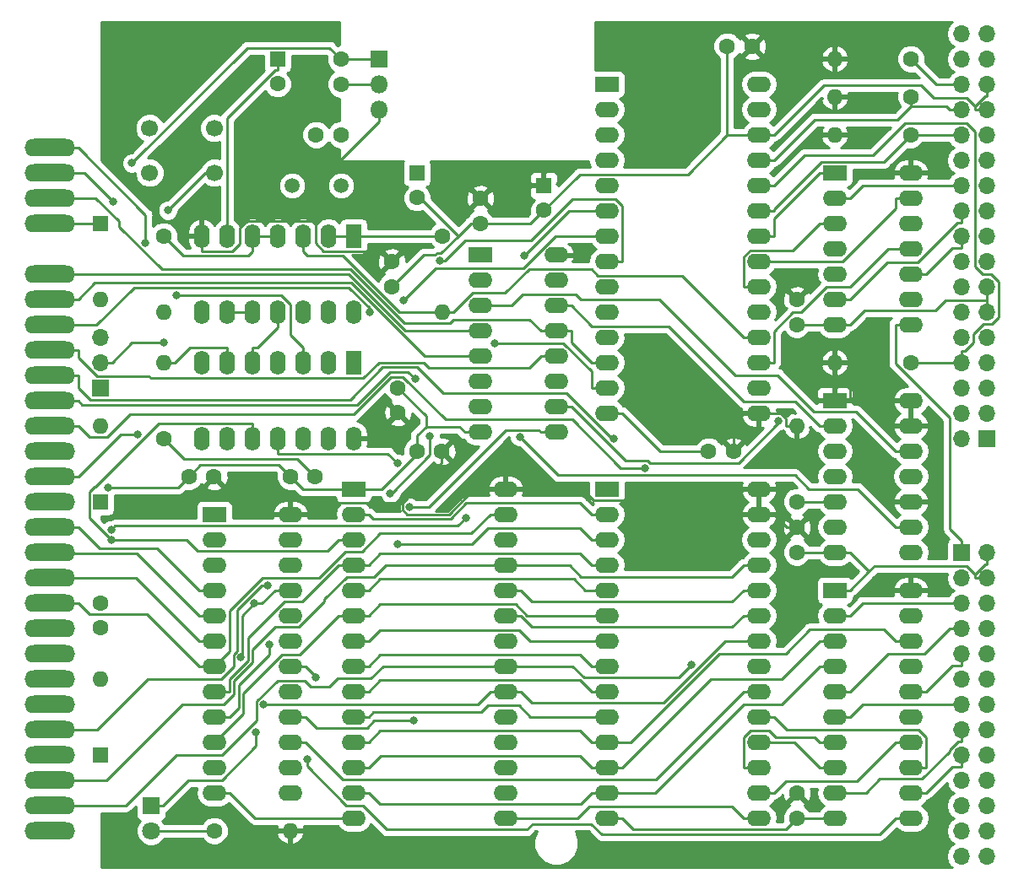
<source format=gbr>
G04 #@! TF.GenerationSoftware,KiCad,Pcbnew,5.0.0-rc2-be01b52~65~ubuntu18.04.1*
G04 #@! TF.CreationDate,2018-06-09T19:25:23+04:00*
G04 #@! TF.ProjectId,plusd,706C7573642E6B696361645F70636200,rev?*
G04 #@! TF.SameCoordinates,Original*
G04 #@! TF.FileFunction,Copper,L1,Top,Signal*
G04 #@! TF.FilePolarity,Positive*
%FSLAX46Y46*%
G04 Gerber Fmt 4.6, Leading zero omitted, Abs format (unit mm)*
G04 Created by KiCad (PCBNEW 5.0.0-rc2-be01b52~65~ubuntu18.04.1) date Sat Jun  9 19:25:23 2018*
%MOMM*%
%LPD*%
G01*
G04 APERTURE LIST*
G04 #@! TA.AperFunction,ComponentPad*
%ADD10O,1.800000X1.800000*%
G04 #@! TD*
G04 #@! TA.AperFunction,ComponentPad*
%ADD11R,1.800000X1.800000*%
G04 #@! TD*
G04 #@! TA.AperFunction,ComponentPad*
%ADD12R,1.600000X1.600000*%
G04 #@! TD*
G04 #@! TA.AperFunction,ComponentPad*
%ADD13C,1.600000*%
G04 #@! TD*
G04 #@! TA.AperFunction,ComponentPad*
%ADD14C,1.800000*%
G04 #@! TD*
G04 #@! TA.AperFunction,ComponentPad*
%ADD15R,1.700000X1.700000*%
G04 #@! TD*
G04 #@! TA.AperFunction,ComponentPad*
%ADD16O,1.700000X1.700000*%
G04 #@! TD*
G04 #@! TA.AperFunction,ConnectorPad*
%ADD17O,5.080000X1.778000*%
G04 #@! TD*
G04 #@! TA.AperFunction,ComponentPad*
%ADD18O,1.600000X1.600000*%
G04 #@! TD*
G04 #@! TA.AperFunction,ComponentPad*
%ADD19C,1.700000*%
G04 #@! TD*
G04 #@! TA.AperFunction,ComponentPad*
%ADD20R,2.400000X1.600000*%
G04 #@! TD*
G04 #@! TA.AperFunction,ComponentPad*
%ADD21O,2.400000X1.600000*%
G04 #@! TD*
G04 #@! TA.AperFunction,ComponentPad*
%ADD22O,1.600000X2.400000*%
G04 #@! TD*
G04 #@! TA.AperFunction,ComponentPad*
%ADD23R,1.600000X2.400000*%
G04 #@! TD*
G04 #@! TA.AperFunction,ComponentPad*
%ADD24C,1.500000*%
G04 #@! TD*
G04 #@! TA.AperFunction,ViaPad*
%ADD25C,0.800000*%
G04 #@! TD*
G04 #@! TA.AperFunction,Conductor*
%ADD26C,0.250000*%
G04 #@! TD*
G04 #@! TA.AperFunction,Conductor*
%ADD27C,0.254000*%
G04 #@! TD*
G04 APERTURE END LIST*
D10*
G04 #@! TO.P,U12,3*
G04 #@! TO.N,+5V*
X71120000Y-46990000D03*
G04 #@! TO.P,U12,2*
G04 #@! TO.N,GND*
X71120000Y-44450000D03*
D11*
G04 #@! TO.P,U12,1*
G04 #@! TO.N,+9V*
X71120000Y-41910000D03*
G04 #@! TD*
D12*
G04 #@! TO.P,C1,1*
G04 #@! TO.N,Net-(C1-Pad1)*
X60960000Y-41910000D03*
D13*
G04 #@! TO.P,C1,2*
G04 #@! TO.N,Net-(C1-Pad2)*
X60960000Y-44410000D03*
G04 #@! TD*
G04 #@! TO.P,C2,2*
G04 #@! TO.N,Net-(C2-Pad2)*
X64810000Y-49530000D03*
G04 #@! TO.P,C2,1*
G04 #@! TO.N,Net-(C2-Pad1)*
X67310000Y-49530000D03*
G04 #@! TD*
G04 #@! TO.P,C3,1*
G04 #@! TO.N,GND*
X43180000Y-96520000D03*
G04 #@! TO.P,C3,2*
G04 #@! TO.N,/RESET*
X43180000Y-99020000D03*
G04 #@! TD*
G04 #@! TO.P,C4,2*
G04 #@! TO.N,Net-(C4-Pad2)*
X64730000Y-83820000D03*
G04 #@! TO.P,C4,1*
G04 #@! TO.N,GND*
X62230000Y-83820000D03*
G04 #@! TD*
G04 #@! TO.P,C5,1*
G04 #@! TO.N,GND*
X67310000Y-44450000D03*
G04 #@! TO.P,C5,2*
G04 #@! TO.N,+9V*
X67310000Y-41950000D03*
G04 #@! TD*
D12*
G04 #@! TO.P,C6,1*
G04 #@! TO.N,+9V*
X74930000Y-53340000D03*
D13*
G04 #@! TO.P,C6,2*
G04 #@! TO.N,GND*
X74930000Y-55840000D03*
G04 #@! TD*
G04 #@! TO.P,C7,2*
G04 #@! TO.N,GND*
X87630000Y-57110000D03*
D12*
G04 #@! TO.P,C7,1*
G04 #@! TO.N,+5V*
X87630000Y-54610000D03*
G04 #@! TD*
D13*
G04 #@! TO.P,C8,1*
G04 #@! TO.N,GND*
X52070000Y-83820000D03*
G04 #@! TO.P,C8,2*
G04 #@! TO.N,+5V*
X54570000Y-83820000D03*
G04 #@! TD*
G04 #@! TO.P,C9,1*
G04 #@! TO.N,GND*
X73025000Y-74930000D03*
G04 #@! TO.P,C9,2*
G04 #@! TO.N,+5V*
X73025000Y-77430000D03*
G04 #@! TD*
G04 #@! TO.P,C10,2*
G04 #@! TO.N,+5V*
X72390000Y-62270000D03*
G04 #@! TO.P,C10,1*
G04 #@! TO.N,GND*
X72390000Y-64770000D03*
G04 #@! TD*
G04 #@! TO.P,C11,2*
G04 #@! TO.N,+5V*
X77430000Y-81280000D03*
G04 #@! TO.P,C11,1*
G04 #@! TO.N,GND*
X74930000Y-81280000D03*
G04 #@! TD*
G04 #@! TO.P,C12,2*
G04 #@! TO.N,+5V*
X81280000Y-55920000D03*
G04 #@! TO.P,C12,1*
G04 #@! TO.N,GND*
X81280000Y-58420000D03*
G04 #@! TD*
G04 #@! TO.P,C13,1*
G04 #@! TO.N,GND*
X104180000Y-81280000D03*
G04 #@! TO.P,C13,2*
G04 #@! TO.N,+5V*
X106680000Y-81280000D03*
G04 #@! TD*
G04 #@! TO.P,C14,2*
G04 #@! TO.N,+5V*
X108545000Y-40640000D03*
G04 #@! TO.P,C14,1*
G04 #@! TO.N,GND*
X106045000Y-40640000D03*
G04 #@! TD*
G04 #@! TO.P,C15,1*
G04 #@! TO.N,GND*
X113030000Y-118110000D03*
G04 #@! TO.P,C15,2*
G04 #@! TO.N,+5V*
X113030000Y-115610000D03*
G04 #@! TD*
G04 #@! TO.P,C16,2*
G04 #@! TO.N,+5V*
X113030000Y-88940000D03*
G04 #@! TO.P,C16,1*
G04 #@! TO.N,GND*
X113030000Y-91440000D03*
G04 #@! TD*
G04 #@! TO.P,C17,1*
G04 #@! TO.N,GND*
X113030000Y-68580000D03*
G04 #@! TO.P,C17,2*
G04 #@! TO.N,+5V*
X113030000Y-66080000D03*
G04 #@! TD*
D11*
G04 #@! TO.P,D2,1*
G04 #@! TO.N,Net-(D2-Pad1)*
X48260000Y-116840000D03*
D14*
G04 #@! TO.P,D2,2*
G04 #@! TO.N,Net-(D2-Pad2)*
X48260000Y-119380000D03*
G04 #@! TD*
D15*
G04 #@! TO.P,J1,1*
G04 #@! TO.N,GND*
X132080000Y-80010000D03*
D16*
G04 #@! TO.P,J1,2*
G04 #@! TO.N,N/C*
X129540000Y-80010000D03*
G04 #@! TO.P,J1,3*
G04 #@! TO.N,GND*
X132080000Y-77470000D03*
G04 #@! TO.P,J1,4*
G04 #@! TO.N,N/C*
X129540000Y-77470000D03*
G04 #@! TO.P,J1,5*
G04 #@! TO.N,GND*
X132080000Y-74930000D03*
G04 #@! TO.P,J1,6*
G04 #@! TO.N,N/C*
X129540000Y-74930000D03*
G04 #@! TO.P,J1,7*
G04 #@! TO.N,GND*
X132080000Y-72390000D03*
G04 #@! TO.P,J1,8*
G04 #@! TO.N,Net-(J1-Pad8)*
X129540000Y-72390000D03*
G04 #@! TO.P,J1,9*
G04 #@! TO.N,GND*
X132080000Y-69850000D03*
G04 #@! TO.P,J1,10*
G04 #@! TO.N,/DS0*
X129540000Y-69850000D03*
G04 #@! TO.P,J1,11*
G04 #@! TO.N,GND*
X132080000Y-67310000D03*
G04 #@! TO.P,J1,12*
G04 #@! TO.N,/DS1*
X129540000Y-67310000D03*
G04 #@! TO.P,J1,13*
G04 #@! TO.N,GND*
X132080000Y-64770000D03*
G04 #@! TO.P,J1,14*
G04 #@! TO.N,N/C*
X129540000Y-64770000D03*
G04 #@! TO.P,J1,15*
G04 #@! TO.N,GND*
X132080000Y-62230000D03*
G04 #@! TO.P,J1,16*
G04 #@! TO.N,Net-(J1-Pad16)*
X129540000Y-62230000D03*
G04 #@! TO.P,J1,17*
G04 #@! TO.N,GND*
X132080000Y-59690000D03*
G04 #@! TO.P,J1,18*
G04 #@! TO.N,Net-(J1-Pad18)*
X129540000Y-59690000D03*
G04 #@! TO.P,J1,19*
G04 #@! TO.N,GND*
X132080000Y-57150000D03*
G04 #@! TO.P,J1,20*
G04 #@! TO.N,Net-(J1-Pad20)*
X129540000Y-57150000D03*
G04 #@! TO.P,J1,21*
G04 #@! TO.N,GND*
X132080000Y-54610000D03*
G04 #@! TO.P,J1,22*
G04 #@! TO.N,Net-(J1-Pad22)*
X129540000Y-54610000D03*
G04 #@! TO.P,J1,23*
G04 #@! TO.N,GND*
X132080000Y-52070000D03*
G04 #@! TO.P,J1,24*
G04 #@! TO.N,Net-(J1-Pad24)*
X129540000Y-52070000D03*
G04 #@! TO.P,J1,25*
G04 #@! TO.N,GND*
X132080000Y-49530000D03*
G04 #@! TO.P,J1,26*
G04 #@! TO.N,Net-(J1-Pad26)*
X129540000Y-49530000D03*
G04 #@! TO.P,J1,27*
G04 #@! TO.N,GND*
X132080000Y-46990000D03*
G04 #@! TO.P,J1,28*
G04 #@! TO.N,Net-(J1-Pad28)*
X129540000Y-46990000D03*
G04 #@! TO.P,J1,29*
G04 #@! TO.N,GND*
X132080000Y-44450000D03*
G04 #@! TO.P,J1,30*
G04 #@! TO.N,Net-(J1-Pad30)*
X129540000Y-44450000D03*
G04 #@! TO.P,J1,31*
G04 #@! TO.N,GND*
X132080000Y-41910000D03*
G04 #@! TO.P,J1,32*
G04 #@! TO.N,/XXX*
X129540000Y-41910000D03*
G04 #@! TO.P,J1,33*
G04 #@! TO.N,GND*
X132080000Y-39370000D03*
G04 #@! TO.P,J1,34*
G04 #@! TO.N,N/C*
X129540000Y-39370000D03*
G04 #@! TD*
D17*
G04 #@! TO.P,J2,B28*
G04 #@! TO.N,N/C*
X38100000Y-119380000D03*
G04 #@! TO.P,J2,B27*
G04 #@! TO.N,/A10*
X38100000Y-116840000D03*
G04 #@! TO.P,J2,B26*
G04 #@! TO.N,/A8*
X38100000Y-114300000D03*
G04 #@! TO.P,J2,B25*
G04 #@! TO.N,N/C*
X38100000Y-111760000D03*
G04 #@! TO.P,J2,B24*
G04 #@! TO.N,/M1*
X38100000Y-109220000D03*
G04 #@! TO.P,J2,B23*
G04 #@! TO.N,N/C*
X38100000Y-106680000D03*
G04 #@! TO.P,J2,B22*
X38100000Y-104140000D03*
G04 #@! TO.P,J2,B21*
X38100000Y-101600000D03*
G04 #@! TO.P,J2,B20*
X38100000Y-99060000D03*
G04 #@! TO.P,J2,B19*
G04 #@! TO.N,/WR*
X38100000Y-96520000D03*
G04 #@! TO.P,J2,B18*
G04 #@! TO.N,/RD*
X38100000Y-93980000D03*
G04 #@! TO.P,J2,B17*
G04 #@! TO.N,/IOREQ*
X38100000Y-91440000D03*
G04 #@! TO.P,J2,B16*
G04 #@! TO.N,/MREQ*
X38100000Y-88900000D03*
G04 #@! TO.P,J2,B15*
G04 #@! TO.N,N/C*
X38100000Y-86360000D03*
G04 #@! TO.P,J2,B14*
G04 #@! TO.N,NMI*
X38100000Y-83820000D03*
G04 #@! TO.P,J2,B13*
G04 #@! TO.N,N/C*
X38100000Y-81280000D03*
G04 #@! TO.P,J2,B12*
G04 #@! TO.N,/D4*
X38100000Y-78740000D03*
G04 #@! TO.P,J2,B11*
G04 #@! TO.N,/D3*
X38100000Y-76200000D03*
G04 #@! TO.P,J2,B10*
G04 #@! TO.N,/D5*
X38100000Y-73660000D03*
G04 #@! TO.P,J2,B9*
G04 #@! TO.N,/D6*
X38100000Y-71120000D03*
G04 #@! TO.P,J2,B8*
G04 #@! TO.N,/D2*
X38100000Y-68580000D03*
G04 #@! TO.P,J2,B7*
G04 #@! TO.N,/D1*
X38100000Y-66040000D03*
G04 #@! TO.P,J2,B6*
G04 #@! TO.N,/D0*
X38100000Y-63500000D03*
G04 #@! TO.P,J2,B4*
G04 #@! TO.N,ZX_ROMOE1*
X38100000Y-58420000D03*
G04 #@! TO.P,J2,B3*
G04 #@! TO.N,/D7*
X38100000Y-55880000D03*
G04 #@! TO.P,J2,B2*
G04 #@! TO.N,/A13*
X38100000Y-53340000D03*
G04 #@! TO.P,J2,B1*
G04 #@! TO.N,/A15*
X38100000Y-50800000D03*
G04 #@! TD*
D15*
G04 #@! TO.P,J3,1*
G04 #@! TO.N,Net-(J3-Pad1)*
X129540000Y-91440000D03*
D16*
G04 #@! TO.P,J3,2*
G04 #@! TO.N,GND*
X132080000Y-91440000D03*
G04 #@! TO.P,J3,3*
G04 #@! TO.N,Net-(J3-Pad3)*
X129540000Y-93980000D03*
G04 #@! TO.P,J3,4*
G04 #@! TO.N,GND*
X132080000Y-93980000D03*
G04 #@! TO.P,J3,5*
G04 #@! TO.N,Net-(J3-Pad5)*
X129540000Y-96520000D03*
G04 #@! TO.P,J3,6*
G04 #@! TO.N,GND*
X132080000Y-96520000D03*
G04 #@! TO.P,J3,7*
G04 #@! TO.N,Net-(J3-Pad7)*
X129540000Y-99060000D03*
G04 #@! TO.P,J3,8*
G04 #@! TO.N,GND*
X132080000Y-99060000D03*
G04 #@! TO.P,J3,9*
G04 #@! TO.N,Net-(J3-Pad9)*
X129540000Y-101600000D03*
G04 #@! TO.P,J3,10*
G04 #@! TO.N,GND*
X132080000Y-101600000D03*
G04 #@! TO.P,J3,11*
G04 #@! TO.N,Net-(J3-Pad11)*
X129540000Y-104140000D03*
G04 #@! TO.P,J3,12*
G04 #@! TO.N,GND*
X132080000Y-104140000D03*
G04 #@! TO.P,J3,13*
G04 #@! TO.N,Net-(J3-Pad13)*
X129540000Y-106680000D03*
G04 #@! TO.P,J3,14*
G04 #@! TO.N,GND*
X132080000Y-106680000D03*
G04 #@! TO.P,J3,15*
G04 #@! TO.N,Net-(J3-Pad15)*
X129540000Y-109220000D03*
G04 #@! TO.P,J3,16*
G04 #@! TO.N,GND*
X132080000Y-109220000D03*
G04 #@! TO.P,J3,17*
G04 #@! TO.N,Net-(J3-Pad17)*
X129540000Y-111760000D03*
G04 #@! TO.P,J3,18*
G04 #@! TO.N,GND*
X132080000Y-111760000D03*
G04 #@! TO.P,J3,19*
G04 #@! TO.N,N/C*
X129540000Y-114300000D03*
G04 #@! TO.P,J3,20*
G04 #@! TO.N,GND*
X132080000Y-114300000D03*
G04 #@! TO.P,J3,21*
G04 #@! TO.N,Net-(J3-Pad21)*
X129540000Y-116840000D03*
G04 #@! TO.P,J3,22*
G04 #@! TO.N,GND*
X132080000Y-116840000D03*
G04 #@! TO.P,J3,23*
G04 #@! TO.N,N/C*
X129540000Y-119380000D03*
G04 #@! TO.P,J3,24*
G04 #@! TO.N,GND*
X132080000Y-119380000D03*
G04 #@! TO.P,J3,25*
G04 #@! TO.N,N/C*
X129540000Y-121920000D03*
G04 #@! TO.P,J3,26*
X132080000Y-121920000D03*
G04 #@! TD*
D15*
G04 #@! TO.P,J4,1*
G04 #@! TO.N,Net-(D4-Pad2)*
X43180000Y-74930000D03*
D16*
G04 #@! TO.P,J4,2*
G04 #@! TO.N,Net-(D2-Pad1)*
X43180000Y-72390000D03*
G04 #@! TO.P,J4,3*
G04 #@! TO.N,Net-(D1-Pad2)*
X43180000Y-69850000D03*
G04 #@! TD*
D13*
G04 #@! TO.P,R1,1*
G04 #@! TO.N,Net-(J1-Pad8)*
X124460000Y-72390000D03*
D18*
G04 #@! TO.P,R1,2*
G04 #@! TO.N,+5V*
X116840000Y-72390000D03*
G04 #@! TD*
G04 #@! TO.P,R2,2*
G04 #@! TO.N,+5V*
X116840000Y-49530000D03*
D13*
G04 #@! TO.P,R2,1*
G04 #@! TO.N,Net-(J1-Pad26)*
X124460000Y-49530000D03*
G04 #@! TD*
G04 #@! TO.P,R3,1*
G04 #@! TO.N,Net-(J1-Pad28)*
X124460000Y-45720000D03*
D18*
G04 #@! TO.P,R3,2*
G04 #@! TO.N,+5V*
X116840000Y-45720000D03*
G04 #@! TD*
G04 #@! TO.P,R4,2*
G04 #@! TO.N,+5V*
X116840000Y-41910000D03*
D13*
G04 #@! TO.P,R4,1*
G04 #@! TO.N,Net-(J1-Pad30)*
X124460000Y-41910000D03*
G04 #@! TD*
D18*
G04 #@! TO.P,R5,2*
G04 #@! TO.N,Net-(C2-Pad2)*
X77470000Y-67310000D03*
D13*
G04 #@! TO.P,R5,1*
G04 #@! TO.N,Net-(C1-Pad2)*
X77470000Y-59690000D03*
G04 #@! TD*
G04 #@! TO.P,R6,1*
G04 #@! TO.N,Net-(R6-Pad1)*
X49530000Y-59690000D03*
D18*
G04 #@! TO.P,R6,2*
G04 #@! TO.N,Net-(C1-Pad1)*
X49530000Y-67310000D03*
G04 #@! TD*
D13*
G04 #@! TO.P,R7,1*
G04 #@! TO.N,Net-(D2-Pad2)*
X54610000Y-119380000D03*
D18*
G04 #@! TO.P,R7,2*
G04 #@! TO.N,+5V*
X62230000Y-119380000D03*
G04 #@! TD*
G04 #@! TO.P,R8,2*
G04 #@! TO.N,Net-(R8-Pad2)*
X49530000Y-72390000D03*
D13*
G04 #@! TO.P,R8,1*
G04 #@! TO.N,Net-(C4-Pad2)*
X49530000Y-80010000D03*
G04 #@! TD*
G04 #@! TO.P,R9,1*
G04 #@! TO.N,Net-(J3-Pad21)*
X113030000Y-86360000D03*
D18*
G04 #@! TO.P,R9,2*
G04 #@! TO.N,+5V*
X113030000Y-78740000D03*
G04 #@! TD*
D19*
G04 #@! TO.P,SW1,4*
G04 #@! TO.N,N/C*
X48110000Y-48840000D03*
G04 #@! TO.P,SW1,3*
X54610000Y-48840000D03*
G04 #@! TO.P,SW1,2*
G04 #@! TO.N,Net-(D2-Pad1)*
X48110000Y-53340000D03*
G04 #@! TO.P,SW1,1*
G04 #@! TO.N,NMI*
X54610000Y-53340000D03*
G04 #@! TD*
D20*
G04 #@! TO.P,U1,1*
G04 #@! TO.N,Net-(U1-Pad1)*
X116840000Y-53340000D03*
D21*
G04 #@! TO.P,U1,8*
G04 #@! TO.N,Net-(J3-Pad1)*
X124460000Y-68580000D03*
G04 #@! TO.P,U1,2*
G04 #@! TO.N,Net-(J1-Pad22)*
X116840000Y-55880000D03*
G04 #@! TO.P,U1,9*
G04 #@! TO.N,Net-(U1-Pad9)*
X124460000Y-66040000D03*
G04 #@! TO.P,U1,3*
G04 #@! TO.N,Net-(U1-Pad3)*
X116840000Y-58420000D03*
G04 #@! TO.P,U1,10*
G04 #@! TO.N,Net-(J1-Pad18)*
X124460000Y-63500000D03*
G04 #@! TO.P,U1,4*
G04 #@! TO.N,Net-(J1-Pad16)*
X116840000Y-60960000D03*
G04 #@! TO.P,U1,11*
G04 #@! TO.N,Net-(U1-Pad11)*
X124460000Y-60960000D03*
G04 #@! TO.P,U1,5*
G04 #@! TO.N,Net-(U1-Pad5)*
X116840000Y-63500000D03*
G04 #@! TO.P,U1,12*
G04 #@! TO.N,Net-(J1-Pad24)*
X124460000Y-58420000D03*
G04 #@! TO.P,U1,6*
G04 #@! TO.N,Net-(J1-Pad20)*
X116840000Y-66040000D03*
G04 #@! TO.P,U1,13*
G04 #@! TO.N,Net-(U1-Pad13)*
X124460000Y-55880000D03*
G04 #@! TO.P,U1,7*
G04 #@! TO.N,GND*
X116840000Y-68580000D03*
G04 #@! TO.P,U1,14*
G04 #@! TO.N,+5V*
X124460000Y-53340000D03*
G04 #@! TD*
G04 #@! TO.P,U2,28*
G04 #@! TO.N,+5V*
X109220000Y-85090000D03*
G04 #@! TO.P,U2,14*
G04 #@! TO.N,GND*
X93980000Y-118110000D03*
G04 #@! TO.P,U2,27*
G04 #@! TO.N,+5V*
X109220000Y-87630000D03*
G04 #@! TO.P,U2,13*
G04 #@! TO.N,/D2*
X93980000Y-115570000D03*
G04 #@! TO.P,U2,26*
G04 #@! TO.N,N/C*
X109220000Y-90170000D03*
G04 #@! TO.P,U2,12*
G04 #@! TO.N,/D1*
X93980000Y-113030000D03*
G04 #@! TO.P,U2,25*
G04 #@! TO.N,/A8*
X109220000Y-92710000D03*
G04 #@! TO.P,U2,11*
G04 #@! TO.N,/D0*
X93980000Y-110490000D03*
G04 #@! TO.P,U2,24*
G04 #@! TO.N,/A9*
X109220000Y-95250000D03*
G04 #@! TO.P,U2,10*
G04 #@! TO.N,/A0*
X93980000Y-107950000D03*
G04 #@! TO.P,U2,23*
G04 #@! TO.N,/A11*
X109220000Y-97790000D03*
G04 #@! TO.P,U2,9*
G04 #@! TO.N,/A1*
X93980000Y-105410000D03*
G04 #@! TO.P,U2,22*
G04 #@! TO.N,/RD*
X109220000Y-100330000D03*
G04 #@! TO.P,U2,8*
G04 #@! TO.N,/A2*
X93980000Y-102870000D03*
G04 #@! TO.P,U2,21*
G04 #@! TO.N,/A10*
X109220000Y-102870000D03*
G04 #@! TO.P,U2,7*
G04 #@! TO.N,/A3*
X93980000Y-100330000D03*
G04 #@! TO.P,U2,20*
G04 #@! TO.N,ROM_CS*
X109220000Y-105410000D03*
G04 #@! TO.P,U2,6*
G04 #@! TO.N,/A4*
X93980000Y-97790000D03*
G04 #@! TO.P,U2,19*
G04 #@! TO.N,/D7*
X109220000Y-107950000D03*
G04 #@! TO.P,U2,5*
G04 #@! TO.N,/A5*
X93980000Y-95250000D03*
G04 #@! TO.P,U2,18*
G04 #@! TO.N,/D6*
X109220000Y-110490000D03*
G04 #@! TO.P,U2,4*
G04 #@! TO.N,/A6*
X93980000Y-92710000D03*
G04 #@! TO.P,U2,17*
G04 #@! TO.N,/D5*
X109220000Y-113030000D03*
G04 #@! TO.P,U2,3*
G04 #@! TO.N,/A7*
X93980000Y-90170000D03*
G04 #@! TO.P,U2,16*
G04 #@! TO.N,/D4*
X109220000Y-115570000D03*
G04 #@! TO.P,U2,2*
G04 #@! TO.N,/A12*
X93980000Y-87630000D03*
G04 #@! TO.P,U2,15*
G04 #@! TO.N,/D3*
X109220000Y-118110000D03*
D20*
G04 #@! TO.P,U2,1*
G04 #@! TO.N,N/C*
X93980000Y-85090000D03*
G04 #@! TD*
G04 #@! TO.P,U3,1*
G04 #@! TO.N,FDC_CS*
X93980000Y-44450000D03*
D21*
G04 #@! TO.P,U3,15*
G04 #@! TO.N,+5V*
X109220000Y-77470000D03*
G04 #@! TO.P,U3,2*
G04 #@! TO.N,/WR*
X93980000Y-46990000D03*
G04 #@! TO.P,U3,16*
G04 #@! TO.N,Net-(U1-Pad5)*
X109220000Y-74930000D03*
G04 #@! TO.P,U3,3*
G04 #@! TO.N,/A3*
X93980000Y-49530000D03*
G04 #@! TO.P,U3,17*
G04 #@! TO.N,Net-(U1-Pad11)*
X109220000Y-72390000D03*
G04 #@! TO.P,U3,4*
G04 #@! TO.N,/A4*
X93980000Y-52070000D03*
G04 #@! TO.P,U3,18*
G04 #@! TO.N,Net-(C2-Pad2)*
X109220000Y-69850000D03*
G04 #@! TO.P,U3,5*
G04 #@! TO.N,/D0*
X93980000Y-54610000D03*
G04 #@! TO.P,U3,19*
G04 #@! TO.N,Net-(J1-Pad30)*
X109220000Y-67310000D03*
G04 #@! TO.P,U3,6*
G04 #@! TO.N,/D1*
X93980000Y-57150000D03*
G04 #@! TO.P,U3,20*
G04 #@! TO.N,Net-(U1-Pad3)*
X109220000Y-64770000D03*
G04 #@! TO.P,U3,7*
G04 #@! TO.N,/D2*
X93980000Y-59690000D03*
G04 #@! TO.P,U3,21*
G04 #@! TO.N,Net-(U1-Pad13)*
X109220000Y-62230000D03*
G04 #@! TO.P,U3,8*
G04 #@! TO.N,/D3*
X93980000Y-62230000D03*
G04 #@! TO.P,U3,22*
G04 #@! TO.N,Net-(U1-Pad1)*
X109220000Y-59690000D03*
G04 #@! TO.P,U3,9*
G04 #@! TO.N,/D4*
X93980000Y-64770000D03*
G04 #@! TO.P,U3,23*
G04 #@! TO.N,Net-(J1-Pad26)*
X109220000Y-57150000D03*
G04 #@! TO.P,U3,10*
G04 #@! TO.N,/D5*
X93980000Y-67310000D03*
G04 #@! TO.P,U3,24*
G04 #@! TO.N,Net-(J1-Pad8)*
X109220000Y-54610000D03*
G04 #@! TO.P,U3,11*
G04 #@! TO.N,/D6*
X93980000Y-69850000D03*
G04 #@! TO.P,U3,25*
G04 #@! TO.N,Net-(J1-Pad28)*
X109220000Y-52070000D03*
G04 #@! TO.P,U3,12*
G04 #@! TO.N,/D7*
X93980000Y-72390000D03*
G04 #@! TO.P,U3,26*
G04 #@! TO.N,GND*
X109220000Y-49530000D03*
G04 #@! TO.P,U3,13*
G04 #@! TO.N,/RESET*
X93980000Y-74930000D03*
G04 #@! TO.P,U3,27*
G04 #@! TO.N,N/C*
X109220000Y-46990000D03*
G04 #@! TO.P,U3,14*
G04 #@! TO.N,GND*
X93980000Y-77470000D03*
G04 #@! TO.P,U3,28*
G04 #@! TO.N,N/C*
X109220000Y-44450000D03*
G04 #@! TD*
D22*
G04 #@! TO.P,U4,14*
G04 #@! TO.N,GND*
X68580000Y-67310000D03*
G04 #@! TO.P,U4,7*
G04 #@! TO.N,+5V*
X53340000Y-59690000D03*
G04 #@! TO.P,U4,13*
G04 #@! TO.N,Net-(U10-Pad12)*
X66040000Y-67310000D03*
G04 #@! TO.P,U4,6*
G04 #@! TO.N,Net-(C1-Pad1)*
X55880000Y-59690000D03*
G04 #@! TO.P,U4,12*
G04 #@! TO.N,Net-(U10-Pad8)*
X63500000Y-67310000D03*
G04 #@! TO.P,U4,5*
G04 #@! TO.N,Net-(R6-Pad1)*
X58420000Y-59690000D03*
G04 #@! TO.P,U4,11*
G04 #@! TO.N,Net-(U10-Pad5)*
X60960000Y-67310000D03*
G04 #@! TO.P,U4,4*
G04 #@! TO.N,Net-(R6-Pad1)*
X60960000Y-59690000D03*
G04 #@! TO.P,U4,10*
G04 #@! TO.N,PRN_STR*
X58420000Y-67310000D03*
G04 #@! TO.P,U4,3*
G04 #@! TO.N,Net-(C2-Pad2)*
X63500000Y-59690000D03*
G04 #@! TO.P,U4,9*
G04 #@! TO.N,PRN_STR*
X55880000Y-67310000D03*
G04 #@! TO.P,U4,2*
G04 #@! TO.N,Net-(C1-Pad2)*
X66040000Y-59690000D03*
G04 #@! TO.P,U4,8*
G04 #@! TO.N,Net-(U4-Pad8)*
X53340000Y-67310000D03*
D23*
G04 #@! TO.P,U4,1*
G04 #@! TO.N,Net-(C1-Pad2)*
X68580000Y-59690000D03*
G04 #@! TD*
D20*
G04 #@! TO.P,U5,1*
G04 #@! TO.N,+5V*
X116840000Y-76200000D03*
D21*
G04 #@! TO.P,U5,8*
G04 #@! TO.N,/DS1*
X124460000Y-91440000D03*
G04 #@! TO.P,U5,2*
G04 #@! TO.N,Net-(U5-Pad2)*
X116840000Y-78740000D03*
G04 #@! TO.P,U5,9*
G04 #@! TO.N,Net-(U5-Pad9)*
X124460000Y-88900000D03*
G04 #@! TO.P,U5,3*
G04 #@! TO.N,/XXX*
X116840000Y-81280000D03*
G04 #@! TO.P,U5,10*
G04 #@! TO.N,+5V*
X124460000Y-86360000D03*
G04 #@! TO.P,U5,4*
G04 #@! TO.N,Net-(U4-Pad8)*
X116840000Y-83820000D03*
G04 #@! TO.P,U5,11*
G04 #@! TO.N,/DS0*
X124460000Y-83820000D03*
G04 #@! TO.P,U5,5*
G04 #@! TO.N,Net-(J3-Pad21)*
X116840000Y-86360000D03*
G04 #@! TO.P,U5,12*
G04 #@! TO.N,Net-(U5-Pad12)*
X124460000Y-81280000D03*
G04 #@! TO.P,U5,6*
G04 #@! TO.N,/D7*
X116840000Y-88900000D03*
G04 #@! TO.P,U5,13*
G04 #@! TO.N,+5V*
X124460000Y-78740000D03*
G04 #@! TO.P,U5,7*
G04 #@! TO.N,GND*
X116840000Y-91440000D03*
G04 #@! TO.P,U5,14*
G04 #@! TO.N,+5V*
X124460000Y-76200000D03*
G04 #@! TD*
D20*
G04 #@! TO.P,U6,1*
G04 #@! TO.N,/RESET*
X81280000Y-61595000D03*
D21*
G04 #@! TO.P,U6,9*
G04 #@! TO.N,DSK_CS*
X88900000Y-79375000D03*
G04 #@! TO.P,U6,2*
G04 #@! TO.N,N/C*
X81280000Y-64135000D03*
G04 #@! TO.P,U6,10*
G04 #@! TO.N,Net-(U1-Pad9)*
X88900000Y-76835000D03*
G04 #@! TO.P,U6,3*
G04 #@! TO.N,Net-(U5-Pad12)*
X81280000Y-66675000D03*
G04 #@! TO.P,U6,11*
G04 #@! TO.N,N/C*
X88900000Y-74295000D03*
G04 #@! TO.P,U6,4*
G04 #@! TO.N,/D0*
X81280000Y-69215000D03*
G04 #@! TO.P,U6,12*
G04 #@! TO.N,/D6*
X88900000Y-71755000D03*
G04 #@! TO.P,U6,5*
G04 #@! TO.N,/D1*
X81280000Y-71755000D03*
G04 #@! TO.P,U6,13*
G04 #@! TO.N,/D7*
X88900000Y-69215000D03*
G04 #@! TO.P,U6,6*
G04 #@! TO.N,Net-(U5-Pad9)*
X81280000Y-74295000D03*
G04 #@! TO.P,U6,14*
G04 #@! TO.N,Net-(U5-Pad2)*
X88900000Y-66675000D03*
G04 #@! TO.P,U6,7*
G04 #@! TO.N,N/C*
X81280000Y-76835000D03*
G04 #@! TO.P,U6,15*
X88900000Y-64135000D03*
G04 #@! TO.P,U6,8*
G04 #@! TO.N,GND*
X81280000Y-79375000D03*
G04 #@! TO.P,U6,16*
G04 #@! TO.N,+5V*
X88900000Y-61595000D03*
G04 #@! TD*
D20*
G04 #@! TO.P,U7,1*
G04 #@! TO.N,GND*
X68580000Y-85090000D03*
D21*
G04 #@! TO.P,U7,15*
G04 #@! TO.N,/D3*
X83820000Y-118110000D03*
G04 #@! TO.P,U7,2*
G04 #@! TO.N,/A12*
X68580000Y-87630000D03*
G04 #@! TO.P,U7,16*
G04 #@! TO.N,/D4*
X83820000Y-115570000D03*
G04 #@! TO.P,U7,3*
G04 #@! TO.N,/A7*
X68580000Y-90170000D03*
G04 #@! TO.P,U7,17*
G04 #@! TO.N,/D5*
X83820000Y-113030000D03*
G04 #@! TO.P,U7,4*
G04 #@! TO.N,/A6*
X68580000Y-92710000D03*
G04 #@! TO.P,U7,18*
G04 #@! TO.N,/D6*
X83820000Y-110490000D03*
G04 #@! TO.P,U7,5*
G04 #@! TO.N,/A5*
X68580000Y-95250000D03*
G04 #@! TO.P,U7,19*
G04 #@! TO.N,/D7*
X83820000Y-107950000D03*
G04 #@! TO.P,U7,6*
G04 #@! TO.N,/A4*
X68580000Y-97790000D03*
G04 #@! TO.P,U7,20*
G04 #@! TO.N,/RD*
X83820000Y-105410000D03*
G04 #@! TO.P,U7,7*
G04 #@! TO.N,/A3*
X68580000Y-100330000D03*
G04 #@! TO.P,U7,21*
G04 #@! TO.N,/A10*
X83820000Y-102870000D03*
G04 #@! TO.P,U7,8*
G04 #@! TO.N,/A2*
X68580000Y-102870000D03*
G04 #@! TO.P,U7,22*
G04 #@! TO.N,RAM_CS*
X83820000Y-100330000D03*
G04 #@! TO.P,U7,9*
G04 #@! TO.N,/A1*
X68580000Y-105410000D03*
G04 #@! TO.P,U7,23*
G04 #@! TO.N,/A11*
X83820000Y-97790000D03*
G04 #@! TO.P,U7,10*
G04 #@! TO.N,/A0*
X68580000Y-107950000D03*
G04 #@! TO.P,U7,24*
G04 #@! TO.N,/A9*
X83820000Y-95250000D03*
G04 #@! TO.P,U7,11*
G04 #@! TO.N,/D0*
X68580000Y-110490000D03*
G04 #@! TO.P,U7,25*
G04 #@! TO.N,/A8*
X83820000Y-92710000D03*
G04 #@! TO.P,U7,12*
G04 #@! TO.N,/D1*
X68580000Y-113030000D03*
G04 #@! TO.P,U7,26*
G04 #@! TO.N,GND*
X83820000Y-90170000D03*
G04 #@! TO.P,U7,13*
G04 #@! TO.N,/D2*
X68580000Y-115570000D03*
G04 #@! TO.P,U7,27*
G04 #@! TO.N,/WR*
X83820000Y-87630000D03*
G04 #@! TO.P,U7,14*
G04 #@! TO.N,GND*
X68580000Y-118110000D03*
G04 #@! TO.P,U7,28*
G04 #@! TO.N,+5V*
X83820000Y-85090000D03*
G04 #@! TD*
D20*
G04 #@! TO.P,U8,1*
G04 #@! TO.N,/A14*
X54610000Y-87630000D03*
D21*
G04 #@! TO.P,U8,13*
G04 #@! TO.N,/A1*
X62230000Y-115570000D03*
G04 #@! TO.P,U8,2*
G04 #@! TO.N,/A15*
X54610000Y-90170000D03*
G04 #@! TO.P,U8,14*
G04 #@! TO.N,/A2*
X62230000Y-113030000D03*
G04 #@! TO.P,U8,3*
G04 #@! TO.N,/A13*
X54610000Y-92710000D03*
G04 #@! TO.P,U8,15*
G04 #@! TO.N,ROM_CS*
X62230000Y-110490000D03*
G04 #@! TO.P,U8,4*
G04 #@! TO.N,/MREQ*
X54610000Y-95250000D03*
G04 #@! TO.P,U8,16*
G04 #@! TO.N,RAM_CS*
X62230000Y-107950000D03*
G04 #@! TO.P,U8,5*
G04 #@! TO.N,/IOREQ*
X54610000Y-97790000D03*
G04 #@! TO.P,U8,17*
G04 #@! TO.N,N/C*
X62230000Y-105410000D03*
G04 #@! TO.P,U8,6*
G04 #@! TO.N,/RD*
X54610000Y-100330000D03*
G04 #@! TO.P,U8,18*
G04 #@! TO.N,PRN_CS*
X62230000Y-102870000D03*
G04 #@! TO.P,U8,7*
G04 #@! TO.N,/WR*
X54610000Y-102870000D03*
G04 #@! TO.P,U8,19*
G04 #@! TO.N,DSK_CS*
X62230000Y-100330000D03*
G04 #@! TO.P,U8,8*
G04 #@! TO.N,/A6*
X54610000Y-105410000D03*
G04 #@! TO.P,U8,20*
G04 #@! TO.N,PRN_STR*
X62230000Y-97790000D03*
G04 #@! TO.P,U8,9*
G04 #@! TO.N,/A5*
X54610000Y-107950000D03*
G04 #@! TO.P,U8,21*
G04 #@! TO.N,Net-(D2-Pad1)*
X62230000Y-95250000D03*
G04 #@! TO.P,U8,10*
G04 #@! TO.N,/A4*
X54610000Y-110490000D03*
G04 #@! TO.P,U8,22*
G04 #@! TO.N,FDC_CS*
X62230000Y-92710000D03*
G04 #@! TO.P,U8,11*
G04 #@! TO.N,/A3*
X54610000Y-113030000D03*
G04 #@! TO.P,U8,23*
G04 #@! TO.N,Net-(C4-Pad2)*
X62230000Y-90170000D03*
G04 #@! TO.P,U8,12*
G04 #@! TO.N,GND*
X54610000Y-115570000D03*
G04 #@! TO.P,U8,24*
G04 #@! TO.N,+5V*
X62230000Y-87630000D03*
G04 #@! TD*
D20*
G04 #@! TO.P,U9,1*
G04 #@! TO.N,GND*
X116840000Y-95250000D03*
D21*
G04 #@! TO.P,U9,11*
G04 #@! TO.N,PRN_CS*
X124460000Y-118110000D03*
G04 #@! TO.P,U9,2*
G04 #@! TO.N,Net-(J3-Pad5)*
X116840000Y-97790000D03*
G04 #@! TO.P,U9,12*
G04 #@! TO.N,Net-(J3-Pad17)*
X124460000Y-115570000D03*
G04 #@! TO.P,U9,3*
G04 #@! TO.N,/D1*
X116840000Y-100330000D03*
G04 #@! TO.P,U9,13*
G04 #@! TO.N,/D7*
X124460000Y-113030000D03*
G04 #@! TO.P,U9,4*
G04 #@! TO.N,/D2*
X116840000Y-102870000D03*
G04 #@! TO.P,U9,14*
G04 #@! TO.N,/D4*
X124460000Y-110490000D03*
G04 #@! TO.P,U9,5*
G04 #@! TO.N,Net-(J3-Pad7)*
X116840000Y-105410000D03*
G04 #@! TO.P,U9,15*
G04 #@! TO.N,Net-(J3-Pad11)*
X124460000Y-107950000D03*
G04 #@! TO.P,U9,6*
G04 #@! TO.N,Net-(J3-Pad13)*
X116840000Y-107950000D03*
G04 #@! TO.P,U9,16*
G04 #@! TO.N,Net-(J3-Pad9)*
X124460000Y-105410000D03*
G04 #@! TO.P,U9,7*
G04 #@! TO.N,/D5*
X116840000Y-110490000D03*
G04 #@! TO.P,U9,17*
G04 #@! TO.N,/D3*
X124460000Y-102870000D03*
G04 #@! TO.P,U9,8*
G04 #@! TO.N,/D6*
X116840000Y-113030000D03*
G04 #@! TO.P,U9,18*
G04 #@! TO.N,/D0*
X124460000Y-100330000D03*
G04 #@! TO.P,U9,9*
G04 #@! TO.N,Net-(J3-Pad15)*
X116840000Y-115570000D03*
G04 #@! TO.P,U9,19*
G04 #@! TO.N,Net-(J3-Pad3)*
X124460000Y-97790000D03*
G04 #@! TO.P,U9,10*
G04 #@! TO.N,GND*
X116840000Y-118110000D03*
G04 #@! TO.P,U9,20*
G04 #@! TO.N,+5V*
X124460000Y-95250000D03*
G04 #@! TD*
D22*
G04 #@! TO.P,U10,14*
G04 #@! TO.N,+5V*
X68580000Y-80010000D03*
G04 #@! TO.P,U10,7*
G04 #@! TO.N,GND*
X53340000Y-72390000D03*
G04 #@! TO.P,U10,13*
G04 #@! TO.N,/A9*
X66040000Y-80010000D03*
G04 #@! TO.P,U10,6*
G04 #@! TO.N,Net-(R8-Pad2)*
X55880000Y-72390000D03*
G04 #@! TO.P,U10,12*
G04 #@! TO.N,Net-(U10-Pad12)*
X63500000Y-80010000D03*
G04 #@! TO.P,U10,5*
G04 #@! TO.N,Net-(U10-Pad5)*
X58420000Y-72390000D03*
G04 #@! TO.P,U10,11*
G04 #@! TO.N,/A8*
X60960000Y-80010000D03*
G04 #@! TO.P,U10,4*
G04 #@! TO.N,/M1*
X60960000Y-72390000D03*
G04 #@! TO.P,U10,10*
G04 #@! TO.N,/A7*
X58420000Y-80010000D03*
G04 #@! TO.P,U10,3*
G04 #@! TO.N,/A12*
X63500000Y-72390000D03*
G04 #@! TO.P,U10,9*
G04 #@! TO.N,/A0*
X55880000Y-80010000D03*
G04 #@! TO.P,U10,2*
G04 #@! TO.N,/A11*
X66040000Y-72390000D03*
G04 #@! TO.P,U10,8*
G04 #@! TO.N,Net-(U10-Pad8)*
X53340000Y-80010000D03*
D23*
G04 #@! TO.P,U10,1*
G04 #@! TO.N,/A10*
X68580000Y-72390000D03*
G04 #@! TD*
D24*
G04 #@! TO.P,Y1,1*
G04 #@! TO.N,Net-(C2-Pad1)*
X67310000Y-54610000D03*
G04 #@! TO.P,Y1,2*
G04 #@! TO.N,Net-(R6-Pad1)*
X62410000Y-54610000D03*
G04 #@! TD*
D12*
G04 #@! TO.P,D1,1*
G04 #@! TO.N,ZX_ROMOE1*
X43180000Y-58420000D03*
D18*
G04 #@! TO.P,D1,2*
G04 #@! TO.N,Net-(D1-Pad2)*
X43180000Y-66040000D03*
G04 #@! TD*
D12*
G04 #@! TO.P,D3,1*
G04 #@! TO.N,ZX_ROMOE2*
X43180000Y-86360000D03*
D18*
G04 #@! TO.P,D3,2*
G04 #@! TO.N,Net-(D1-Pad2)*
X43180000Y-78740000D03*
G04 #@! TD*
G04 #@! TO.P,D4,2*
G04 #@! TO.N,Net-(D4-Pad2)*
X43180000Y-104140000D03*
D12*
G04 #@! TO.P,D4,1*
G04 #@! TO.N,ZX_ROMOE48*
X43180000Y-111760000D03*
G04 #@! TD*
D25*
G04 #@! TO.N,GND*
X43973500Y-84898500D03*
G04 #@! TO.N,/RESET*
X82717500Y-70441100D03*
X44259900Y-89150500D03*
X79837700Y-87955400D03*
G04 #@! TO.N,+9V*
X46326200Y-52370000D03*
G04 #@! TO.N,Net-(D2-Pad1)*
X49560300Y-70401800D03*
X58789300Y-109517800D03*
X57285300Y-101985800D03*
X58616200Y-96559400D03*
G04 #@! TO.N,/A5*
X60106600Y-100690100D03*
G04 #@! TO.N,/A7*
X72990800Y-90643400D03*
X44259900Y-90199100D03*
G04 #@! TO.N,/A10*
X102471600Y-102691300D03*
G04 #@! TO.N,/A8*
X72953900Y-82471800D03*
G04 #@! TO.N,/M1*
X59989000Y-94789000D03*
G04 #@! TO.N,/A12*
X50782700Y-65601000D03*
G04 #@! TO.N,/RD*
X59561400Y-106686300D03*
G04 #@! TO.N,NMI*
X46937400Y-79559000D03*
X49942500Y-57110600D03*
G04 #@! TO.N,/D4*
X97793700Y-82971700D03*
G04 #@! TO.N,/D3*
X74748200Y-74001800D03*
X77205500Y-62159700D03*
G04 #@! TO.N,/D5*
X94684200Y-79997200D03*
G04 #@! TO.N,/D2*
X70209000Y-67330000D03*
X73581800Y-66142100D03*
G04 #@! TO.N,/D1*
X85701300Y-61634400D03*
G04 #@! TO.N,/A13*
X44477500Y-56204300D03*
G04 #@! TO.N,/A15*
X47717800Y-60371700D03*
G04 #@! TO.N,Net-(U1-Pad9)*
X111162100Y-78239900D03*
G04 #@! TO.N,FDC_CS*
X76250800Y-79729900D03*
X72255500Y-85538800D03*
G04 #@! TO.N,Net-(U5-Pad9)*
X85243500Y-79858500D03*
G04 #@! TO.N,DSK_CS*
X74184400Y-86873800D03*
G04 #@! TO.N,RAM_CS*
X74596200Y-108332900D03*
G04 #@! TO.N,PRN_CS*
X64747400Y-103943200D03*
X63890900Y-112169200D03*
G04 #@! TD*
D26*
G04 #@! TO.N,Net-(C1-Pad1)*
X55880000Y-58164700D02*
X55880000Y-47834000D01*
X55880000Y-47834000D02*
X60678700Y-43035300D01*
X60678700Y-43035300D02*
X60960000Y-43035300D01*
X55880000Y-59690000D02*
X55880000Y-58164700D01*
X60960000Y-41910000D02*
X60960000Y-43035300D01*
G04 #@! TO.N,Net-(C1-Pad2)*
X68580000Y-59690000D02*
X77470000Y-59690000D01*
X68580000Y-59690000D02*
X66040000Y-59690000D01*
G04 #@! TO.N,Net-(C2-Pad2)*
X63500000Y-61215300D02*
X63950300Y-61665600D01*
X63950300Y-61665600D02*
X67502600Y-61665600D01*
X67502600Y-61665600D02*
X73147000Y-67310000D01*
X73147000Y-67310000D02*
X77470000Y-67310000D01*
X78595300Y-67310000D02*
X80500300Y-65405000D01*
X80500300Y-65405000D02*
X83753700Y-65405000D01*
X83753700Y-65405000D02*
X86160000Y-62998700D01*
X86160000Y-62998700D02*
X92443700Y-62998700D01*
X92443700Y-62998700D02*
X93089600Y-63644600D01*
X93089600Y-63644600D02*
X101489300Y-63644600D01*
X101489300Y-63644600D02*
X107694700Y-69850000D01*
X109220000Y-69850000D02*
X107694700Y-69850000D01*
X77470000Y-67310000D02*
X78595300Y-67310000D01*
X63500000Y-59690000D02*
X63500000Y-61215300D01*
G04 #@! TO.N,GND*
X79071000Y-59685600D02*
X77322200Y-61434400D01*
X77322200Y-61434400D02*
X76905100Y-61434400D01*
X76905100Y-61434400D02*
X76773000Y-61566500D01*
X76773000Y-61566500D02*
X75593500Y-61566500D01*
X75593500Y-61566500D02*
X72390000Y-64770000D01*
X70105300Y-85090000D02*
X71363700Y-85090000D01*
X71363700Y-85090000D02*
X74930000Y-81523700D01*
X74930000Y-81523700D02*
X74930000Y-81280000D01*
X75849500Y-78800600D02*
X74930000Y-79720100D01*
X74930000Y-79720100D02*
X74930000Y-81280000D01*
X79754700Y-79375000D02*
X79180300Y-78800600D01*
X79180300Y-78800600D02*
X75849500Y-78800600D01*
X75849500Y-78800600D02*
X75849500Y-77754500D01*
X75849500Y-77754500D02*
X73025000Y-74930000D01*
X93980000Y-77470000D02*
X95505300Y-77470000D01*
X104180000Y-81280000D02*
X99315300Y-81280000D01*
X99315300Y-81280000D02*
X95505300Y-77470000D01*
X130904700Y-46622600D02*
X130096800Y-45814700D01*
X130096800Y-45814700D02*
X126773200Y-45814700D01*
X126773200Y-45814700D02*
X125518200Y-44559700D01*
X125518200Y-44559700D02*
X115715600Y-44559700D01*
X115715600Y-44559700D02*
X110745300Y-49530000D01*
X130904700Y-46990000D02*
X130904700Y-46622600D01*
X130904700Y-46622600D02*
X131902000Y-45625300D01*
X131902000Y-45625300D02*
X132080000Y-45625300D01*
X132080000Y-44450000D02*
X132080000Y-45625300D01*
X109220000Y-49530000D02*
X110745300Y-49530000D01*
X132080000Y-46990000D02*
X130904700Y-46990000D01*
X132080000Y-66110300D02*
X132080000Y-64770000D01*
X132080000Y-67310000D02*
X132080000Y-66110300D01*
X132080000Y-66110300D02*
X127966500Y-66110300D01*
X127966500Y-66110300D02*
X126911400Y-67165400D01*
X126911400Y-67165400D02*
X119779900Y-67165400D01*
X119779900Y-67165400D02*
X118365300Y-68580000D01*
X116840000Y-68580000D02*
X118365300Y-68580000D01*
X106045000Y-49530000D02*
X106045000Y-40640000D01*
X87630000Y-57110000D02*
X91255400Y-53484600D01*
X91255400Y-53484600D02*
X102090400Y-53484600D01*
X102090400Y-53484600D02*
X106045000Y-49530000D01*
X106045000Y-49530000D02*
X107694700Y-49530000D01*
X109220000Y-49530000D02*
X107694700Y-49530000D01*
X81280000Y-58420000D02*
X86320000Y-58420000D01*
X86320000Y-58420000D02*
X87630000Y-57110000D01*
X116840000Y-91440000D02*
X113030000Y-91440000D01*
X43973500Y-84898500D02*
X50991500Y-84898500D01*
X50991500Y-84898500D02*
X52070000Y-83820000D01*
X79071000Y-59685600D02*
X80336600Y-58420000D01*
X80336600Y-58420000D02*
X81280000Y-58420000D01*
X79071000Y-59685600D02*
X75225300Y-55840000D01*
X75225300Y-55840000D02*
X74930000Y-55840000D01*
X120270300Y-93345000D02*
X118365300Y-95250000D01*
X130904700Y-93612600D02*
X130094400Y-92802300D01*
X130094400Y-92802300D02*
X120813000Y-92802300D01*
X120813000Y-92802300D02*
X120270300Y-93345000D01*
X120270300Y-93345000D02*
X118365300Y-91440000D01*
X116840000Y-91440000D02*
X118365300Y-91440000D01*
X130904700Y-93612600D02*
X131902000Y-92615300D01*
X131902000Y-92615300D02*
X132080000Y-92615300D01*
X130904700Y-93980000D02*
X130904700Y-93612600D01*
X116840000Y-95250000D02*
X118365300Y-95250000D01*
X52070000Y-83820000D02*
X53206300Y-82683700D01*
X53206300Y-82683700D02*
X61093700Y-82683700D01*
X61093700Y-82683700D02*
X62230000Y-83820000D01*
X132080000Y-91440000D02*
X132080000Y-92615300D01*
X132080000Y-93980000D02*
X130904700Y-93980000D01*
X113030000Y-68580000D02*
X116840000Y-68580000D01*
X93980000Y-118110000D02*
X95505300Y-118110000D01*
X113030000Y-118110000D02*
X111900600Y-119239400D01*
X111900600Y-119239400D02*
X96634700Y-119239400D01*
X96634700Y-119239400D02*
X95505300Y-118110000D01*
X116840000Y-118110000D02*
X113030000Y-118110000D01*
X81280000Y-79375000D02*
X79754700Y-79375000D01*
X68580000Y-85090000D02*
X63500000Y-85090000D01*
X63500000Y-85090000D02*
X62230000Y-83820000D01*
X68580000Y-118110000D02*
X67054700Y-118110000D01*
X67054700Y-118110000D02*
X58675300Y-118110000D01*
X58675300Y-118110000D02*
X56135300Y-115570000D01*
X68580000Y-85090000D02*
X70105300Y-85090000D01*
X67310000Y-44450000D02*
X71120000Y-44450000D01*
X54610000Y-115570000D02*
X56135300Y-115570000D01*
G04 #@! TO.N,/RESET*
X79837700Y-87955400D02*
X79037700Y-88755400D01*
X79037700Y-88755400D02*
X44655000Y-88755400D01*
X44655000Y-88755400D02*
X44259900Y-89150500D01*
X92454700Y-74930000D02*
X92454700Y-73286200D01*
X92454700Y-73286200D02*
X89609600Y-70441100D01*
X89609600Y-70441100D02*
X82717500Y-70441100D01*
X93980000Y-74930000D02*
X92454700Y-74930000D01*
G04 #@! TO.N,Net-(C4-Pad2)*
X49530000Y-80010000D02*
X51563600Y-82043600D01*
X51563600Y-82043600D02*
X62953600Y-82043600D01*
X62953600Y-82043600D02*
X64730000Y-83820000D01*
G04 #@! TO.N,+9V*
X46326200Y-52370000D02*
X57911600Y-40784600D01*
X57911600Y-40784600D02*
X66144600Y-40784600D01*
X66144600Y-40784600D02*
X67310000Y-41950000D01*
X71120000Y-41910000D02*
X69894700Y-41910000D01*
X67310000Y-41950000D02*
X69854700Y-41950000D01*
X69854700Y-41950000D02*
X69894700Y-41910000D01*
G04 #@! TO.N,+5V*
X87630000Y-54610000D02*
X82590000Y-54610000D01*
X82590000Y-54610000D02*
X81280000Y-55920000D01*
X73025000Y-77430000D02*
X70445000Y-80010000D01*
X70445000Y-80010000D02*
X68580000Y-80010000D01*
X73459100Y-86456400D02*
X77430000Y-82485500D01*
X77430000Y-82485500D02*
X77430000Y-81280000D01*
X63755300Y-87630000D02*
X64928900Y-86456400D01*
X64928900Y-86456400D02*
X73459100Y-86456400D01*
X73459100Y-86456400D02*
X73459100Y-87174200D01*
X73459100Y-87174200D02*
X73884000Y-87599100D01*
X73884000Y-87599100D02*
X78136000Y-87599100D01*
X78136000Y-87599100D02*
X80645100Y-85090000D01*
X80645100Y-85090000D02*
X82294700Y-85090000D01*
X64770000Y-58137400D02*
X64770000Y-60420500D01*
X64770000Y-60420500D02*
X65564800Y-61215300D01*
X65564800Y-61215300D02*
X71335300Y-61215300D01*
X71335300Y-61215300D02*
X72390000Y-62270000D01*
X71120000Y-48215300D02*
X64770000Y-54565300D01*
X64770000Y-54565300D02*
X64770000Y-58137400D01*
X53340000Y-61215300D02*
X56361400Y-61215300D01*
X56361400Y-61215300D02*
X57150000Y-60426700D01*
X57150000Y-60426700D02*
X57150000Y-58871500D01*
X57150000Y-58871500D02*
X57884100Y-58137400D01*
X57884100Y-58137400D02*
X64770000Y-58137400D01*
X111904700Y-78740000D02*
X111904700Y-77956700D01*
X111904700Y-77956700D02*
X111418000Y-77470000D01*
X111418000Y-77470000D02*
X110745300Y-77470000D01*
X124460000Y-76200000D02*
X118365300Y-76200000D01*
X116840000Y-76200000D02*
X118365300Y-76200000D01*
X118365300Y-76200000D02*
X118365300Y-75040600D01*
X118365300Y-75040600D02*
X116840000Y-73515300D01*
X116840000Y-72390000D02*
X116840000Y-73515300D01*
X85345300Y-85090000D02*
X91520000Y-85090000D01*
X91520000Y-85090000D02*
X91520000Y-85090100D01*
X91520000Y-85090100D02*
X92645200Y-86215300D01*
X92645200Y-86215300D02*
X106569400Y-86215300D01*
X106569400Y-86215300D02*
X107694700Y-85090000D01*
X109220000Y-77470000D02*
X107694700Y-77470000D01*
X106680000Y-81280000D02*
X106680000Y-78484700D01*
X106680000Y-78484700D02*
X107694700Y-77470000D01*
X113030000Y-78740000D02*
X111904700Y-78740000D01*
X109220000Y-77470000D02*
X110745300Y-77470000D01*
X83820000Y-85090000D02*
X85345300Y-85090000D01*
X109220000Y-85090000D02*
X107694700Y-85090000D01*
X62230000Y-87630000D02*
X63755300Y-87630000D01*
X61467400Y-87630000D02*
X62230000Y-87630000D01*
X83820000Y-85090000D02*
X82294700Y-85090000D01*
X116840000Y-41910000D02*
X109815000Y-41910000D01*
X109815000Y-41910000D02*
X108545000Y-40640000D01*
X109220000Y-87630000D02*
X110745300Y-87630000D01*
X110745300Y-87630000D02*
X112055300Y-88940000D01*
X112055300Y-88940000D02*
X113030000Y-88940000D01*
X71120000Y-46990000D02*
X71120000Y-48215300D01*
X53340000Y-59690000D02*
X53340000Y-61215300D01*
X54570000Y-83820000D02*
X58380000Y-87630000D01*
X58380000Y-87630000D02*
X60704700Y-87630000D01*
X61467400Y-87630000D02*
X60704700Y-87630000D01*
G04 #@! TO.N,Net-(D2-Pad1)*
X43180000Y-72390000D02*
X44355300Y-72390000D01*
X49560300Y-70401800D02*
X46343500Y-70401800D01*
X46343500Y-70401800D02*
X44355300Y-72390000D01*
X58616200Y-96559400D02*
X59395300Y-96559400D01*
X59395300Y-96559400D02*
X60704700Y-95250000D01*
X57285300Y-101985800D02*
X57377900Y-101893200D01*
X57377900Y-101893200D02*
X57377900Y-97797700D01*
X57377900Y-97797700D02*
X58616200Y-96559400D01*
X48260000Y-116840000D02*
X49485300Y-116840000D01*
X58789300Y-109517800D02*
X58789300Y-110871100D01*
X58789300Y-110871100D02*
X55360400Y-114300000D01*
X55360400Y-114300000D02*
X52025300Y-114300000D01*
X52025300Y-114300000D02*
X49485300Y-116840000D01*
X62230000Y-95250000D02*
X60704700Y-95250000D01*
G04 #@! TO.N,Net-(D2-Pad2)*
X54610000Y-119380000D02*
X48260000Y-119380000D01*
G04 #@! TO.N,Net-(J1-Pad8)*
X129540000Y-71214700D02*
X129907400Y-71214700D01*
X129907400Y-71214700D02*
X130715300Y-70406800D01*
X130715300Y-70406800D02*
X130715300Y-69550500D01*
X130715300Y-69550500D02*
X131780400Y-68485400D01*
X131780400Y-68485400D02*
X132615500Y-68485400D01*
X132615500Y-68485400D02*
X133258200Y-67842700D01*
X133258200Y-67842700D02*
X133258200Y-64257400D01*
X133258200Y-64257400D02*
X132500800Y-63500000D01*
X132500800Y-63500000D02*
X131649000Y-63500000D01*
X131649000Y-63500000D02*
X130904600Y-62755600D01*
X130904600Y-62755600D02*
X130904600Y-49205500D01*
X130904600Y-49205500D02*
X130053700Y-48354600D01*
X130053700Y-48354600D02*
X123895500Y-48354600D01*
X123895500Y-48354600D02*
X120672500Y-51577600D01*
X120672500Y-51577600D02*
X113777700Y-51577600D01*
X113777700Y-51577600D02*
X110745300Y-54610000D01*
X129540000Y-72390000D02*
X129540000Y-71214700D01*
X109220000Y-54610000D02*
X110745300Y-54610000D01*
X124460000Y-72390000D02*
X128364700Y-72390000D01*
X129540000Y-72390000D02*
X128364700Y-72390000D01*
G04 #@! TO.N,Net-(J1-Pad18)*
X129540000Y-59690000D02*
X129540000Y-60865300D01*
X124460000Y-63500000D02*
X125985300Y-63500000D01*
X125985300Y-63500000D02*
X128620000Y-60865300D01*
X128620000Y-60865300D02*
X129540000Y-60865300D01*
G04 #@! TO.N,Net-(J1-Pad20)*
X118365300Y-66040000D02*
X122066300Y-62339000D01*
X122066300Y-62339000D02*
X125143000Y-62339000D01*
X125143000Y-62339000D02*
X129156700Y-58325300D01*
X129156700Y-58325300D02*
X129540000Y-58325300D01*
X129540000Y-57150000D02*
X129540000Y-58325300D01*
X116840000Y-66040000D02*
X118365300Y-66040000D01*
G04 #@! TO.N,Net-(J1-Pad22)*
X116840000Y-55880000D02*
X118365300Y-55880000D01*
X118365300Y-55880000D02*
X119635300Y-54610000D01*
X119635300Y-54610000D02*
X129540000Y-54610000D01*
G04 #@! TO.N,Net-(J1-Pad26)*
X109220000Y-57150000D02*
X110745300Y-57150000D01*
X110745300Y-57150000D02*
X110745300Y-56959300D01*
X110745300Y-56959300D02*
X115490000Y-52214600D01*
X115490000Y-52214600D02*
X121775400Y-52214600D01*
X121775400Y-52214600D02*
X124460000Y-49530000D01*
X124460000Y-49530000D02*
X128364700Y-49530000D01*
X129540000Y-49530000D02*
X128364700Y-49530000D01*
G04 #@! TO.N,Net-(J1-Pad28)*
X110745300Y-52070000D02*
X114817100Y-47998200D01*
X114817100Y-47998200D02*
X123134300Y-47998200D01*
X123134300Y-47998200D02*
X124460000Y-46672500D01*
X124460000Y-46672500D02*
X128047200Y-46672500D01*
X128047200Y-46672500D02*
X128364700Y-46990000D01*
X124460000Y-46672500D02*
X124460000Y-45720000D01*
X129540000Y-46990000D02*
X128364700Y-46990000D01*
X109220000Y-52070000D02*
X110745300Y-52070000D01*
G04 #@! TO.N,Net-(J1-Pad30)*
X129540000Y-44450000D02*
X127000000Y-44450000D01*
X127000000Y-44450000D02*
X124460000Y-41910000D01*
G04 #@! TO.N,/A11*
X109220000Y-97790000D02*
X107694700Y-97790000D01*
X83820000Y-97790000D02*
X85345300Y-97790000D01*
X85345300Y-97790000D02*
X86494600Y-98939300D01*
X86494600Y-98939300D02*
X106545400Y-98939300D01*
X106545400Y-98939300D02*
X107694700Y-97790000D01*
G04 #@! TO.N,/A9*
X107694700Y-95250000D02*
X106545400Y-96399300D01*
X106545400Y-96399300D02*
X86494600Y-96399300D01*
X86494600Y-96399300D02*
X85345300Y-95250000D01*
X109220000Y-95250000D02*
X107694700Y-95250000D01*
X83820000Y-95250000D02*
X85345300Y-95250000D01*
G04 #@! TO.N,/A4*
X93980000Y-97790000D02*
X85982200Y-97790000D01*
X85982200Y-97790000D02*
X84832400Y-96640200D01*
X84832400Y-96640200D02*
X71255100Y-96640200D01*
X71255100Y-96640200D02*
X70105300Y-97790000D01*
X68580000Y-97790000D02*
X67054700Y-97790000D01*
X54610000Y-110490000D02*
X57486300Y-107613700D01*
X57486300Y-107613700D02*
X57486300Y-105622100D01*
X57486300Y-105622100D02*
X61434500Y-101673900D01*
X61434500Y-101673900D02*
X63170800Y-101673900D01*
X63170800Y-101673900D02*
X67054700Y-97790000D01*
X68580000Y-97790000D02*
X70105300Y-97790000D01*
G04 #@! TO.N,/A5*
X56135300Y-107950000D02*
X57035900Y-107049400D01*
X57035900Y-107049400D02*
X57035900Y-104766600D01*
X57035900Y-104766600D02*
X60106600Y-101695900D01*
X60106600Y-101695900D02*
X60106600Y-100690100D01*
X70105300Y-95250000D02*
X71254500Y-94100800D01*
X71254500Y-94100800D02*
X90668600Y-94100800D01*
X90668600Y-94100800D02*
X91817800Y-95250000D01*
X91817800Y-95250000D02*
X92454700Y-95250000D01*
X54610000Y-107950000D02*
X56135300Y-107950000D01*
X68580000Y-95250000D02*
X70105300Y-95250000D01*
X93980000Y-95250000D02*
X92454700Y-95250000D01*
G04 #@! TO.N,/A6*
X56135300Y-105410000D02*
X56135300Y-104161600D01*
X56135300Y-104161600D02*
X58010600Y-102286300D01*
X58010600Y-102286300D02*
X58010600Y-101685300D01*
X58010600Y-101685300D02*
X58010400Y-101685100D01*
X58010400Y-101685100D02*
X58010400Y-99993000D01*
X58010400Y-99993000D02*
X61628000Y-96375400D01*
X61628000Y-96375400D02*
X63389300Y-96375400D01*
X63389300Y-96375400D02*
X67054700Y-92710000D01*
X70105300Y-92710000D02*
X71248000Y-91567300D01*
X71248000Y-91567300D02*
X91312000Y-91567300D01*
X91312000Y-91567300D02*
X92454700Y-92710000D01*
X68580000Y-92710000D02*
X67054700Y-92710000D01*
X69013500Y-92710000D02*
X68580000Y-92710000D01*
X54610000Y-105410000D02*
X56135300Y-105410000D01*
X69013500Y-92710000D02*
X70105300Y-92710000D01*
X93980000Y-92710000D02*
X92454700Y-92710000D01*
G04 #@! TO.N,/A7*
X44259900Y-90199100D02*
X51843700Y-90199100D01*
X51843700Y-90199100D02*
X52939900Y-91295300D01*
X52939900Y-91295300D02*
X65929400Y-91295300D01*
X65929400Y-91295300D02*
X67054700Y-90170000D01*
X58420000Y-78484700D02*
X49037500Y-78484700D01*
X49037500Y-78484700D02*
X42661000Y-84861200D01*
X42661000Y-84861200D02*
X42584400Y-84861200D01*
X42584400Y-84861200D02*
X42049200Y-85396400D01*
X42049200Y-85396400D02*
X42049200Y-87988400D01*
X42049200Y-87988400D02*
X44259900Y-90199100D01*
X93980000Y-90170000D02*
X92454700Y-90170000D01*
X72990800Y-90643400D02*
X80411300Y-90643400D01*
X80411300Y-90643400D02*
X82034000Y-89020700D01*
X82034000Y-89020700D02*
X91305400Y-89020700D01*
X91305400Y-89020700D02*
X92454700Y-90170000D01*
X68580000Y-90170000D02*
X67054700Y-90170000D01*
X58420000Y-80010000D02*
X58420000Y-78484700D01*
G04 #@! TO.N,/A10*
X82294700Y-102870000D02*
X71515300Y-102870000D01*
X71515300Y-102870000D02*
X70324700Y-104060600D01*
X70324700Y-104060600D02*
X67015600Y-104060600D01*
X67015600Y-104060600D02*
X66163000Y-104913200D01*
X66163000Y-104913200D02*
X64268300Y-104913200D01*
X64268300Y-104913200D02*
X63637300Y-104282200D01*
X63637300Y-104282200D02*
X60939800Y-104282200D01*
X60939800Y-104282200D02*
X58836100Y-106385900D01*
X58836100Y-106385900D02*
X58836100Y-108337200D01*
X58836100Y-108337200D02*
X55413300Y-111760000D01*
X55413300Y-111760000D02*
X50789000Y-111760000D01*
X50789000Y-111760000D02*
X45709000Y-116840000D01*
X45709000Y-116840000D02*
X38100000Y-116840000D01*
X83820000Y-102870000D02*
X90551700Y-102870000D01*
X90551700Y-102870000D02*
X91677100Y-103995400D01*
X91677100Y-103995400D02*
X101167500Y-103995400D01*
X101167500Y-103995400D02*
X102471600Y-102691300D01*
X83820000Y-102870000D02*
X82294700Y-102870000D01*
G04 #@! TO.N,/A8*
X60960000Y-81535300D02*
X72017400Y-81535300D01*
X72017400Y-81535300D02*
X72953900Y-82471800D01*
X38100000Y-114300000D02*
X43819800Y-114300000D01*
X43819800Y-114300000D02*
X51439800Y-106680000D01*
X51439800Y-106680000D02*
X55540800Y-106680000D01*
X55540800Y-106680000D02*
X56585600Y-105635200D01*
X56585600Y-105635200D02*
X56585600Y-104348200D01*
X56585600Y-104348200D02*
X58460900Y-102472900D01*
X58460900Y-102472900D02*
X58460900Y-101224500D01*
X58460900Y-101224500D02*
X60756400Y-98929000D01*
X60756400Y-98929000D02*
X63113400Y-98929000D01*
X63113400Y-98929000D02*
X65666600Y-96375800D01*
X65666600Y-96375800D02*
X65666600Y-96136500D01*
X65666600Y-96136500D02*
X67880800Y-93922300D01*
X67880800Y-93922300D02*
X70621400Y-93922300D01*
X70621400Y-93922300D02*
X71833700Y-92710000D01*
X71833700Y-92710000D02*
X83820000Y-92710000D01*
X60960000Y-80010000D02*
X60960000Y-81535300D01*
X107694700Y-92710000D02*
X106529100Y-93875600D01*
X106529100Y-93875600D02*
X91398600Y-93875600D01*
X91398600Y-93875600D02*
X90233000Y-92710000D01*
X90233000Y-92710000D02*
X83820000Y-92710000D01*
X109220000Y-92710000D02*
X107694700Y-92710000D01*
G04 #@! TO.N,/M1*
X38100000Y-109220000D02*
X42868800Y-109220000D01*
X42868800Y-109220000D02*
X47948800Y-104140000D01*
X47948800Y-104140000D02*
X55337400Y-104140000D01*
X55337400Y-104140000D02*
X56559800Y-102917600D01*
X56559800Y-102917600D02*
X56559800Y-101685200D01*
X56559800Y-101685200D02*
X56894700Y-101350300D01*
X56894700Y-101350300D02*
X56894700Y-97250700D01*
X56894700Y-97250700D02*
X59356400Y-94789000D01*
X59356400Y-94789000D02*
X59989000Y-94789000D01*
G04 #@! TO.N,/WR*
X82294700Y-87630000D02*
X80391700Y-89533000D01*
X80391700Y-89533000D02*
X71208500Y-89533000D01*
X71208500Y-89533000D02*
X69399300Y-91342200D01*
X69399300Y-91342200D02*
X67747600Y-91342200D01*
X67747600Y-91342200D02*
X65109800Y-93980000D01*
X65109800Y-93980000D02*
X59415900Y-93980000D01*
X59415900Y-93980000D02*
X56135400Y-97260500D01*
X56135400Y-97260500D02*
X56135400Y-101344600D01*
X56135400Y-101344600D02*
X54610000Y-102870000D01*
X53847400Y-102870000D02*
X54610000Y-102870000D01*
X83820000Y-87630000D02*
X82294700Y-87630000D01*
X53847400Y-102870000D02*
X53084700Y-102870000D01*
X40965300Y-96520000D02*
X42092000Y-97646700D01*
X42092000Y-97646700D02*
X47861400Y-97646700D01*
X47861400Y-97646700D02*
X53084700Y-102870000D01*
X38100000Y-96520000D02*
X40965300Y-96520000D01*
G04 #@! TO.N,/A3*
X68580000Y-100330000D02*
X70105300Y-100330000D01*
X70105300Y-100330000D02*
X71231100Y-99204200D01*
X71231100Y-99204200D02*
X85159900Y-99204200D01*
X85159900Y-99204200D02*
X86285700Y-100330000D01*
X86285700Y-100330000D02*
X93980000Y-100330000D01*
G04 #@! TO.N,/A2*
X93980000Y-102870000D02*
X92454700Y-102870000D01*
X68580000Y-102870000D02*
X70105300Y-102870000D01*
X70105300Y-102870000D02*
X71254600Y-101720700D01*
X71254600Y-101720700D02*
X91305400Y-101720700D01*
X91305400Y-101720700D02*
X92454700Y-102870000D01*
G04 #@! TO.N,/A1*
X70105300Y-105410000D02*
X71254600Y-104260700D01*
X71254600Y-104260700D02*
X91305400Y-104260700D01*
X91305400Y-104260700D02*
X92454700Y-105410000D01*
X69342700Y-105410000D02*
X68580000Y-105410000D01*
X69342700Y-105410000D02*
X70105300Y-105410000D01*
X93980000Y-105410000D02*
X92454700Y-105410000D01*
G04 #@! TO.N,/A0*
X68580000Y-107950000D02*
X70105300Y-107950000D01*
X70105300Y-107950000D02*
X70571800Y-107483500D01*
X70571800Y-107483500D02*
X81351200Y-107483500D01*
X81351200Y-107483500D02*
X82017000Y-106817700D01*
X82017000Y-106817700D02*
X85168400Y-106817700D01*
X85168400Y-106817700D02*
X86300700Y-107950000D01*
X86300700Y-107950000D02*
X93980000Y-107950000D01*
G04 #@! TO.N,/A12*
X70105300Y-87630000D02*
X70524700Y-88049400D01*
X70524700Y-88049400D02*
X78322600Y-88049400D01*
X78322600Y-88049400D02*
X79891300Y-86480700D01*
X79891300Y-86480700D02*
X91305400Y-86480700D01*
X91305400Y-86480700D02*
X92454700Y-87630000D01*
X63500000Y-70864700D02*
X62230000Y-69594700D01*
X62230000Y-69594700D02*
X62230000Y-66534900D01*
X62230000Y-66534900D02*
X61296100Y-65601000D01*
X61296100Y-65601000D02*
X50782700Y-65601000D01*
X93980000Y-87630000D02*
X92454700Y-87630000D01*
X68580000Y-87630000D02*
X70105300Y-87630000D01*
X63500000Y-72390000D02*
X63500000Y-70864700D01*
G04 #@! TO.N,/RD*
X82294700Y-105410000D02*
X81018400Y-106686300D01*
X81018400Y-106686300D02*
X59561400Y-106686300D01*
X83820000Y-105410000D02*
X82294700Y-105410000D01*
X83820000Y-105410000D02*
X85345300Y-105410000D01*
X85345300Y-105410000D02*
X86479600Y-106544300D01*
X86479600Y-106544300D02*
X99648000Y-106544300D01*
X99648000Y-106544300D02*
X105862300Y-100330000D01*
X105862300Y-100330000D02*
X109220000Y-100330000D01*
X38100000Y-93980000D02*
X46734700Y-93980000D01*
X46734700Y-93980000D02*
X53084700Y-100330000D01*
X54610000Y-100330000D02*
X53084700Y-100330000D01*
G04 #@! TO.N,/IOREQ*
X38100000Y-91440000D02*
X38179500Y-91519500D01*
X38179500Y-91519500D02*
X46814200Y-91519500D01*
X46814200Y-91519500D02*
X53084700Y-97790000D01*
X54610000Y-97790000D02*
X53084700Y-97790000D01*
G04 #@! TO.N,/MREQ*
X40965300Y-88900000D02*
X43134500Y-91069200D01*
X43134500Y-91069200D02*
X48903900Y-91069200D01*
X48903900Y-91069200D02*
X53084700Y-95250000D01*
X38100000Y-88900000D02*
X40965300Y-88900000D01*
X54610000Y-95250000D02*
X53084700Y-95250000D01*
G04 #@! TO.N,NMI*
X40965300Y-83820000D02*
X45226300Y-79559000D01*
X45226300Y-79559000D02*
X46937400Y-79559000D01*
X54610000Y-53340000D02*
X53713100Y-53340000D01*
X53713100Y-53340000D02*
X49942500Y-57110600D01*
X38100000Y-83820000D02*
X40965300Y-83820000D01*
G04 #@! TO.N,/D4*
X40965300Y-78740000D02*
X42092500Y-79867200D01*
X42092500Y-79867200D02*
X43841700Y-79867200D01*
X43841700Y-79867200D02*
X46161000Y-77547900D01*
X46161000Y-77547900D02*
X68604800Y-77547900D01*
X68604800Y-77547900D02*
X72348600Y-73804100D01*
X72348600Y-73804100D02*
X73524800Y-73804100D01*
X73524800Y-73804100D02*
X77825700Y-78105000D01*
X77825700Y-78105000D02*
X90486100Y-78105000D01*
X90486100Y-78105000D02*
X95352800Y-82971700D01*
X95352800Y-82971700D02*
X97793700Y-82971700D01*
X38100000Y-78740000D02*
X40965300Y-78740000D01*
X109220000Y-115570000D02*
X110745300Y-115570000D01*
X124460000Y-110490000D02*
X122934700Y-110490000D01*
X122934700Y-110490000D02*
X119041900Y-114382800D01*
X119041900Y-114382800D02*
X111932500Y-114382800D01*
X111932500Y-114382800D02*
X110745300Y-115570000D01*
G04 #@! TO.N,/D3*
X93980000Y-62230000D02*
X95505300Y-62230000D01*
X38100000Y-76200000D02*
X40965300Y-76200000D01*
X74748200Y-74001800D02*
X74049900Y-73303500D01*
X74049900Y-73303500D02*
X72212300Y-73303500D01*
X72212300Y-73303500D02*
X68921700Y-76594100D01*
X68921700Y-76594100D02*
X41359400Y-76594100D01*
X41359400Y-76594100D02*
X40965300Y-76200000D01*
X95505300Y-62230000D02*
X95505300Y-56680500D01*
X95505300Y-56680500D02*
X94806800Y-55982000D01*
X94806800Y-55982000D02*
X90534400Y-55982000D01*
X90534400Y-55982000D02*
X86349600Y-60166800D01*
X86349600Y-60166800D02*
X79754600Y-60166800D01*
X79754600Y-60166800D02*
X77761700Y-62159700D01*
X77761700Y-62159700D02*
X77205500Y-62159700D01*
X83820000Y-118110000D02*
X85345300Y-118110000D01*
X107694700Y-118110000D02*
X106504200Y-116919500D01*
X106504200Y-116919500D02*
X92235200Y-116919500D01*
X92235200Y-116919500D02*
X91044700Y-118110000D01*
X91044700Y-118110000D02*
X85345300Y-118110000D01*
X109220000Y-118110000D02*
X107694700Y-118110000D01*
G04 #@! TO.N,/D5*
X40965300Y-73660000D02*
X40965300Y-74935500D01*
X40965300Y-74935500D02*
X42173500Y-76143700D01*
X42173500Y-76143700D02*
X68217800Y-76143700D01*
X68217800Y-76143700D02*
X71508300Y-72853200D01*
X71508300Y-72853200D02*
X74934800Y-72853200D01*
X74934800Y-72853200D02*
X77547500Y-75465900D01*
X77547500Y-75465900D02*
X89923500Y-75465900D01*
X89923500Y-75465900D02*
X94454800Y-79997200D01*
X94454800Y-79997200D02*
X94684200Y-79997200D01*
X38100000Y-73660000D02*
X40965300Y-73660000D01*
X109220000Y-113030000D02*
X107694700Y-113030000D01*
X116840000Y-110490000D02*
X115314700Y-110490000D01*
X115314700Y-110490000D02*
X114848300Y-110023600D01*
X114848300Y-110023600D02*
X110960100Y-110023600D01*
X110960100Y-110023600D02*
X110245100Y-109308600D01*
X110245100Y-109308600D02*
X108409700Y-109308600D01*
X108409700Y-109308600D02*
X107694700Y-110023600D01*
X107694700Y-110023600D02*
X107694700Y-113030000D01*
G04 #@! TO.N,/D6*
X38100000Y-71120000D02*
X40965300Y-71120000D01*
X88900000Y-71755000D02*
X87374700Y-71755000D01*
X87374700Y-71755000D02*
X86203900Y-72925800D01*
X86203900Y-72925800D02*
X76155100Y-72925800D01*
X76155100Y-72925800D02*
X75632100Y-72402800D01*
X75632100Y-72402800D02*
X71096900Y-72402800D01*
X71096900Y-72402800D02*
X69545600Y-73954100D01*
X69545600Y-73954100D02*
X48245000Y-73954100D01*
X48245000Y-73954100D02*
X48045500Y-73754600D01*
X48045500Y-73754600D02*
X42819100Y-73754600D01*
X42819100Y-73754600D02*
X40965300Y-71900800D01*
X40965300Y-71900800D02*
X40965300Y-71120000D01*
X116840000Y-113030000D02*
X115314700Y-113030000D01*
X115314700Y-113030000D02*
X112774700Y-110490000D01*
X112774700Y-110490000D02*
X109220000Y-110490000D01*
G04 #@! TO.N,/D2*
X116840000Y-102870000D02*
X115314700Y-102870000D01*
X115314700Y-102870000D02*
X111504700Y-106680000D01*
X111504700Y-106680000D02*
X107694600Y-106680000D01*
X107694600Y-106680000D02*
X98804600Y-115570000D01*
X98804600Y-115570000D02*
X93980000Y-115570000D01*
X73581800Y-66142100D02*
X76838900Y-62885000D01*
X76838900Y-62885000D02*
X85594100Y-62885000D01*
X85594100Y-62885000D02*
X88789100Y-59690000D01*
X88789100Y-59690000D02*
X93980000Y-59690000D01*
X38100000Y-68580000D02*
X42787700Y-68580000D01*
X42787700Y-68580000D02*
X46538600Y-64829100D01*
X46538600Y-64829100D02*
X68118500Y-64829100D01*
X68118500Y-64829100D02*
X70208900Y-66919500D01*
X70208900Y-66919500D02*
X70208900Y-67330000D01*
X70208900Y-67330000D02*
X70209000Y-67330000D01*
X93217400Y-115570000D02*
X93980000Y-115570000D01*
X93217400Y-115570000D02*
X92454700Y-115570000D01*
X68580000Y-115570000D02*
X70105300Y-115570000D01*
X70105300Y-115570000D02*
X71230900Y-116695600D01*
X71230900Y-116695600D02*
X91329100Y-116695600D01*
X91329100Y-116695600D02*
X92454700Y-115570000D01*
G04 #@! TO.N,/D1*
X85701300Y-61634400D02*
X90185700Y-57150000D01*
X90185700Y-57150000D02*
X93980000Y-57150000D01*
X79754700Y-71755000D02*
X75681300Y-71755000D01*
X75681300Y-71755000D02*
X68305000Y-64378700D01*
X68305000Y-64378700D02*
X42626600Y-64378700D01*
X42626600Y-64378700D02*
X40965300Y-66040000D01*
X81280000Y-71755000D02*
X79754700Y-71755000D01*
X95505300Y-113030000D02*
X104395300Y-104140000D01*
X104395300Y-104140000D02*
X111504700Y-104140000D01*
X111504700Y-104140000D02*
X115314700Y-100330000D01*
X38100000Y-66040000D02*
X40965300Y-66040000D01*
X93980000Y-113030000D02*
X92454700Y-113030000D01*
X68580000Y-113030000D02*
X70105300Y-113030000D01*
X70105300Y-113030000D02*
X71295800Y-111839500D01*
X71295800Y-111839500D02*
X91264200Y-111839500D01*
X91264200Y-111839500D02*
X92454700Y-113030000D01*
X93980000Y-113030000D02*
X95505300Y-113030000D01*
X116840000Y-100330000D02*
X115314700Y-100330000D01*
G04 #@! TO.N,/D0*
X124460000Y-100330000D02*
X122934700Y-100330000D01*
X122934700Y-100330000D02*
X121785300Y-99180600D01*
X121785300Y-99180600D02*
X114319400Y-99180600D01*
X114319400Y-99180600D02*
X111900000Y-101600000D01*
X111900000Y-101600000D02*
X105229200Y-101600000D01*
X105229200Y-101600000D02*
X96339200Y-110490000D01*
X96339200Y-110490000D02*
X93980000Y-110490000D01*
X81280000Y-69215000D02*
X73778200Y-69215000D01*
X73778200Y-69215000D02*
X68063200Y-63500000D01*
X68063200Y-63500000D02*
X40965300Y-63500000D01*
X70105300Y-110490000D02*
X71254600Y-109340700D01*
X71254600Y-109340700D02*
X91305400Y-109340700D01*
X91305400Y-109340700D02*
X92454700Y-110490000D01*
X68580000Y-110490000D02*
X70105300Y-110490000D01*
X93980000Y-110490000D02*
X92454700Y-110490000D01*
X38100000Y-63500000D02*
X40965300Y-63500000D01*
G04 #@! TO.N,/D7*
X87374700Y-69215000D02*
X86232500Y-68072800D01*
X86232500Y-68072800D02*
X78612200Y-68072800D01*
X78612200Y-68072800D02*
X78229100Y-68455900D01*
X78229100Y-68455900D02*
X73656000Y-68455900D01*
X73656000Y-68455900D02*
X68228000Y-63027900D01*
X68228000Y-63027900D02*
X49330200Y-63027900D01*
X49330200Y-63027900D02*
X45049200Y-58746900D01*
X45049200Y-58746900D02*
X45049200Y-58209100D01*
X45049200Y-58209100D02*
X42720100Y-55880000D01*
X42720100Y-55880000D02*
X38100000Y-55880000D01*
X109220000Y-107950000D02*
X110745300Y-107950000D01*
X124460000Y-113030000D02*
X125985300Y-113030000D01*
X125985300Y-113030000D02*
X125985300Y-109984000D01*
X125985300Y-109984000D02*
X125221300Y-109220000D01*
X125221300Y-109220000D02*
X112015300Y-109220000D01*
X112015300Y-109220000D02*
X110745300Y-107950000D01*
X88900000Y-69215000D02*
X90425300Y-69215000D01*
X93980000Y-72390000D02*
X92454700Y-72390000D01*
X92454700Y-72390000D02*
X90425300Y-70360600D01*
X90425300Y-70360600D02*
X90425300Y-69215000D01*
X88900000Y-69215000D02*
X87374700Y-69215000D01*
G04 #@! TO.N,/A13*
X38100000Y-53340000D02*
X41613200Y-53340000D01*
X41613200Y-53340000D02*
X44477500Y-56204300D01*
G04 #@! TO.N,/A15*
X40965300Y-50800000D02*
X47717800Y-57552500D01*
X47717800Y-57552500D02*
X47717800Y-60371700D01*
X38100000Y-50800000D02*
X40965300Y-50800000D01*
G04 #@! TO.N,Net-(J3-Pad1)*
X129540000Y-91440000D02*
X129540000Y-90264700D01*
X124460000Y-68580000D02*
X122934700Y-68580000D01*
X122934700Y-68580000D02*
X122934700Y-72483800D01*
X122934700Y-72483800D02*
X128364700Y-77913800D01*
X128364700Y-77913800D02*
X128364700Y-89089400D01*
X128364700Y-89089400D02*
X129540000Y-90264700D01*
G04 #@! TO.N,Net-(J3-Pad5)*
X116840000Y-97790000D02*
X118365300Y-97790000D01*
X118365300Y-97790000D02*
X119635300Y-96520000D01*
X119635300Y-96520000D02*
X129540000Y-96520000D01*
G04 #@! TO.N,Net-(J3-Pad7)*
X116840000Y-105410000D02*
X118365300Y-105410000D01*
X129540000Y-99060000D02*
X128364700Y-99060000D01*
X128364700Y-99060000D02*
X125824700Y-101600000D01*
X125824700Y-101600000D02*
X122175300Y-101600000D01*
X122175300Y-101600000D02*
X118365300Y-105410000D01*
G04 #@! TO.N,Net-(J3-Pad9)*
X129540000Y-101600000D02*
X129540000Y-102775300D01*
X124460000Y-105410000D02*
X125985300Y-105410000D01*
X125985300Y-105410000D02*
X128620000Y-102775300D01*
X128620000Y-102775300D02*
X129540000Y-102775300D01*
G04 #@! TO.N,Net-(J3-Pad13)*
X116840000Y-107950000D02*
X118365300Y-107950000D01*
X118365300Y-107950000D02*
X119635300Y-106680000D01*
X119635300Y-106680000D02*
X129540000Y-106680000D01*
G04 #@! TO.N,Net-(J3-Pad15)*
X129540000Y-109220000D02*
X129540000Y-110395300D01*
X116840000Y-115570000D02*
X119940900Y-115570000D01*
X119940900Y-115570000D02*
X121355500Y-114155400D01*
X121355500Y-114155400D02*
X125602700Y-114155400D01*
X125602700Y-114155400D02*
X128364700Y-111393400D01*
X128364700Y-111393400D02*
X128364700Y-111268500D01*
X128364700Y-111268500D02*
X129237900Y-110395300D01*
X129237900Y-110395300D02*
X129540000Y-110395300D01*
G04 #@! TO.N,Net-(J3-Pad17)*
X129540000Y-111760000D02*
X129540000Y-112935300D01*
X124460000Y-115570000D02*
X125985300Y-115570000D01*
X125985300Y-115570000D02*
X128620000Y-112935300D01*
X128620000Y-112935300D02*
X129540000Y-112935300D01*
G04 #@! TO.N,Net-(J3-Pad21)*
X116840000Y-86360000D02*
X113030000Y-86360000D01*
G04 #@! TO.N,Net-(R6-Pad1)*
X49530000Y-59690000D02*
X51505600Y-61665600D01*
X51505600Y-61665600D02*
X57969700Y-61665600D01*
X57969700Y-61665600D02*
X58420000Y-61215300D01*
X60960000Y-59690000D02*
X58420000Y-59690000D01*
X58420000Y-59690000D02*
X58420000Y-61215300D01*
G04 #@! TO.N,Net-(R8-Pad2)*
X55880000Y-72390000D02*
X55880000Y-70864700D01*
X49530000Y-72390000D02*
X50655300Y-72390000D01*
X55880000Y-70864700D02*
X52180600Y-70864700D01*
X52180600Y-70864700D02*
X50655300Y-72390000D01*
G04 #@! TO.N,Net-(U1-Pad1)*
X116840000Y-53340000D02*
X115314700Y-53340000D01*
X109220000Y-59690000D02*
X110745300Y-59690000D01*
X110745300Y-59690000D02*
X110745300Y-57909400D01*
X110745300Y-57909400D02*
X115314700Y-53340000D01*
G04 #@! TO.N,Net-(U1-Pad9)*
X111162100Y-78239900D02*
X111162100Y-78445600D01*
X111162100Y-78445600D02*
X107160800Y-82446900D01*
X107160800Y-82446900D02*
X98294700Y-82446900D01*
X98294700Y-82446900D02*
X98094200Y-82246400D01*
X98094200Y-82246400D02*
X95836700Y-82246400D01*
X95836700Y-82246400D02*
X90425300Y-76835000D01*
X88900000Y-76835000D02*
X90425300Y-76835000D01*
G04 #@! TO.N,Net-(U1-Pad3)*
X116840000Y-58420000D02*
X115314700Y-58420000D01*
X109220000Y-64770000D02*
X107694700Y-64770000D01*
X107694700Y-64770000D02*
X107694700Y-61751000D01*
X107694700Y-61751000D02*
X108341100Y-61104600D01*
X108341100Y-61104600D02*
X112630100Y-61104600D01*
X112630100Y-61104600D02*
X115314700Y-58420000D01*
G04 #@! TO.N,Net-(U1-Pad11)*
X109220000Y-72390000D02*
X110745300Y-72390000D01*
X110745300Y-72390000D02*
X110745300Y-69239700D01*
X110745300Y-69239700D02*
X112655000Y-67330000D01*
X112655000Y-67330000D02*
X113445800Y-67330000D01*
X113445800Y-67330000D02*
X116005800Y-64770000D01*
X116005800Y-64770000D02*
X118365400Y-64770000D01*
X118365400Y-64770000D02*
X122175400Y-60960000D01*
X122175400Y-60960000D02*
X124460000Y-60960000D01*
G04 #@! TO.N,Net-(U1-Pad13)*
X124460000Y-55880000D02*
X122934700Y-55880000D01*
X109220000Y-62230000D02*
X117633300Y-62230000D01*
X117633300Y-62230000D02*
X122934700Y-56928600D01*
X122934700Y-56928600D02*
X122934700Y-55880000D01*
G04 #@! TO.N,ROM_CS*
X107694700Y-105410000D02*
X98913200Y-114191500D01*
X98913200Y-114191500D02*
X67456800Y-114191500D01*
X67456800Y-114191500D02*
X63755300Y-110490000D01*
X62230000Y-110490000D02*
X63755300Y-110490000D01*
X109220000Y-105410000D02*
X107694700Y-105410000D01*
G04 #@! TO.N,FDC_CS*
X72255500Y-85538800D02*
X72363400Y-85538800D01*
X72363400Y-85538800D02*
X76250800Y-81651400D01*
X76250800Y-81651400D02*
X76250800Y-79729900D01*
G04 #@! TO.N,Net-(U10-Pad5)*
X58420000Y-72390000D02*
X58420000Y-70864700D01*
X60960000Y-67310000D02*
X60960000Y-68835300D01*
X58420000Y-70864700D02*
X58930600Y-70864700D01*
X58930600Y-70864700D02*
X60960000Y-68835300D01*
G04 #@! TO.N,PRN_STR*
X55880000Y-67310000D02*
X58420000Y-67310000D01*
G04 #@! TO.N,Net-(U5-Pad2)*
X115314700Y-78740000D02*
X112855100Y-76280400D01*
X112855100Y-76280400D02*
X107717800Y-76280400D01*
X107717800Y-76280400D02*
X100162000Y-68724600D01*
X100162000Y-68724600D02*
X92474900Y-68724600D01*
X92474900Y-68724600D02*
X90425300Y-66675000D01*
X116840000Y-78740000D02*
X115314700Y-78740000D01*
X88900000Y-66675000D02*
X90425300Y-66675000D01*
G04 #@! TO.N,Net-(U5-Pad9)*
X85243500Y-79858500D02*
X89082000Y-83697000D01*
X89082000Y-83697000D02*
X112850100Y-83697000D01*
X112850100Y-83697000D02*
X114243100Y-85090000D01*
X114243100Y-85090000D02*
X119124700Y-85090000D01*
X119124700Y-85090000D02*
X122934700Y-88900000D01*
X124460000Y-88900000D02*
X122934700Y-88900000D01*
G04 #@! TO.N,Net-(U5-Pad12)*
X124460000Y-81280000D02*
X122934700Y-81280000D01*
X81280000Y-66675000D02*
X84385000Y-66675000D01*
X84385000Y-66675000D02*
X85531600Y-65528400D01*
X85531600Y-65528400D02*
X90844000Y-65528400D01*
X90844000Y-65528400D02*
X91355600Y-66040000D01*
X91355600Y-66040000D02*
X99234500Y-66040000D01*
X99234500Y-66040000D02*
X106854500Y-73660000D01*
X106854500Y-73660000D02*
X111101100Y-73660000D01*
X111101100Y-73660000D02*
X114766500Y-77325400D01*
X114766500Y-77325400D02*
X118980100Y-77325400D01*
X118980100Y-77325400D02*
X122934700Y-81280000D01*
G04 #@! TO.N,DSK_CS*
X87374700Y-79375000D02*
X87132900Y-79133200D01*
X87132900Y-79133200D02*
X83843700Y-79133200D01*
X83843700Y-79133200D02*
X76103100Y-86873800D01*
X76103100Y-86873800D02*
X74184400Y-86873800D01*
X88900000Y-79375000D02*
X87374700Y-79375000D01*
G04 #@! TO.N,RAM_CS*
X62230000Y-107950000D02*
X63755300Y-107950000D01*
X63755300Y-107950000D02*
X64881100Y-109075800D01*
X64881100Y-109075800D02*
X69919900Y-109075800D01*
X69919900Y-109075800D02*
X70662800Y-108332900D01*
X70662800Y-108332900D02*
X74596200Y-108332900D01*
G04 #@! TO.N,PRN_CS*
X63755300Y-102870000D02*
X64747400Y-103862100D01*
X64747400Y-103862100D02*
X64747400Y-103943200D01*
X122934700Y-118110000D02*
X121332300Y-119712400D01*
X121332300Y-119712400D02*
X93442400Y-119712400D01*
X93442400Y-119712400D02*
X92402800Y-118672800D01*
X92402800Y-118672800D02*
X86497400Y-118672800D01*
X86497400Y-118672800D02*
X85920000Y-119250200D01*
X85920000Y-119250200D02*
X71920400Y-119250200D01*
X71920400Y-119250200D02*
X69510200Y-116840000D01*
X69510200Y-116840000D02*
X67822900Y-116840000D01*
X67822900Y-116840000D02*
X63890900Y-112908000D01*
X63890900Y-112908000D02*
X63890900Y-112169200D01*
X124460000Y-118110000D02*
X122934700Y-118110000D01*
X62230000Y-102870000D02*
X63755300Y-102870000D01*
G04 #@! TO.N,ZX_ROMOE1*
X43180000Y-58420000D02*
X38100000Y-58420000D01*
G04 #@! TD*
D27*
G04 #@! TO.N,+5V*
G36*
X128141161Y-114879418D02*
X128469375Y-115370625D01*
X128767761Y-115570000D01*
X128469375Y-115769375D01*
X128141161Y-116260582D01*
X128025908Y-116840000D01*
X128141161Y-117419418D01*
X128469375Y-117910625D01*
X128767761Y-118110000D01*
X128469375Y-118309375D01*
X128141161Y-118800582D01*
X128025908Y-119380000D01*
X128141161Y-119959418D01*
X128469375Y-120450625D01*
X128767761Y-120650000D01*
X128469375Y-120849375D01*
X128141161Y-121340582D01*
X128025908Y-121920000D01*
X128141161Y-122499418D01*
X128469375Y-122990625D01*
X128577692Y-123063000D01*
X43307000Y-123063000D01*
X43307000Y-117600000D01*
X45634153Y-117600000D01*
X45709000Y-117614888D01*
X45783847Y-117600000D01*
X45783852Y-117600000D01*
X46005537Y-117555904D01*
X46256929Y-117387929D01*
X46299331Y-117324470D01*
X46712560Y-116911241D01*
X46712560Y-117740000D01*
X46761843Y-117987765D01*
X46902191Y-118197809D01*
X47112235Y-118338157D01*
X47127908Y-118341275D01*
X46958690Y-118510493D01*
X46725000Y-119074670D01*
X46725000Y-119685330D01*
X46958690Y-120249507D01*
X47390493Y-120681310D01*
X47954670Y-120915000D01*
X48565330Y-120915000D01*
X49129507Y-120681310D01*
X49561310Y-120249507D01*
X49606669Y-120140000D01*
X53371570Y-120140000D01*
X53393466Y-120192862D01*
X53797138Y-120596534D01*
X54324561Y-120815000D01*
X54895439Y-120815000D01*
X55422862Y-120596534D01*
X55826534Y-120192862D01*
X56018655Y-119729039D01*
X60838096Y-119729039D01*
X60998959Y-120117423D01*
X61374866Y-120532389D01*
X61880959Y-120771914D01*
X62103000Y-120650629D01*
X62103000Y-119507000D01*
X62357000Y-119507000D01*
X62357000Y-120650629D01*
X62579041Y-120771914D01*
X63085134Y-120532389D01*
X63461041Y-120117423D01*
X63621904Y-119729039D01*
X63499915Y-119507000D01*
X62357000Y-119507000D01*
X62103000Y-119507000D01*
X60960085Y-119507000D01*
X60838096Y-119729039D01*
X56018655Y-119729039D01*
X56045000Y-119665439D01*
X56045000Y-119094561D01*
X55826534Y-118567138D01*
X55422862Y-118163466D01*
X54895439Y-117945000D01*
X54324561Y-117945000D01*
X53797138Y-118163466D01*
X53393466Y-118567138D01*
X53371570Y-118620000D01*
X49606669Y-118620000D01*
X49561310Y-118510493D01*
X49392092Y-118341275D01*
X49407765Y-118338157D01*
X49617809Y-118197809D01*
X49758157Y-117987765D01*
X49807440Y-117740000D01*
X49807440Y-117538797D01*
X50033229Y-117387929D01*
X50075631Y-117324470D01*
X52340103Y-115060000D01*
X52848332Y-115060000D01*
X52746887Y-115570000D01*
X52858260Y-116129909D01*
X53175423Y-116604577D01*
X53650091Y-116921740D01*
X54068667Y-117005000D01*
X55151333Y-117005000D01*
X55569909Y-116921740D01*
X56044577Y-116604577D01*
X56064804Y-116574305D01*
X58084973Y-118594476D01*
X58127371Y-118657929D01*
X58190824Y-118700327D01*
X58190826Y-118700329D01*
X58272540Y-118754928D01*
X58378763Y-118825904D01*
X58600448Y-118870000D01*
X58600452Y-118870000D01*
X58675299Y-118884888D01*
X58750146Y-118870000D01*
X60904764Y-118870000D01*
X60838096Y-119030961D01*
X60960085Y-119253000D01*
X62103000Y-119253000D01*
X62103000Y-119233000D01*
X62357000Y-119233000D01*
X62357000Y-119253000D01*
X63499915Y-119253000D01*
X63621904Y-119030961D01*
X63555236Y-118870000D01*
X66961957Y-118870000D01*
X67145423Y-119144577D01*
X67620091Y-119461740D01*
X68038667Y-119545000D01*
X69121333Y-119545000D01*
X69539909Y-119461740D01*
X70014577Y-119144577D01*
X70305131Y-118709732D01*
X71330071Y-119734673D01*
X71372471Y-119798129D01*
X71623863Y-119966104D01*
X71845548Y-120010200D01*
X71845552Y-120010200D01*
X71920400Y-120025088D01*
X71995248Y-120010200D01*
X85845153Y-120010200D01*
X85920000Y-120025088D01*
X85994847Y-120010200D01*
X85994852Y-120010200D01*
X86216537Y-119966104D01*
X86467929Y-119798129D01*
X86510331Y-119734670D01*
X86812202Y-119432800D01*
X86985035Y-119432800D01*
X86665000Y-120205431D01*
X86665000Y-121094569D01*
X87005259Y-121916026D01*
X87633974Y-122544741D01*
X88455431Y-122885000D01*
X89344569Y-122885000D01*
X90166026Y-122544741D01*
X90794741Y-121916026D01*
X91135000Y-121094569D01*
X91135000Y-120205431D01*
X90814965Y-119432800D01*
X92087999Y-119432800D01*
X92852073Y-120196875D01*
X92894471Y-120260329D01*
X92957924Y-120302727D01*
X92957926Y-120302729D01*
X93083302Y-120386502D01*
X93145863Y-120428304D01*
X93367548Y-120472400D01*
X93367552Y-120472400D01*
X93442399Y-120487288D01*
X93517246Y-120472400D01*
X121257453Y-120472400D01*
X121332300Y-120487288D01*
X121407147Y-120472400D01*
X121407152Y-120472400D01*
X121628837Y-120428304D01*
X121880229Y-120260329D01*
X121922631Y-120196870D01*
X123005196Y-119114305D01*
X123025423Y-119144577D01*
X123500091Y-119461740D01*
X123918667Y-119545000D01*
X125001333Y-119545000D01*
X125419909Y-119461740D01*
X125894577Y-119144577D01*
X126211740Y-118669909D01*
X126323113Y-118110000D01*
X126211740Y-117550091D01*
X125894577Y-117075423D01*
X125542242Y-116840000D01*
X125894577Y-116604577D01*
X126080786Y-116325896D01*
X126281837Y-116285904D01*
X126533229Y-116117929D01*
X126575631Y-116054470D01*
X128076377Y-114553725D01*
X128141161Y-114879418D01*
X128141161Y-114879418D01*
G37*
X128141161Y-114879418D02*
X128469375Y-115370625D01*
X128767761Y-115570000D01*
X128469375Y-115769375D01*
X128141161Y-116260582D01*
X128025908Y-116840000D01*
X128141161Y-117419418D01*
X128469375Y-117910625D01*
X128767761Y-118110000D01*
X128469375Y-118309375D01*
X128141161Y-118800582D01*
X128025908Y-119380000D01*
X128141161Y-119959418D01*
X128469375Y-120450625D01*
X128767761Y-120650000D01*
X128469375Y-120849375D01*
X128141161Y-121340582D01*
X128025908Y-121920000D01*
X128141161Y-122499418D01*
X128469375Y-122990625D01*
X128577692Y-123063000D01*
X43307000Y-123063000D01*
X43307000Y-117600000D01*
X45634153Y-117600000D01*
X45709000Y-117614888D01*
X45783847Y-117600000D01*
X45783852Y-117600000D01*
X46005537Y-117555904D01*
X46256929Y-117387929D01*
X46299331Y-117324470D01*
X46712560Y-116911241D01*
X46712560Y-117740000D01*
X46761843Y-117987765D01*
X46902191Y-118197809D01*
X47112235Y-118338157D01*
X47127908Y-118341275D01*
X46958690Y-118510493D01*
X46725000Y-119074670D01*
X46725000Y-119685330D01*
X46958690Y-120249507D01*
X47390493Y-120681310D01*
X47954670Y-120915000D01*
X48565330Y-120915000D01*
X49129507Y-120681310D01*
X49561310Y-120249507D01*
X49606669Y-120140000D01*
X53371570Y-120140000D01*
X53393466Y-120192862D01*
X53797138Y-120596534D01*
X54324561Y-120815000D01*
X54895439Y-120815000D01*
X55422862Y-120596534D01*
X55826534Y-120192862D01*
X56018655Y-119729039D01*
X60838096Y-119729039D01*
X60998959Y-120117423D01*
X61374866Y-120532389D01*
X61880959Y-120771914D01*
X62103000Y-120650629D01*
X62103000Y-119507000D01*
X62357000Y-119507000D01*
X62357000Y-120650629D01*
X62579041Y-120771914D01*
X63085134Y-120532389D01*
X63461041Y-120117423D01*
X63621904Y-119729039D01*
X63499915Y-119507000D01*
X62357000Y-119507000D01*
X62103000Y-119507000D01*
X60960085Y-119507000D01*
X60838096Y-119729039D01*
X56018655Y-119729039D01*
X56045000Y-119665439D01*
X56045000Y-119094561D01*
X55826534Y-118567138D01*
X55422862Y-118163466D01*
X54895439Y-117945000D01*
X54324561Y-117945000D01*
X53797138Y-118163466D01*
X53393466Y-118567138D01*
X53371570Y-118620000D01*
X49606669Y-118620000D01*
X49561310Y-118510493D01*
X49392092Y-118341275D01*
X49407765Y-118338157D01*
X49617809Y-118197809D01*
X49758157Y-117987765D01*
X49807440Y-117740000D01*
X49807440Y-117538797D01*
X50033229Y-117387929D01*
X50075631Y-117324470D01*
X52340103Y-115060000D01*
X52848332Y-115060000D01*
X52746887Y-115570000D01*
X52858260Y-116129909D01*
X53175423Y-116604577D01*
X53650091Y-116921740D01*
X54068667Y-117005000D01*
X55151333Y-117005000D01*
X55569909Y-116921740D01*
X56044577Y-116604577D01*
X56064804Y-116574305D01*
X58084973Y-118594476D01*
X58127371Y-118657929D01*
X58190824Y-118700327D01*
X58190826Y-118700329D01*
X58272540Y-118754928D01*
X58378763Y-118825904D01*
X58600448Y-118870000D01*
X58600452Y-118870000D01*
X58675299Y-118884888D01*
X58750146Y-118870000D01*
X60904764Y-118870000D01*
X60838096Y-119030961D01*
X60960085Y-119253000D01*
X62103000Y-119253000D01*
X62103000Y-119233000D01*
X62357000Y-119233000D01*
X62357000Y-119253000D01*
X63499915Y-119253000D01*
X63621904Y-119030961D01*
X63555236Y-118870000D01*
X66961957Y-118870000D01*
X67145423Y-119144577D01*
X67620091Y-119461740D01*
X68038667Y-119545000D01*
X69121333Y-119545000D01*
X69539909Y-119461740D01*
X70014577Y-119144577D01*
X70305131Y-118709732D01*
X71330071Y-119734673D01*
X71372471Y-119798129D01*
X71623863Y-119966104D01*
X71845548Y-120010200D01*
X71845552Y-120010200D01*
X71920400Y-120025088D01*
X71995248Y-120010200D01*
X85845153Y-120010200D01*
X85920000Y-120025088D01*
X85994847Y-120010200D01*
X85994852Y-120010200D01*
X86216537Y-119966104D01*
X86467929Y-119798129D01*
X86510331Y-119734670D01*
X86812202Y-119432800D01*
X86985035Y-119432800D01*
X86665000Y-120205431D01*
X86665000Y-121094569D01*
X87005259Y-121916026D01*
X87633974Y-122544741D01*
X88455431Y-122885000D01*
X89344569Y-122885000D01*
X90166026Y-122544741D01*
X90794741Y-121916026D01*
X91135000Y-121094569D01*
X91135000Y-120205431D01*
X90814965Y-119432800D01*
X92087999Y-119432800D01*
X92852073Y-120196875D01*
X92894471Y-120260329D01*
X92957924Y-120302727D01*
X92957926Y-120302729D01*
X93083302Y-120386502D01*
X93145863Y-120428304D01*
X93367548Y-120472400D01*
X93367552Y-120472400D01*
X93442399Y-120487288D01*
X93517246Y-120472400D01*
X121257453Y-120472400D01*
X121332300Y-120487288D01*
X121407147Y-120472400D01*
X121407152Y-120472400D01*
X121628837Y-120428304D01*
X121880229Y-120260329D01*
X121922631Y-120196870D01*
X123005196Y-119114305D01*
X123025423Y-119144577D01*
X123500091Y-119461740D01*
X123918667Y-119545000D01*
X125001333Y-119545000D01*
X125419909Y-119461740D01*
X125894577Y-119144577D01*
X126211740Y-118669909D01*
X126323113Y-118110000D01*
X126211740Y-117550091D01*
X125894577Y-117075423D01*
X125542242Y-116840000D01*
X125894577Y-116604577D01*
X126080786Y-116325896D01*
X126281837Y-116285904D01*
X126533229Y-116117929D01*
X126575631Y-116054470D01*
X128076377Y-114553725D01*
X128141161Y-114879418D01*
G36*
X114976887Y-115570000D02*
X115088260Y-116129909D01*
X115405423Y-116604577D01*
X115757758Y-116840000D01*
X115405423Y-117075423D01*
X115221957Y-117350000D01*
X114268430Y-117350000D01*
X114246534Y-117297138D01*
X113842862Y-116893466D01*
X113777701Y-116866475D01*
X113784005Y-116863864D01*
X113858139Y-116617745D01*
X113030000Y-115789605D01*
X112201861Y-116617745D01*
X112275995Y-116863864D01*
X112282746Y-116866290D01*
X112217138Y-116893466D01*
X111813466Y-117297138D01*
X111595000Y-117824561D01*
X111595000Y-118395439D01*
X111616897Y-118448302D01*
X111585799Y-118479400D01*
X111009635Y-118479400D01*
X111083113Y-118110000D01*
X110971740Y-117550091D01*
X110654577Y-117075423D01*
X110302242Y-116840000D01*
X110654577Y-116604577D01*
X110840786Y-116325896D01*
X111041837Y-116285904D01*
X111293229Y-116117929D01*
X111335631Y-116054470D01*
X111601868Y-115788234D01*
X111610222Y-115963454D01*
X111776136Y-116364005D01*
X112022255Y-116438139D01*
X112850395Y-115610000D01*
X112836252Y-115595858D01*
X113015858Y-115416253D01*
X113030000Y-115430395D01*
X113044143Y-115416253D01*
X113223748Y-115595858D01*
X113209605Y-115610000D01*
X114037745Y-116438139D01*
X114283864Y-116364005D01*
X114476965Y-115826777D01*
X114449778Y-115256546D01*
X114402663Y-115142800D01*
X115061862Y-115142800D01*
X114976887Y-115570000D01*
X114976887Y-115570000D01*
G37*
X114976887Y-115570000D02*
X115088260Y-116129909D01*
X115405423Y-116604577D01*
X115757758Y-116840000D01*
X115405423Y-117075423D01*
X115221957Y-117350000D01*
X114268430Y-117350000D01*
X114246534Y-117297138D01*
X113842862Y-116893466D01*
X113777701Y-116866475D01*
X113784005Y-116863864D01*
X113858139Y-116617745D01*
X113030000Y-115789605D01*
X112201861Y-116617745D01*
X112275995Y-116863864D01*
X112282746Y-116866290D01*
X112217138Y-116893466D01*
X111813466Y-117297138D01*
X111595000Y-117824561D01*
X111595000Y-118395439D01*
X111616897Y-118448302D01*
X111585799Y-118479400D01*
X111009635Y-118479400D01*
X111083113Y-118110000D01*
X110971740Y-117550091D01*
X110654577Y-117075423D01*
X110302242Y-116840000D01*
X110654577Y-116604577D01*
X110840786Y-116325896D01*
X111041837Y-116285904D01*
X111293229Y-116117929D01*
X111335631Y-116054470D01*
X111601868Y-115788234D01*
X111610222Y-115963454D01*
X111776136Y-116364005D01*
X112022255Y-116438139D01*
X112850395Y-115610000D01*
X112836252Y-115595858D01*
X113015858Y-115416253D01*
X113030000Y-115430395D01*
X113044143Y-115416253D01*
X113223748Y-115595858D01*
X113209605Y-115610000D01*
X114037745Y-116438139D01*
X114283864Y-116364005D01*
X114476965Y-115826777D01*
X114449778Y-115256546D01*
X114402663Y-115142800D01*
X115061862Y-115142800D01*
X114976887Y-115570000D01*
G36*
X107445633Y-84658181D02*
X107428096Y-84740961D01*
X107550085Y-84963000D01*
X109093000Y-84963000D01*
X109093000Y-84943000D01*
X109347000Y-84943000D01*
X109347000Y-84963000D01*
X110889915Y-84963000D01*
X111011904Y-84740961D01*
X110994367Y-84658181D01*
X110884258Y-84457000D01*
X112535299Y-84457000D01*
X113003298Y-84925000D01*
X112744561Y-84925000D01*
X112217138Y-85143466D01*
X111813466Y-85547138D01*
X111595000Y-86074561D01*
X111595000Y-86645439D01*
X111813466Y-87172862D01*
X112217138Y-87576534D01*
X112378868Y-87643525D01*
X112275995Y-87686136D01*
X112201861Y-87932255D01*
X113030000Y-88760395D01*
X113858139Y-87932255D01*
X113784005Y-87686136D01*
X113673849Y-87646542D01*
X113842862Y-87576534D01*
X114246534Y-87172862D01*
X114268430Y-87120000D01*
X115221957Y-87120000D01*
X115405423Y-87394577D01*
X115757758Y-87630000D01*
X115405423Y-87865423D01*
X115088260Y-88340091D01*
X114976887Y-88900000D01*
X115088260Y-89459909D01*
X115405423Y-89934577D01*
X115757758Y-90170000D01*
X115405423Y-90405423D01*
X115221957Y-90680000D01*
X114268430Y-90680000D01*
X114246534Y-90627138D01*
X113842862Y-90223466D01*
X113777701Y-90196475D01*
X113784005Y-90193864D01*
X113858139Y-89947745D01*
X113030000Y-89119605D01*
X112201861Y-89947745D01*
X112275995Y-90193864D01*
X112282746Y-90196290D01*
X112217138Y-90223466D01*
X111813466Y-90627138D01*
X111595000Y-91154561D01*
X111595000Y-91725439D01*
X111813466Y-92252862D01*
X112217138Y-92656534D01*
X112744561Y-92875000D01*
X113315439Y-92875000D01*
X113842862Y-92656534D01*
X114246534Y-92252862D01*
X114268430Y-92200000D01*
X115221957Y-92200000D01*
X115405423Y-92474577D01*
X115880091Y-92791740D01*
X116298667Y-92875000D01*
X117381333Y-92875000D01*
X117799909Y-92791740D01*
X118274577Y-92474577D01*
X118294804Y-92444305D01*
X119195498Y-93345000D01*
X118518036Y-94022463D01*
X118497809Y-93992191D01*
X118287765Y-93851843D01*
X118040000Y-93802560D01*
X115640000Y-93802560D01*
X115392235Y-93851843D01*
X115182191Y-93992191D01*
X115041843Y-94202235D01*
X114992560Y-94450000D01*
X114992560Y-96050000D01*
X115041843Y-96297765D01*
X115182191Y-96507809D01*
X115392235Y-96648157D01*
X115526106Y-96674785D01*
X115405423Y-96755423D01*
X115088260Y-97230091D01*
X114976887Y-97790000D01*
X115088260Y-98349909D01*
X115135494Y-98420600D01*
X114394246Y-98420600D01*
X114319399Y-98405712D01*
X114244552Y-98420600D01*
X114244548Y-98420600D01*
X114022863Y-98464696D01*
X113999088Y-98480582D01*
X113834926Y-98590271D01*
X113834924Y-98590273D01*
X113771471Y-98632671D01*
X113729073Y-98696124D01*
X111585199Y-100840000D01*
X110981668Y-100840000D01*
X111083113Y-100330000D01*
X110971740Y-99770091D01*
X110654577Y-99295423D01*
X110302242Y-99060000D01*
X110654577Y-98824577D01*
X110971740Y-98349909D01*
X111083113Y-97790000D01*
X110971740Y-97230091D01*
X110654577Y-96755423D01*
X110302242Y-96520000D01*
X110654577Y-96284577D01*
X110971740Y-95809909D01*
X111083113Y-95250000D01*
X110971740Y-94690091D01*
X110654577Y-94215423D01*
X110302242Y-93980000D01*
X110654577Y-93744577D01*
X110971740Y-93269909D01*
X111083113Y-92710000D01*
X110971740Y-92150091D01*
X110654577Y-91675423D01*
X110302242Y-91440000D01*
X110654577Y-91204577D01*
X110971740Y-90729909D01*
X111083113Y-90170000D01*
X110971740Y-89610091D01*
X110654577Y-89135423D01*
X110298501Y-88897501D01*
X110515200Y-88723223D01*
X111583035Y-88723223D01*
X111610222Y-89293454D01*
X111776136Y-89694005D01*
X112022255Y-89768139D01*
X112850395Y-88940000D01*
X113209605Y-88940000D01*
X114037745Y-89768139D01*
X114283864Y-89694005D01*
X114476965Y-89156777D01*
X114449778Y-88586546D01*
X114283864Y-88185995D01*
X114037745Y-88111861D01*
X113209605Y-88940000D01*
X112850395Y-88940000D01*
X112022255Y-88111861D01*
X111776136Y-88185995D01*
X111583035Y-88723223D01*
X110515200Y-88723223D01*
X110724500Y-88554896D01*
X110994367Y-88061819D01*
X111011904Y-87979039D01*
X110889915Y-87757000D01*
X109347000Y-87757000D01*
X109347000Y-87777000D01*
X109093000Y-87777000D01*
X109093000Y-87757000D01*
X107550085Y-87757000D01*
X107428096Y-87979039D01*
X107445633Y-88061819D01*
X107715500Y-88554896D01*
X108141499Y-88897501D01*
X107785423Y-89135423D01*
X107468260Y-89610091D01*
X107356887Y-90170000D01*
X107468260Y-90729909D01*
X107785423Y-91204577D01*
X108137758Y-91440000D01*
X107785423Y-91675423D01*
X107599214Y-91954104D01*
X107398163Y-91994096D01*
X107383383Y-92003972D01*
X107210226Y-92119671D01*
X107210224Y-92119673D01*
X107146771Y-92162071D01*
X107104373Y-92225524D01*
X106214299Y-93115600D01*
X95762434Y-93115600D01*
X95843113Y-92710000D01*
X95731740Y-92150091D01*
X95414577Y-91675423D01*
X95062242Y-91440000D01*
X95414577Y-91204577D01*
X95731740Y-90729909D01*
X95843113Y-90170000D01*
X95731740Y-89610091D01*
X95414577Y-89135423D01*
X95062242Y-88900000D01*
X95414577Y-88664577D01*
X95731740Y-88189909D01*
X95843113Y-87630000D01*
X95731740Y-87070091D01*
X95414577Y-86595423D01*
X95293894Y-86514785D01*
X95427765Y-86488157D01*
X95637809Y-86347809D01*
X95778157Y-86137765D01*
X95827440Y-85890000D01*
X95827440Y-85439039D01*
X107428096Y-85439039D01*
X107445633Y-85521819D01*
X107715500Y-86014896D01*
X108144607Y-86360000D01*
X107715500Y-86705104D01*
X107445633Y-87198181D01*
X107428096Y-87280961D01*
X107550085Y-87503000D01*
X109093000Y-87503000D01*
X109093000Y-85217000D01*
X109347000Y-85217000D01*
X109347000Y-87503000D01*
X110889915Y-87503000D01*
X111011904Y-87280961D01*
X110994367Y-87198181D01*
X110724500Y-86705104D01*
X110295393Y-86360000D01*
X110724500Y-86014896D01*
X110994367Y-85521819D01*
X111011904Y-85439039D01*
X110889915Y-85217000D01*
X109347000Y-85217000D01*
X109093000Y-85217000D01*
X107550085Y-85217000D01*
X107428096Y-85439039D01*
X95827440Y-85439039D01*
X95827440Y-84457000D01*
X107555742Y-84457000D01*
X107445633Y-84658181D01*
X107445633Y-84658181D01*
G37*
X107445633Y-84658181D02*
X107428096Y-84740961D01*
X107550085Y-84963000D01*
X109093000Y-84963000D01*
X109093000Y-84943000D01*
X109347000Y-84943000D01*
X109347000Y-84963000D01*
X110889915Y-84963000D01*
X111011904Y-84740961D01*
X110994367Y-84658181D01*
X110884258Y-84457000D01*
X112535299Y-84457000D01*
X113003298Y-84925000D01*
X112744561Y-84925000D01*
X112217138Y-85143466D01*
X111813466Y-85547138D01*
X111595000Y-86074561D01*
X111595000Y-86645439D01*
X111813466Y-87172862D01*
X112217138Y-87576534D01*
X112378868Y-87643525D01*
X112275995Y-87686136D01*
X112201861Y-87932255D01*
X113030000Y-88760395D01*
X113858139Y-87932255D01*
X113784005Y-87686136D01*
X113673849Y-87646542D01*
X113842862Y-87576534D01*
X114246534Y-87172862D01*
X114268430Y-87120000D01*
X115221957Y-87120000D01*
X115405423Y-87394577D01*
X115757758Y-87630000D01*
X115405423Y-87865423D01*
X115088260Y-88340091D01*
X114976887Y-88900000D01*
X115088260Y-89459909D01*
X115405423Y-89934577D01*
X115757758Y-90170000D01*
X115405423Y-90405423D01*
X115221957Y-90680000D01*
X114268430Y-90680000D01*
X114246534Y-90627138D01*
X113842862Y-90223466D01*
X113777701Y-90196475D01*
X113784005Y-90193864D01*
X113858139Y-89947745D01*
X113030000Y-89119605D01*
X112201861Y-89947745D01*
X112275995Y-90193864D01*
X112282746Y-90196290D01*
X112217138Y-90223466D01*
X111813466Y-90627138D01*
X111595000Y-91154561D01*
X111595000Y-91725439D01*
X111813466Y-92252862D01*
X112217138Y-92656534D01*
X112744561Y-92875000D01*
X113315439Y-92875000D01*
X113842862Y-92656534D01*
X114246534Y-92252862D01*
X114268430Y-92200000D01*
X115221957Y-92200000D01*
X115405423Y-92474577D01*
X115880091Y-92791740D01*
X116298667Y-92875000D01*
X117381333Y-92875000D01*
X117799909Y-92791740D01*
X118274577Y-92474577D01*
X118294804Y-92444305D01*
X119195498Y-93345000D01*
X118518036Y-94022463D01*
X118497809Y-93992191D01*
X118287765Y-93851843D01*
X118040000Y-93802560D01*
X115640000Y-93802560D01*
X115392235Y-93851843D01*
X115182191Y-93992191D01*
X115041843Y-94202235D01*
X114992560Y-94450000D01*
X114992560Y-96050000D01*
X115041843Y-96297765D01*
X115182191Y-96507809D01*
X115392235Y-96648157D01*
X115526106Y-96674785D01*
X115405423Y-96755423D01*
X115088260Y-97230091D01*
X114976887Y-97790000D01*
X115088260Y-98349909D01*
X115135494Y-98420600D01*
X114394246Y-98420600D01*
X114319399Y-98405712D01*
X114244552Y-98420600D01*
X114244548Y-98420600D01*
X114022863Y-98464696D01*
X113999088Y-98480582D01*
X113834926Y-98590271D01*
X113834924Y-98590273D01*
X113771471Y-98632671D01*
X113729073Y-98696124D01*
X111585199Y-100840000D01*
X110981668Y-100840000D01*
X111083113Y-100330000D01*
X110971740Y-99770091D01*
X110654577Y-99295423D01*
X110302242Y-99060000D01*
X110654577Y-98824577D01*
X110971740Y-98349909D01*
X111083113Y-97790000D01*
X110971740Y-97230091D01*
X110654577Y-96755423D01*
X110302242Y-96520000D01*
X110654577Y-96284577D01*
X110971740Y-95809909D01*
X111083113Y-95250000D01*
X110971740Y-94690091D01*
X110654577Y-94215423D01*
X110302242Y-93980000D01*
X110654577Y-93744577D01*
X110971740Y-93269909D01*
X111083113Y-92710000D01*
X110971740Y-92150091D01*
X110654577Y-91675423D01*
X110302242Y-91440000D01*
X110654577Y-91204577D01*
X110971740Y-90729909D01*
X111083113Y-90170000D01*
X110971740Y-89610091D01*
X110654577Y-89135423D01*
X110298501Y-88897501D01*
X110515200Y-88723223D01*
X111583035Y-88723223D01*
X111610222Y-89293454D01*
X111776136Y-89694005D01*
X112022255Y-89768139D01*
X112850395Y-88940000D01*
X113209605Y-88940000D01*
X114037745Y-89768139D01*
X114283864Y-89694005D01*
X114476965Y-89156777D01*
X114449778Y-88586546D01*
X114283864Y-88185995D01*
X114037745Y-88111861D01*
X113209605Y-88940000D01*
X112850395Y-88940000D01*
X112022255Y-88111861D01*
X111776136Y-88185995D01*
X111583035Y-88723223D01*
X110515200Y-88723223D01*
X110724500Y-88554896D01*
X110994367Y-88061819D01*
X111011904Y-87979039D01*
X110889915Y-87757000D01*
X109347000Y-87757000D01*
X109347000Y-87777000D01*
X109093000Y-87777000D01*
X109093000Y-87757000D01*
X107550085Y-87757000D01*
X107428096Y-87979039D01*
X107445633Y-88061819D01*
X107715500Y-88554896D01*
X108141499Y-88897501D01*
X107785423Y-89135423D01*
X107468260Y-89610091D01*
X107356887Y-90170000D01*
X107468260Y-90729909D01*
X107785423Y-91204577D01*
X108137758Y-91440000D01*
X107785423Y-91675423D01*
X107599214Y-91954104D01*
X107398163Y-91994096D01*
X107383383Y-92003972D01*
X107210226Y-92119671D01*
X107210224Y-92119673D01*
X107146771Y-92162071D01*
X107104373Y-92225524D01*
X106214299Y-93115600D01*
X95762434Y-93115600D01*
X95843113Y-92710000D01*
X95731740Y-92150091D01*
X95414577Y-91675423D01*
X95062242Y-91440000D01*
X95414577Y-91204577D01*
X95731740Y-90729909D01*
X95843113Y-90170000D01*
X95731740Y-89610091D01*
X95414577Y-89135423D01*
X95062242Y-88900000D01*
X95414577Y-88664577D01*
X95731740Y-88189909D01*
X95843113Y-87630000D01*
X95731740Y-87070091D01*
X95414577Y-86595423D01*
X95293894Y-86514785D01*
X95427765Y-86488157D01*
X95637809Y-86347809D01*
X95778157Y-86137765D01*
X95827440Y-85890000D01*
X95827440Y-85439039D01*
X107428096Y-85439039D01*
X107445633Y-85521819D01*
X107715500Y-86014896D01*
X108144607Y-86360000D01*
X107715500Y-86705104D01*
X107445633Y-87198181D01*
X107428096Y-87280961D01*
X107550085Y-87503000D01*
X109093000Y-87503000D01*
X109093000Y-85217000D01*
X109347000Y-85217000D01*
X109347000Y-87503000D01*
X110889915Y-87503000D01*
X111011904Y-87280961D01*
X110994367Y-87198181D01*
X110724500Y-86705104D01*
X110295393Y-86360000D01*
X110724500Y-86014896D01*
X110994367Y-85521819D01*
X111011904Y-85439039D01*
X110889915Y-85217000D01*
X109347000Y-85217000D01*
X109093000Y-85217000D01*
X107550085Y-85217000D01*
X107428096Y-85439039D01*
X95827440Y-85439039D01*
X95827440Y-84457000D01*
X107555742Y-84457000D01*
X107445633Y-84658181D01*
G36*
X128025908Y-93980000D02*
X128141161Y-94559418D01*
X128469375Y-95050625D01*
X128767761Y-95250000D01*
X128469375Y-95449375D01*
X128261822Y-95760000D01*
X126191578Y-95760000D01*
X126234367Y-95681819D01*
X126251904Y-95599039D01*
X126129915Y-95377000D01*
X124587000Y-95377000D01*
X124587000Y-95397000D01*
X124333000Y-95397000D01*
X124333000Y-95377000D01*
X122790085Y-95377000D01*
X122668096Y-95599039D01*
X122685633Y-95681819D01*
X122728422Y-95760000D01*
X119710146Y-95760000D01*
X119635299Y-95745112D01*
X119560452Y-95760000D01*
X119560448Y-95760000D01*
X119338763Y-95804096D01*
X119087371Y-95972071D01*
X119044971Y-96035527D01*
X118294804Y-96785695D01*
X118274577Y-96755423D01*
X118153894Y-96674785D01*
X118287765Y-96648157D01*
X118497809Y-96507809D01*
X118638157Y-96297765D01*
X118687440Y-96050000D01*
X118687440Y-95948797D01*
X118913229Y-95797929D01*
X118955631Y-95734470D01*
X119789140Y-94900961D01*
X122668096Y-94900961D01*
X122790085Y-95123000D01*
X124333000Y-95123000D01*
X124333000Y-93815000D01*
X124587000Y-93815000D01*
X124587000Y-95123000D01*
X126129915Y-95123000D01*
X126251904Y-94900961D01*
X126234367Y-94818181D01*
X125964500Y-94325104D01*
X125526483Y-93972834D01*
X124987000Y-93815000D01*
X124587000Y-93815000D01*
X124333000Y-93815000D01*
X123933000Y-93815000D01*
X123393517Y-93972834D01*
X122955500Y-94325104D01*
X122685633Y-94818181D01*
X122668096Y-94900961D01*
X119789140Y-94900961D01*
X120754773Y-93935329D01*
X120818229Y-93892929D01*
X120860631Y-93829470D01*
X121127802Y-93562300D01*
X128108993Y-93562300D01*
X128025908Y-93980000D01*
X128025908Y-93980000D01*
G37*
X128025908Y-93980000D02*
X128141161Y-94559418D01*
X128469375Y-95050625D01*
X128767761Y-95250000D01*
X128469375Y-95449375D01*
X128261822Y-95760000D01*
X126191578Y-95760000D01*
X126234367Y-95681819D01*
X126251904Y-95599039D01*
X126129915Y-95377000D01*
X124587000Y-95377000D01*
X124587000Y-95397000D01*
X124333000Y-95397000D01*
X124333000Y-95377000D01*
X122790085Y-95377000D01*
X122668096Y-95599039D01*
X122685633Y-95681819D01*
X122728422Y-95760000D01*
X119710146Y-95760000D01*
X119635299Y-95745112D01*
X119560452Y-95760000D01*
X119560448Y-95760000D01*
X119338763Y-95804096D01*
X119087371Y-95972071D01*
X119044971Y-96035527D01*
X118294804Y-96785695D01*
X118274577Y-96755423D01*
X118153894Y-96674785D01*
X118287765Y-96648157D01*
X118497809Y-96507809D01*
X118638157Y-96297765D01*
X118687440Y-96050000D01*
X118687440Y-95948797D01*
X118913229Y-95797929D01*
X118955631Y-95734470D01*
X119789140Y-94900961D01*
X122668096Y-94900961D01*
X122790085Y-95123000D01*
X124333000Y-95123000D01*
X124333000Y-93815000D01*
X124587000Y-93815000D01*
X124587000Y-95123000D01*
X126129915Y-95123000D01*
X126251904Y-94900961D01*
X126234367Y-94818181D01*
X125964500Y-94325104D01*
X125526483Y-93972834D01*
X124987000Y-93815000D01*
X124587000Y-93815000D01*
X124333000Y-93815000D01*
X123933000Y-93815000D01*
X123393517Y-93972834D01*
X122955500Y-94325104D01*
X122685633Y-94818181D01*
X122668096Y-94900961D01*
X119789140Y-94900961D01*
X120754773Y-93935329D01*
X120818229Y-93892929D01*
X120860631Y-93829470D01*
X121127802Y-93562300D01*
X128108993Y-93562300D01*
X128025908Y-93980000D01*
G36*
X122386771Y-68032071D02*
X122218796Y-68283463D01*
X122159811Y-68580000D01*
X122174700Y-68654852D01*
X122174701Y-72408948D01*
X122159812Y-72483800D01*
X122218797Y-72780337D01*
X122343388Y-72966800D01*
X122386772Y-73031729D01*
X122450228Y-73074129D01*
X124141099Y-74765000D01*
X123933000Y-74765000D01*
X123393517Y-74922834D01*
X122955500Y-75275104D01*
X122685633Y-75768181D01*
X122668096Y-75850961D01*
X122790085Y-76073000D01*
X124333000Y-76073000D01*
X124333000Y-76053000D01*
X124587000Y-76053000D01*
X124587000Y-76073000D01*
X124607000Y-76073000D01*
X124607000Y-76327000D01*
X124587000Y-76327000D01*
X124587000Y-78613000D01*
X126129915Y-78613000D01*
X126251904Y-78390961D01*
X126234367Y-78308181D01*
X125964500Y-77815104D01*
X125535393Y-77470000D01*
X125964500Y-77124896D01*
X126154268Y-76778169D01*
X127604700Y-78228602D01*
X127604701Y-89014548D01*
X127589812Y-89089400D01*
X127648797Y-89385937D01*
X127735302Y-89515400D01*
X127816772Y-89637329D01*
X127880228Y-89679729D01*
X128292435Y-90091937D01*
X128232191Y-90132191D01*
X128091843Y-90342235D01*
X128042560Y-90590000D01*
X128042560Y-92042300D01*
X126183415Y-92042300D01*
X126211740Y-91999909D01*
X126323113Y-91440000D01*
X126211740Y-90880091D01*
X125894577Y-90405423D01*
X125542242Y-90170000D01*
X125894577Y-89934577D01*
X126211740Y-89459909D01*
X126323113Y-88900000D01*
X126211740Y-88340091D01*
X125894577Y-87865423D01*
X125538501Y-87627501D01*
X125964500Y-87284896D01*
X126234367Y-86791819D01*
X126251904Y-86709039D01*
X126129915Y-86487000D01*
X124587000Y-86487000D01*
X124587000Y-86507000D01*
X124333000Y-86507000D01*
X124333000Y-86487000D01*
X122790085Y-86487000D01*
X122668096Y-86709039D01*
X122685633Y-86791819D01*
X122955500Y-87284896D01*
X123381499Y-87627501D01*
X123025423Y-87865423D01*
X123005196Y-87895694D01*
X119715031Y-84605530D01*
X119672629Y-84542071D01*
X119421237Y-84374096D01*
X119199552Y-84330000D01*
X119199547Y-84330000D01*
X119124700Y-84315112D01*
X119049853Y-84330000D01*
X118601668Y-84330000D01*
X118703113Y-83820000D01*
X118591740Y-83260091D01*
X118274577Y-82785423D01*
X117922242Y-82550000D01*
X118274577Y-82314577D01*
X118591740Y-81839909D01*
X118703113Y-81280000D01*
X118591740Y-80720091D01*
X118274577Y-80245423D01*
X117922242Y-80010000D01*
X118274577Y-79774577D01*
X118591740Y-79299909D01*
X118703113Y-78740000D01*
X118591740Y-78180091D01*
X118528470Y-78085400D01*
X118665299Y-78085400D01*
X122344371Y-81764473D01*
X122386771Y-81827929D01*
X122638163Y-81995904D01*
X122839214Y-82035896D01*
X123025423Y-82314577D01*
X123377758Y-82550000D01*
X123025423Y-82785423D01*
X122708260Y-83260091D01*
X122596887Y-83820000D01*
X122708260Y-84379909D01*
X123025423Y-84854577D01*
X123381499Y-85092499D01*
X122955500Y-85435104D01*
X122685633Y-85928181D01*
X122668096Y-86010961D01*
X122790085Y-86233000D01*
X124333000Y-86233000D01*
X124333000Y-86213000D01*
X124587000Y-86213000D01*
X124587000Y-86233000D01*
X126129915Y-86233000D01*
X126251904Y-86010961D01*
X126234367Y-85928181D01*
X125964500Y-85435104D01*
X125538501Y-85092499D01*
X125894577Y-84854577D01*
X126211740Y-84379909D01*
X126323113Y-83820000D01*
X126211740Y-83260091D01*
X125894577Y-82785423D01*
X125542242Y-82550000D01*
X125894577Y-82314577D01*
X126211740Y-81839909D01*
X126323113Y-81280000D01*
X126211740Y-80720091D01*
X125894577Y-80245423D01*
X125538501Y-80007501D01*
X125964500Y-79664896D01*
X126234367Y-79171819D01*
X126251904Y-79089039D01*
X126129915Y-78867000D01*
X124587000Y-78867000D01*
X124587000Y-78887000D01*
X124333000Y-78887000D01*
X124333000Y-78867000D01*
X122790085Y-78867000D01*
X122668096Y-79089039D01*
X122685633Y-79171819D01*
X122955500Y-79664896D01*
X123381499Y-80007501D01*
X123025423Y-80245423D01*
X123005196Y-80275694D01*
X119570431Y-76840930D01*
X119528029Y-76777471D01*
X119276637Y-76609496D01*
X119054952Y-76565400D01*
X119054947Y-76565400D01*
X118980100Y-76550512D01*
X118905253Y-76565400D01*
X118675000Y-76565400D01*
X118675000Y-76549039D01*
X122668096Y-76549039D01*
X122685633Y-76631819D01*
X122955500Y-77124896D01*
X123384607Y-77470000D01*
X122955500Y-77815104D01*
X122685633Y-78308181D01*
X122668096Y-78390961D01*
X122790085Y-78613000D01*
X124333000Y-78613000D01*
X124333000Y-76327000D01*
X122790085Y-76327000D01*
X122668096Y-76549039D01*
X118675000Y-76549039D01*
X118675000Y-76485750D01*
X118516250Y-76327000D01*
X116967000Y-76327000D01*
X116967000Y-76347000D01*
X116713000Y-76347000D01*
X116713000Y-76327000D01*
X115163750Y-76327000D01*
X115005000Y-76485750D01*
X115005000Y-76489097D01*
X113789593Y-75273690D01*
X115005000Y-75273690D01*
X115005000Y-75914250D01*
X115163750Y-76073000D01*
X116713000Y-76073000D01*
X116713000Y-74923750D01*
X116967000Y-74923750D01*
X116967000Y-76073000D01*
X118516250Y-76073000D01*
X118675000Y-75914250D01*
X118675000Y-75273690D01*
X118578327Y-75040301D01*
X118399698Y-74861673D01*
X118166309Y-74765000D01*
X117125750Y-74765000D01*
X116967000Y-74923750D01*
X116713000Y-74923750D01*
X116554250Y-74765000D01*
X115513691Y-74765000D01*
X115280302Y-74861673D01*
X115101673Y-75040301D01*
X115005000Y-75273690D01*
X113789593Y-75273690D01*
X111691431Y-73175530D01*
X111649029Y-73112071D01*
X111397637Y-72944096D01*
X111301841Y-72925041D01*
X111426123Y-72739039D01*
X115448096Y-72739039D01*
X115608959Y-73127423D01*
X115984866Y-73542389D01*
X116490959Y-73781914D01*
X116713000Y-73660629D01*
X116713000Y-72517000D01*
X116967000Y-72517000D01*
X116967000Y-73660629D01*
X117189041Y-73781914D01*
X117695134Y-73542389D01*
X118071041Y-73127423D01*
X118231904Y-72739039D01*
X118109915Y-72517000D01*
X116967000Y-72517000D01*
X116713000Y-72517000D01*
X115570085Y-72517000D01*
X115448096Y-72739039D01*
X111426123Y-72739039D01*
X111461204Y-72686537D01*
X111489656Y-72543500D01*
X111505300Y-72464852D01*
X111505300Y-72464851D01*
X111520189Y-72390000D01*
X111505300Y-72315148D01*
X111505300Y-72040961D01*
X115448096Y-72040961D01*
X115570085Y-72263000D01*
X116713000Y-72263000D01*
X116713000Y-71119371D01*
X116967000Y-71119371D01*
X116967000Y-72263000D01*
X118109915Y-72263000D01*
X118231904Y-72040961D01*
X118071041Y-71652577D01*
X117695134Y-71237611D01*
X117189041Y-70998086D01*
X116967000Y-71119371D01*
X116713000Y-71119371D01*
X116490959Y-70998086D01*
X115984866Y-71237611D01*
X115608959Y-71652577D01*
X115448096Y-72040961D01*
X111505300Y-72040961D01*
X111505300Y-69554501D01*
X111770549Y-69289252D01*
X111813466Y-69392862D01*
X112217138Y-69796534D01*
X112744561Y-70015000D01*
X113315439Y-70015000D01*
X113842862Y-69796534D01*
X114246534Y-69392862D01*
X114268430Y-69340000D01*
X115221957Y-69340000D01*
X115405423Y-69614577D01*
X115880091Y-69931740D01*
X116298667Y-70015000D01*
X117381333Y-70015000D01*
X117799909Y-69931740D01*
X118274577Y-69614577D01*
X118460786Y-69335896D01*
X118661837Y-69295904D01*
X118913229Y-69127929D01*
X118955631Y-69064470D01*
X120094702Y-67925400D01*
X122546415Y-67925400D01*
X122386771Y-68032071D01*
X122386771Y-68032071D01*
G37*
X122386771Y-68032071D02*
X122218796Y-68283463D01*
X122159811Y-68580000D01*
X122174700Y-68654852D01*
X122174701Y-72408948D01*
X122159812Y-72483800D01*
X122218797Y-72780337D01*
X122343388Y-72966800D01*
X122386772Y-73031729D01*
X122450228Y-73074129D01*
X124141099Y-74765000D01*
X123933000Y-74765000D01*
X123393517Y-74922834D01*
X122955500Y-75275104D01*
X122685633Y-75768181D01*
X122668096Y-75850961D01*
X122790085Y-76073000D01*
X124333000Y-76073000D01*
X124333000Y-76053000D01*
X124587000Y-76053000D01*
X124587000Y-76073000D01*
X124607000Y-76073000D01*
X124607000Y-76327000D01*
X124587000Y-76327000D01*
X124587000Y-78613000D01*
X126129915Y-78613000D01*
X126251904Y-78390961D01*
X126234367Y-78308181D01*
X125964500Y-77815104D01*
X125535393Y-77470000D01*
X125964500Y-77124896D01*
X126154268Y-76778169D01*
X127604700Y-78228602D01*
X127604701Y-89014548D01*
X127589812Y-89089400D01*
X127648797Y-89385937D01*
X127735302Y-89515400D01*
X127816772Y-89637329D01*
X127880228Y-89679729D01*
X128292435Y-90091937D01*
X128232191Y-90132191D01*
X128091843Y-90342235D01*
X128042560Y-90590000D01*
X128042560Y-92042300D01*
X126183415Y-92042300D01*
X126211740Y-91999909D01*
X126323113Y-91440000D01*
X126211740Y-90880091D01*
X125894577Y-90405423D01*
X125542242Y-90170000D01*
X125894577Y-89934577D01*
X126211740Y-89459909D01*
X126323113Y-88900000D01*
X126211740Y-88340091D01*
X125894577Y-87865423D01*
X125538501Y-87627501D01*
X125964500Y-87284896D01*
X126234367Y-86791819D01*
X126251904Y-86709039D01*
X126129915Y-86487000D01*
X124587000Y-86487000D01*
X124587000Y-86507000D01*
X124333000Y-86507000D01*
X124333000Y-86487000D01*
X122790085Y-86487000D01*
X122668096Y-86709039D01*
X122685633Y-86791819D01*
X122955500Y-87284896D01*
X123381499Y-87627501D01*
X123025423Y-87865423D01*
X123005196Y-87895694D01*
X119715031Y-84605530D01*
X119672629Y-84542071D01*
X119421237Y-84374096D01*
X119199552Y-84330000D01*
X119199547Y-84330000D01*
X119124700Y-84315112D01*
X119049853Y-84330000D01*
X118601668Y-84330000D01*
X118703113Y-83820000D01*
X118591740Y-83260091D01*
X118274577Y-82785423D01*
X117922242Y-82550000D01*
X118274577Y-82314577D01*
X118591740Y-81839909D01*
X118703113Y-81280000D01*
X118591740Y-80720091D01*
X118274577Y-80245423D01*
X117922242Y-80010000D01*
X118274577Y-79774577D01*
X118591740Y-79299909D01*
X118703113Y-78740000D01*
X118591740Y-78180091D01*
X118528470Y-78085400D01*
X118665299Y-78085400D01*
X122344371Y-81764473D01*
X122386771Y-81827929D01*
X122638163Y-81995904D01*
X122839214Y-82035896D01*
X123025423Y-82314577D01*
X123377758Y-82550000D01*
X123025423Y-82785423D01*
X122708260Y-83260091D01*
X122596887Y-83820000D01*
X122708260Y-84379909D01*
X123025423Y-84854577D01*
X123381499Y-85092499D01*
X122955500Y-85435104D01*
X122685633Y-85928181D01*
X122668096Y-86010961D01*
X122790085Y-86233000D01*
X124333000Y-86233000D01*
X124333000Y-86213000D01*
X124587000Y-86213000D01*
X124587000Y-86233000D01*
X126129915Y-86233000D01*
X126251904Y-86010961D01*
X126234367Y-85928181D01*
X125964500Y-85435104D01*
X125538501Y-85092499D01*
X125894577Y-84854577D01*
X126211740Y-84379909D01*
X126323113Y-83820000D01*
X126211740Y-83260091D01*
X125894577Y-82785423D01*
X125542242Y-82550000D01*
X125894577Y-82314577D01*
X126211740Y-81839909D01*
X126323113Y-81280000D01*
X126211740Y-80720091D01*
X125894577Y-80245423D01*
X125538501Y-80007501D01*
X125964500Y-79664896D01*
X126234367Y-79171819D01*
X126251904Y-79089039D01*
X126129915Y-78867000D01*
X124587000Y-78867000D01*
X124587000Y-78887000D01*
X124333000Y-78887000D01*
X124333000Y-78867000D01*
X122790085Y-78867000D01*
X122668096Y-79089039D01*
X122685633Y-79171819D01*
X122955500Y-79664896D01*
X123381499Y-80007501D01*
X123025423Y-80245423D01*
X123005196Y-80275694D01*
X119570431Y-76840930D01*
X119528029Y-76777471D01*
X119276637Y-76609496D01*
X119054952Y-76565400D01*
X119054947Y-76565400D01*
X118980100Y-76550512D01*
X118905253Y-76565400D01*
X118675000Y-76565400D01*
X118675000Y-76549039D01*
X122668096Y-76549039D01*
X122685633Y-76631819D01*
X122955500Y-77124896D01*
X123384607Y-77470000D01*
X122955500Y-77815104D01*
X122685633Y-78308181D01*
X122668096Y-78390961D01*
X122790085Y-78613000D01*
X124333000Y-78613000D01*
X124333000Y-76327000D01*
X122790085Y-76327000D01*
X122668096Y-76549039D01*
X118675000Y-76549039D01*
X118675000Y-76485750D01*
X118516250Y-76327000D01*
X116967000Y-76327000D01*
X116967000Y-76347000D01*
X116713000Y-76347000D01*
X116713000Y-76327000D01*
X115163750Y-76327000D01*
X115005000Y-76485750D01*
X115005000Y-76489097D01*
X113789593Y-75273690D01*
X115005000Y-75273690D01*
X115005000Y-75914250D01*
X115163750Y-76073000D01*
X116713000Y-76073000D01*
X116713000Y-74923750D01*
X116967000Y-74923750D01*
X116967000Y-76073000D01*
X118516250Y-76073000D01*
X118675000Y-75914250D01*
X118675000Y-75273690D01*
X118578327Y-75040301D01*
X118399698Y-74861673D01*
X118166309Y-74765000D01*
X117125750Y-74765000D01*
X116967000Y-74923750D01*
X116713000Y-74923750D01*
X116554250Y-74765000D01*
X115513691Y-74765000D01*
X115280302Y-74861673D01*
X115101673Y-75040301D01*
X115005000Y-75273690D01*
X113789593Y-75273690D01*
X111691431Y-73175530D01*
X111649029Y-73112071D01*
X111397637Y-72944096D01*
X111301841Y-72925041D01*
X111426123Y-72739039D01*
X115448096Y-72739039D01*
X115608959Y-73127423D01*
X115984866Y-73542389D01*
X116490959Y-73781914D01*
X116713000Y-73660629D01*
X116713000Y-72517000D01*
X116967000Y-72517000D01*
X116967000Y-73660629D01*
X117189041Y-73781914D01*
X117695134Y-73542389D01*
X118071041Y-73127423D01*
X118231904Y-72739039D01*
X118109915Y-72517000D01*
X116967000Y-72517000D01*
X116713000Y-72517000D01*
X115570085Y-72517000D01*
X115448096Y-72739039D01*
X111426123Y-72739039D01*
X111461204Y-72686537D01*
X111489656Y-72543500D01*
X111505300Y-72464852D01*
X111505300Y-72464851D01*
X111520189Y-72390000D01*
X111505300Y-72315148D01*
X111505300Y-72040961D01*
X115448096Y-72040961D01*
X115570085Y-72263000D01*
X116713000Y-72263000D01*
X116713000Y-71119371D01*
X116967000Y-71119371D01*
X116967000Y-72263000D01*
X118109915Y-72263000D01*
X118231904Y-72040961D01*
X118071041Y-71652577D01*
X117695134Y-71237611D01*
X117189041Y-70998086D01*
X116967000Y-71119371D01*
X116713000Y-71119371D01*
X116490959Y-70998086D01*
X115984866Y-71237611D01*
X115608959Y-71652577D01*
X115448096Y-72040961D01*
X111505300Y-72040961D01*
X111505300Y-69554501D01*
X111770549Y-69289252D01*
X111813466Y-69392862D01*
X112217138Y-69796534D01*
X112744561Y-70015000D01*
X113315439Y-70015000D01*
X113842862Y-69796534D01*
X114246534Y-69392862D01*
X114268430Y-69340000D01*
X115221957Y-69340000D01*
X115405423Y-69614577D01*
X115880091Y-69931740D01*
X116298667Y-70015000D01*
X117381333Y-70015000D01*
X117799909Y-69931740D01*
X118274577Y-69614577D01*
X118460786Y-69335896D01*
X118661837Y-69295904D01*
X118913229Y-69127929D01*
X118955631Y-69064470D01*
X120094702Y-67925400D01*
X122546415Y-67925400D01*
X122386771Y-68032071D01*
G36*
X60816897Y-83481698D02*
X60795000Y-83534561D01*
X60795000Y-84105439D01*
X61013466Y-84632862D01*
X61417138Y-85036534D01*
X61944561Y-85255000D01*
X62515439Y-85255000D01*
X62568302Y-85233103D01*
X62909670Y-85574472D01*
X62952071Y-85637929D01*
X63203463Y-85805904D01*
X63425148Y-85850000D01*
X63425152Y-85850000D01*
X63499999Y-85864888D01*
X63574846Y-85850000D01*
X66732560Y-85850000D01*
X66732560Y-85890000D01*
X66781843Y-86137765D01*
X66922191Y-86347809D01*
X67132235Y-86488157D01*
X67266106Y-86514785D01*
X67145423Y-86595423D01*
X66828260Y-87070091D01*
X66716887Y-87630000D01*
X66789570Y-87995400D01*
X64018438Y-87995400D01*
X64021904Y-87979039D01*
X63899915Y-87757000D01*
X62357000Y-87757000D01*
X62357000Y-87777000D01*
X62103000Y-87777000D01*
X62103000Y-87757000D01*
X60560085Y-87757000D01*
X60438096Y-87979039D01*
X60441562Y-87995400D01*
X56457440Y-87995400D01*
X56457440Y-87280961D01*
X60438096Y-87280961D01*
X60560085Y-87503000D01*
X62103000Y-87503000D01*
X62103000Y-86195000D01*
X62357000Y-86195000D01*
X62357000Y-87503000D01*
X63899915Y-87503000D01*
X64021904Y-87280961D01*
X64004367Y-87198181D01*
X63734500Y-86705104D01*
X63296483Y-86352834D01*
X62757000Y-86195000D01*
X62357000Y-86195000D01*
X62103000Y-86195000D01*
X61703000Y-86195000D01*
X61163517Y-86352834D01*
X60725500Y-86705104D01*
X60455633Y-87198181D01*
X60438096Y-87280961D01*
X56457440Y-87280961D01*
X56457440Y-86830000D01*
X56408157Y-86582235D01*
X56267809Y-86372191D01*
X56057765Y-86231843D01*
X55810000Y-86182560D01*
X53410000Y-86182560D01*
X53162235Y-86231843D01*
X52952191Y-86372191D01*
X52811843Y-86582235D01*
X52762560Y-86830000D01*
X52762560Y-87995400D01*
X44729848Y-87995400D01*
X44655000Y-87980512D01*
X44580152Y-87995400D01*
X44580148Y-87995400D01*
X44406605Y-88029920D01*
X44358462Y-88039496D01*
X44325054Y-88061819D01*
X44244715Y-88115500D01*
X44054026Y-88115500D01*
X43673620Y-88273069D01*
X43541145Y-88405544D01*
X43307000Y-88171399D01*
X43307000Y-87807440D01*
X43980000Y-87807440D01*
X44227765Y-87758157D01*
X44437809Y-87617809D01*
X44578157Y-87407765D01*
X44627440Y-87160000D01*
X44627440Y-85708271D01*
X44677211Y-85658500D01*
X50916653Y-85658500D01*
X50991500Y-85673388D01*
X51066347Y-85658500D01*
X51066352Y-85658500D01*
X51288037Y-85614404D01*
X51539429Y-85446429D01*
X51581831Y-85382971D01*
X51731698Y-85233103D01*
X51784561Y-85255000D01*
X52355439Y-85255000D01*
X52882862Y-85036534D01*
X53091651Y-84827745D01*
X53741861Y-84827745D01*
X53815995Y-85073864D01*
X54353223Y-85266965D01*
X54923454Y-85239778D01*
X55324005Y-85073864D01*
X55398139Y-84827745D01*
X54570000Y-83999605D01*
X53741861Y-84827745D01*
X53091651Y-84827745D01*
X53286534Y-84632862D01*
X53313525Y-84567701D01*
X53316136Y-84574005D01*
X53562255Y-84648139D01*
X54390395Y-83820000D01*
X54376253Y-83805858D01*
X54555858Y-83626253D01*
X54570000Y-83640395D01*
X54584143Y-83626253D01*
X54763748Y-83805858D01*
X54749605Y-83820000D01*
X55577745Y-84648139D01*
X55823864Y-84574005D01*
X56016965Y-84036777D01*
X55989778Y-83466546D01*
X55980315Y-83443700D01*
X60778899Y-83443700D01*
X60816897Y-83481698D01*
X60816897Y-83481698D01*
G37*
X60816897Y-83481698D02*
X60795000Y-83534561D01*
X60795000Y-84105439D01*
X61013466Y-84632862D01*
X61417138Y-85036534D01*
X61944561Y-85255000D01*
X62515439Y-85255000D01*
X62568302Y-85233103D01*
X62909670Y-85574472D01*
X62952071Y-85637929D01*
X63203463Y-85805904D01*
X63425148Y-85850000D01*
X63425152Y-85850000D01*
X63499999Y-85864888D01*
X63574846Y-85850000D01*
X66732560Y-85850000D01*
X66732560Y-85890000D01*
X66781843Y-86137765D01*
X66922191Y-86347809D01*
X67132235Y-86488157D01*
X67266106Y-86514785D01*
X67145423Y-86595423D01*
X66828260Y-87070091D01*
X66716887Y-87630000D01*
X66789570Y-87995400D01*
X64018438Y-87995400D01*
X64021904Y-87979039D01*
X63899915Y-87757000D01*
X62357000Y-87757000D01*
X62357000Y-87777000D01*
X62103000Y-87777000D01*
X62103000Y-87757000D01*
X60560085Y-87757000D01*
X60438096Y-87979039D01*
X60441562Y-87995400D01*
X56457440Y-87995400D01*
X56457440Y-87280961D01*
X60438096Y-87280961D01*
X60560085Y-87503000D01*
X62103000Y-87503000D01*
X62103000Y-86195000D01*
X62357000Y-86195000D01*
X62357000Y-87503000D01*
X63899915Y-87503000D01*
X64021904Y-87280961D01*
X64004367Y-87198181D01*
X63734500Y-86705104D01*
X63296483Y-86352834D01*
X62757000Y-86195000D01*
X62357000Y-86195000D01*
X62103000Y-86195000D01*
X61703000Y-86195000D01*
X61163517Y-86352834D01*
X60725500Y-86705104D01*
X60455633Y-87198181D01*
X60438096Y-87280961D01*
X56457440Y-87280961D01*
X56457440Y-86830000D01*
X56408157Y-86582235D01*
X56267809Y-86372191D01*
X56057765Y-86231843D01*
X55810000Y-86182560D01*
X53410000Y-86182560D01*
X53162235Y-86231843D01*
X52952191Y-86372191D01*
X52811843Y-86582235D01*
X52762560Y-86830000D01*
X52762560Y-87995400D01*
X44729848Y-87995400D01*
X44655000Y-87980512D01*
X44580152Y-87995400D01*
X44580148Y-87995400D01*
X44406605Y-88029920D01*
X44358462Y-88039496D01*
X44325054Y-88061819D01*
X44244715Y-88115500D01*
X44054026Y-88115500D01*
X43673620Y-88273069D01*
X43541145Y-88405544D01*
X43307000Y-88171399D01*
X43307000Y-87807440D01*
X43980000Y-87807440D01*
X44227765Y-87758157D01*
X44437809Y-87617809D01*
X44578157Y-87407765D01*
X44627440Y-87160000D01*
X44627440Y-85708271D01*
X44677211Y-85658500D01*
X50916653Y-85658500D01*
X50991500Y-85673388D01*
X51066347Y-85658500D01*
X51066352Y-85658500D01*
X51288037Y-85614404D01*
X51539429Y-85446429D01*
X51581831Y-85382971D01*
X51731698Y-85233103D01*
X51784561Y-85255000D01*
X52355439Y-85255000D01*
X52882862Y-85036534D01*
X53091651Y-84827745D01*
X53741861Y-84827745D01*
X53815995Y-85073864D01*
X54353223Y-85266965D01*
X54923454Y-85239778D01*
X55324005Y-85073864D01*
X55398139Y-84827745D01*
X54570000Y-83999605D01*
X53741861Y-84827745D01*
X53091651Y-84827745D01*
X53286534Y-84632862D01*
X53313525Y-84567701D01*
X53316136Y-84574005D01*
X53562255Y-84648139D01*
X54390395Y-83820000D01*
X54376253Y-83805858D01*
X54555858Y-83626253D01*
X54570000Y-83640395D01*
X54584143Y-83626253D01*
X54763748Y-83805858D01*
X54749605Y-83820000D01*
X55577745Y-84648139D01*
X55823864Y-84574005D01*
X56016965Y-84036777D01*
X55989778Y-83466546D01*
X55980315Y-83443700D01*
X60778899Y-83443700D01*
X60816897Y-83481698D01*
G36*
X79164371Y-79859473D02*
X79206771Y-79922929D01*
X79458163Y-80090904D01*
X79659214Y-80130896D01*
X79845423Y-80409577D01*
X80320091Y-80726740D01*
X80738667Y-80810000D01*
X81092098Y-80810000D01*
X75788299Y-86113800D01*
X74888111Y-86113800D01*
X74770680Y-85996369D01*
X74390274Y-85838800D01*
X73978526Y-85838800D01*
X73598120Y-85996369D01*
X73306969Y-86287520D01*
X73149400Y-86667926D01*
X73149400Y-87079674D01*
X73236271Y-87289400D01*
X70839501Y-87289400D01*
X70695631Y-87145530D01*
X70653229Y-87082071D01*
X70401837Y-86914096D01*
X70200786Y-86874104D01*
X70014577Y-86595423D01*
X69893894Y-86514785D01*
X70027765Y-86488157D01*
X70237809Y-86347809D01*
X70378157Y-86137765D01*
X70427440Y-85890000D01*
X70427440Y-85850000D01*
X71264127Y-85850000D01*
X71378069Y-86125080D01*
X71669220Y-86416231D01*
X72049626Y-86573800D01*
X72461374Y-86573800D01*
X72841780Y-86416231D01*
X73132931Y-86125080D01*
X73290500Y-85744674D01*
X73290500Y-85686501D01*
X76622092Y-82354910D01*
X76675995Y-82533864D01*
X77213223Y-82726965D01*
X77783454Y-82699778D01*
X78184005Y-82533864D01*
X78258139Y-82287745D01*
X77430000Y-81459605D01*
X77415858Y-81473748D01*
X77236253Y-81294143D01*
X77250395Y-81280000D01*
X77609605Y-81280000D01*
X78437745Y-82108139D01*
X78683864Y-82034005D01*
X78876965Y-81496777D01*
X78849778Y-80926546D01*
X78683864Y-80525995D01*
X78437745Y-80451861D01*
X77609605Y-81280000D01*
X77250395Y-81280000D01*
X77236253Y-81265858D01*
X77415858Y-81086252D01*
X77430000Y-81100395D01*
X78258139Y-80272255D01*
X78184005Y-80026136D01*
X77646777Y-79833035D01*
X77285800Y-79850245D01*
X77285800Y-79560600D01*
X78865499Y-79560600D01*
X79164371Y-79859473D01*
X79164371Y-79859473D01*
G37*
X79164371Y-79859473D02*
X79206771Y-79922929D01*
X79458163Y-80090904D01*
X79659214Y-80130896D01*
X79845423Y-80409577D01*
X80320091Y-80726740D01*
X80738667Y-80810000D01*
X81092098Y-80810000D01*
X75788299Y-86113800D01*
X74888111Y-86113800D01*
X74770680Y-85996369D01*
X74390274Y-85838800D01*
X73978526Y-85838800D01*
X73598120Y-85996369D01*
X73306969Y-86287520D01*
X73149400Y-86667926D01*
X73149400Y-87079674D01*
X73236271Y-87289400D01*
X70839501Y-87289400D01*
X70695631Y-87145530D01*
X70653229Y-87082071D01*
X70401837Y-86914096D01*
X70200786Y-86874104D01*
X70014577Y-86595423D01*
X69893894Y-86514785D01*
X70027765Y-86488157D01*
X70237809Y-86347809D01*
X70378157Y-86137765D01*
X70427440Y-85890000D01*
X70427440Y-85850000D01*
X71264127Y-85850000D01*
X71378069Y-86125080D01*
X71669220Y-86416231D01*
X72049626Y-86573800D01*
X72461374Y-86573800D01*
X72841780Y-86416231D01*
X73132931Y-86125080D01*
X73290500Y-85744674D01*
X73290500Y-85686501D01*
X76622092Y-82354910D01*
X76675995Y-82533864D01*
X77213223Y-82726965D01*
X77783454Y-82699778D01*
X78184005Y-82533864D01*
X78258139Y-82287745D01*
X77430000Y-81459605D01*
X77415858Y-81473748D01*
X77236253Y-81294143D01*
X77250395Y-81280000D01*
X77609605Y-81280000D01*
X78437745Y-82108139D01*
X78683864Y-82034005D01*
X78876965Y-81496777D01*
X78849778Y-80926546D01*
X78683864Y-80525995D01*
X78437745Y-80451861D01*
X77609605Y-81280000D01*
X77250395Y-81280000D01*
X77236253Y-81265858D01*
X77415858Y-81086252D01*
X77430000Y-81100395D01*
X78258139Y-80272255D01*
X78184005Y-80026136D01*
X77646777Y-79833035D01*
X77285800Y-79850245D01*
X77285800Y-79560600D01*
X78865499Y-79560600D01*
X79164371Y-79859473D01*
G36*
X84208500Y-80064374D02*
X84366069Y-80444780D01*
X84657220Y-80735931D01*
X85037626Y-80893500D01*
X85203699Y-80893500D01*
X88491670Y-84181472D01*
X88534071Y-84244929D01*
X88597527Y-84287329D01*
X88785462Y-84412904D01*
X88833605Y-84422480D01*
X89007148Y-84457000D01*
X89007152Y-84457000D01*
X89082000Y-84471888D01*
X89156848Y-84457000D01*
X92132560Y-84457000D01*
X92132560Y-85890000D01*
X92181843Y-86137765D01*
X92322191Y-86347809D01*
X92532235Y-86488157D01*
X92666106Y-86514785D01*
X92545423Y-86595423D01*
X92525196Y-86625695D01*
X91895731Y-85996230D01*
X91853329Y-85932771D01*
X91601937Y-85764796D01*
X91380252Y-85720700D01*
X91380247Y-85720700D01*
X91305400Y-85705812D01*
X91230553Y-85720700D01*
X85485517Y-85720700D01*
X85594367Y-85521819D01*
X85611904Y-85439039D01*
X85489915Y-85217000D01*
X83947000Y-85217000D01*
X83947000Y-85237000D01*
X83693000Y-85237000D01*
X83693000Y-85217000D01*
X82150085Y-85217000D01*
X82028096Y-85439039D01*
X82045633Y-85521819D01*
X82154483Y-85720700D01*
X79966148Y-85720700D01*
X79891300Y-85705812D01*
X79816452Y-85720700D01*
X79816448Y-85720700D01*
X79642905Y-85755220D01*
X79594762Y-85764796D01*
X79489191Y-85835337D01*
X79343371Y-85932771D01*
X79300971Y-85996227D01*
X78007799Y-87289400D01*
X76762301Y-87289400D01*
X79310740Y-84740961D01*
X82028096Y-84740961D01*
X82150085Y-84963000D01*
X83693000Y-84963000D01*
X83693000Y-83655000D01*
X83947000Y-83655000D01*
X83947000Y-84963000D01*
X85489915Y-84963000D01*
X85611904Y-84740961D01*
X85594367Y-84658181D01*
X85324500Y-84165104D01*
X84886483Y-83812834D01*
X84347000Y-83655000D01*
X83947000Y-83655000D01*
X83693000Y-83655000D01*
X83293000Y-83655000D01*
X82753517Y-83812834D01*
X82315500Y-84165104D01*
X82045633Y-84658181D01*
X82028096Y-84740961D01*
X79310740Y-84740961D01*
X84158502Y-79893200D01*
X84208500Y-79893200D01*
X84208500Y-80064374D01*
X84208500Y-80064374D01*
G37*
X84208500Y-80064374D02*
X84366069Y-80444780D01*
X84657220Y-80735931D01*
X85037626Y-80893500D01*
X85203699Y-80893500D01*
X88491670Y-84181472D01*
X88534071Y-84244929D01*
X88597527Y-84287329D01*
X88785462Y-84412904D01*
X88833605Y-84422480D01*
X89007148Y-84457000D01*
X89007152Y-84457000D01*
X89082000Y-84471888D01*
X89156848Y-84457000D01*
X92132560Y-84457000D01*
X92132560Y-85890000D01*
X92181843Y-86137765D01*
X92322191Y-86347809D01*
X92532235Y-86488157D01*
X92666106Y-86514785D01*
X92545423Y-86595423D01*
X92525196Y-86625695D01*
X91895731Y-85996230D01*
X91853329Y-85932771D01*
X91601937Y-85764796D01*
X91380252Y-85720700D01*
X91380247Y-85720700D01*
X91305400Y-85705812D01*
X91230553Y-85720700D01*
X85485517Y-85720700D01*
X85594367Y-85521819D01*
X85611904Y-85439039D01*
X85489915Y-85217000D01*
X83947000Y-85217000D01*
X83947000Y-85237000D01*
X83693000Y-85237000D01*
X83693000Y-85217000D01*
X82150085Y-85217000D01*
X82028096Y-85439039D01*
X82045633Y-85521819D01*
X82154483Y-85720700D01*
X79966148Y-85720700D01*
X79891300Y-85705812D01*
X79816452Y-85720700D01*
X79816448Y-85720700D01*
X79642905Y-85755220D01*
X79594762Y-85764796D01*
X79489191Y-85835337D01*
X79343371Y-85932771D01*
X79300971Y-85996227D01*
X78007799Y-87289400D01*
X76762301Y-87289400D01*
X79310740Y-84740961D01*
X82028096Y-84740961D01*
X82150085Y-84963000D01*
X83693000Y-84963000D01*
X83693000Y-83655000D01*
X83947000Y-83655000D01*
X83947000Y-84963000D01*
X85489915Y-84963000D01*
X85611904Y-84740961D01*
X85594367Y-84658181D01*
X85324500Y-84165104D01*
X84886483Y-83812834D01*
X84347000Y-83655000D01*
X83947000Y-83655000D01*
X83693000Y-83655000D01*
X83293000Y-83655000D01*
X82753517Y-83812834D01*
X82315500Y-84165104D01*
X82045633Y-84658181D01*
X82028096Y-84740961D01*
X79310740Y-84740961D01*
X84158502Y-79893200D01*
X84208500Y-79893200D01*
X84208500Y-80064374D01*
G36*
X113157000Y-78613000D02*
X113177000Y-78613000D01*
X113177000Y-78867000D01*
X113157000Y-78867000D01*
X113157000Y-80009915D01*
X113379039Y-80131904D01*
X113767423Y-79971041D01*
X114182389Y-79595134D01*
X114421914Y-79089041D01*
X114300630Y-78867002D01*
X114366900Y-78867002D01*
X114724371Y-79224473D01*
X114766771Y-79287929D01*
X114830227Y-79330329D01*
X115018162Y-79455904D01*
X115066305Y-79465480D01*
X115219214Y-79495896D01*
X115405423Y-79774577D01*
X115757758Y-80010000D01*
X115405423Y-80245423D01*
X115088260Y-80720091D01*
X114976887Y-81280000D01*
X115088260Y-81839909D01*
X115405423Y-82314577D01*
X115757758Y-82550000D01*
X115405423Y-82785423D01*
X115088260Y-83260091D01*
X114976887Y-83820000D01*
X115078332Y-84330000D01*
X114557903Y-84330000D01*
X113440431Y-83212530D01*
X113398029Y-83149071D01*
X113146637Y-82981096D01*
X112924952Y-82937000D01*
X112924947Y-82937000D01*
X112850100Y-82922112D01*
X112775253Y-82937000D01*
X107747369Y-82937000D01*
X107751131Y-82931370D01*
X111435623Y-79246879D01*
X111667359Y-79150891D01*
X111877611Y-79595134D01*
X112292577Y-79971041D01*
X112680961Y-80131904D01*
X112903000Y-80009915D01*
X112903000Y-78867000D01*
X112883000Y-78867000D01*
X112883000Y-78613000D01*
X112903000Y-78613000D01*
X112903000Y-78593000D01*
X113157000Y-78593000D01*
X113157000Y-78613000D01*
X113157000Y-78613000D01*
G37*
X113157000Y-78613000D02*
X113177000Y-78613000D01*
X113177000Y-78867000D01*
X113157000Y-78867000D01*
X113157000Y-80009915D01*
X113379039Y-80131904D01*
X113767423Y-79971041D01*
X114182389Y-79595134D01*
X114421914Y-79089041D01*
X114300630Y-78867002D01*
X114366900Y-78867002D01*
X114724371Y-79224473D01*
X114766771Y-79287929D01*
X114830227Y-79330329D01*
X115018162Y-79455904D01*
X115066305Y-79465480D01*
X115219214Y-79495896D01*
X115405423Y-79774577D01*
X115757758Y-80010000D01*
X115405423Y-80245423D01*
X115088260Y-80720091D01*
X114976887Y-81280000D01*
X115088260Y-81839909D01*
X115405423Y-82314577D01*
X115757758Y-82550000D01*
X115405423Y-82785423D01*
X115088260Y-83260091D01*
X114976887Y-83820000D01*
X115078332Y-84330000D01*
X114557903Y-84330000D01*
X113440431Y-83212530D01*
X113398029Y-83149071D01*
X113146637Y-82981096D01*
X112924952Y-82937000D01*
X112924947Y-82937000D01*
X112850100Y-82922112D01*
X112775253Y-82937000D01*
X107747369Y-82937000D01*
X107751131Y-82931370D01*
X111435623Y-79246879D01*
X111667359Y-79150891D01*
X111877611Y-79595134D01*
X112292577Y-79971041D01*
X112680961Y-80131904D01*
X112903000Y-80009915D01*
X112903000Y-78867000D01*
X112883000Y-78867000D01*
X112883000Y-78613000D01*
X112903000Y-78613000D01*
X112903000Y-78593000D01*
X113157000Y-78593000D01*
X113157000Y-78613000D01*
G36*
X71808466Y-75742862D02*
X72212138Y-76146534D01*
X72277299Y-76173525D01*
X72270995Y-76176136D01*
X72196861Y-76422255D01*
X73025000Y-77250395D01*
X73039142Y-77236252D01*
X73218748Y-77415858D01*
X73204605Y-77430000D01*
X74032745Y-78258139D01*
X74278864Y-78184005D01*
X74471965Y-77646777D01*
X74462202Y-77442004D01*
X75089501Y-78069303D01*
X75089500Y-78485797D01*
X74445529Y-79129769D01*
X74382071Y-79172171D01*
X74214096Y-79423564D01*
X74170000Y-79645249D01*
X74170000Y-79645253D01*
X74155112Y-79720100D01*
X74170000Y-79794947D01*
X74170000Y-80041570D01*
X74117138Y-80063466D01*
X73713466Y-80467138D01*
X73495000Y-80994561D01*
X73495000Y-81565439D01*
X73500108Y-81577771D01*
X73159774Y-81436800D01*
X72993701Y-81436800D01*
X72607731Y-81050830D01*
X72565329Y-80987371D01*
X72313937Y-80819396D01*
X72092252Y-80775300D01*
X72092247Y-80775300D01*
X72017400Y-80760412D01*
X71942553Y-80775300D01*
X69945282Y-80775300D01*
X70015000Y-80537000D01*
X70015000Y-80137000D01*
X68707000Y-80137000D01*
X68707000Y-80157000D01*
X68453000Y-80157000D01*
X68453000Y-80137000D01*
X68433000Y-80137000D01*
X68433000Y-79883000D01*
X68453000Y-79883000D01*
X68453000Y-79863000D01*
X68707000Y-79863000D01*
X68707000Y-79883000D01*
X70015000Y-79883000D01*
X70015000Y-79483000D01*
X69857166Y-78943517D01*
X69504896Y-78505500D01*
X69381101Y-78437745D01*
X72196861Y-78437745D01*
X72270995Y-78683864D01*
X72808223Y-78876965D01*
X73378454Y-78849778D01*
X73779005Y-78683864D01*
X73853139Y-78437745D01*
X73025000Y-77609605D01*
X72196861Y-78437745D01*
X69381101Y-78437745D01*
X69011819Y-78235633D01*
X68959945Y-78224643D01*
X69152729Y-78095829D01*
X69195131Y-78032370D01*
X70014278Y-77213223D01*
X71578035Y-77213223D01*
X71605222Y-77783454D01*
X71771136Y-78184005D01*
X72017255Y-78258139D01*
X72845395Y-77430000D01*
X72017255Y-76601861D01*
X71771136Y-76675995D01*
X71578035Y-77213223D01*
X70014278Y-77213223D01*
X71713619Y-75513882D01*
X71808466Y-75742862D01*
X71808466Y-75742862D01*
G37*
X71808466Y-75742862D02*
X72212138Y-76146534D01*
X72277299Y-76173525D01*
X72270995Y-76176136D01*
X72196861Y-76422255D01*
X73025000Y-77250395D01*
X73039142Y-77236252D01*
X73218748Y-77415858D01*
X73204605Y-77430000D01*
X74032745Y-78258139D01*
X74278864Y-78184005D01*
X74471965Y-77646777D01*
X74462202Y-77442004D01*
X75089501Y-78069303D01*
X75089500Y-78485797D01*
X74445529Y-79129769D01*
X74382071Y-79172171D01*
X74214096Y-79423564D01*
X74170000Y-79645249D01*
X74170000Y-79645253D01*
X74155112Y-79720100D01*
X74170000Y-79794947D01*
X74170000Y-80041570D01*
X74117138Y-80063466D01*
X73713466Y-80467138D01*
X73495000Y-80994561D01*
X73495000Y-81565439D01*
X73500108Y-81577771D01*
X73159774Y-81436800D01*
X72993701Y-81436800D01*
X72607731Y-81050830D01*
X72565329Y-80987371D01*
X72313937Y-80819396D01*
X72092252Y-80775300D01*
X72092247Y-80775300D01*
X72017400Y-80760412D01*
X71942553Y-80775300D01*
X69945282Y-80775300D01*
X70015000Y-80537000D01*
X70015000Y-80137000D01*
X68707000Y-80137000D01*
X68707000Y-80157000D01*
X68453000Y-80157000D01*
X68453000Y-80137000D01*
X68433000Y-80137000D01*
X68433000Y-79883000D01*
X68453000Y-79883000D01*
X68453000Y-79863000D01*
X68707000Y-79863000D01*
X68707000Y-79883000D01*
X70015000Y-79883000D01*
X70015000Y-79483000D01*
X69857166Y-78943517D01*
X69504896Y-78505500D01*
X69381101Y-78437745D01*
X72196861Y-78437745D01*
X72270995Y-78683864D01*
X72808223Y-78876965D01*
X73378454Y-78849778D01*
X73779005Y-78683864D01*
X73853139Y-78437745D01*
X73025000Y-77609605D01*
X72196861Y-78437745D01*
X69381101Y-78437745D01*
X69011819Y-78235633D01*
X68959945Y-78224643D01*
X69152729Y-78095829D01*
X69195131Y-78032370D01*
X70014278Y-77213223D01*
X71578035Y-77213223D01*
X71605222Y-77783454D01*
X71771136Y-78184005D01*
X72017255Y-78258139D01*
X72845395Y-77430000D01*
X72017255Y-76601861D01*
X71771136Y-76675995D01*
X71578035Y-77213223D01*
X70014278Y-77213223D01*
X71713619Y-75513882D01*
X71808466Y-75742862D01*
G36*
X107127470Y-76764872D02*
X107169871Y-76828329D01*
X107233327Y-76870729D01*
X107421262Y-76996304D01*
X107439698Y-76999971D01*
X107463910Y-77004787D01*
X107445633Y-77038181D01*
X107428096Y-77120961D01*
X107550085Y-77343000D01*
X109093000Y-77343000D01*
X109093000Y-77323000D01*
X109347000Y-77323000D01*
X109347000Y-77343000D01*
X109367000Y-77343000D01*
X109367000Y-77597000D01*
X109347000Y-77597000D01*
X109347000Y-78905000D01*
X109627898Y-78905000D01*
X107955257Y-80577642D01*
X107933864Y-80525995D01*
X107687745Y-80451861D01*
X106859605Y-81280000D01*
X106873748Y-81294143D01*
X106694143Y-81473748D01*
X106680000Y-81459605D01*
X106665858Y-81473748D01*
X106486253Y-81294143D01*
X106500395Y-81280000D01*
X105672255Y-80451861D01*
X105426136Y-80525995D01*
X105423710Y-80532746D01*
X105396534Y-80467138D01*
X105201651Y-80272255D01*
X105851861Y-80272255D01*
X106680000Y-81100395D01*
X107508139Y-80272255D01*
X107434005Y-80026136D01*
X106896777Y-79833035D01*
X106326546Y-79860222D01*
X105925995Y-80026136D01*
X105851861Y-80272255D01*
X105201651Y-80272255D01*
X104992862Y-80063466D01*
X104465439Y-79845000D01*
X103894561Y-79845000D01*
X103367138Y-80063466D01*
X102963466Y-80467138D01*
X102941570Y-80520000D01*
X99630102Y-80520000D01*
X96929141Y-77819039D01*
X107428096Y-77819039D01*
X107445633Y-77901819D01*
X107715500Y-78394896D01*
X108153517Y-78747166D01*
X108693000Y-78905000D01*
X109093000Y-78905000D01*
X109093000Y-77597000D01*
X107550085Y-77597000D01*
X107428096Y-77819039D01*
X96929141Y-77819039D01*
X96095631Y-76985530D01*
X96053229Y-76922071D01*
X95801837Y-76754096D01*
X95600786Y-76714104D01*
X95414577Y-76435423D01*
X95062242Y-76200000D01*
X95414577Y-75964577D01*
X95731740Y-75489909D01*
X95843113Y-74930000D01*
X95731740Y-74370091D01*
X95414577Y-73895423D01*
X95062242Y-73660000D01*
X95414577Y-73424577D01*
X95731740Y-72949909D01*
X95843113Y-72390000D01*
X95731740Y-71830091D01*
X95414577Y-71355423D01*
X95062242Y-71120000D01*
X95414577Y-70884577D01*
X95731740Y-70409909D01*
X95843113Y-69850000D01*
X95770430Y-69484600D01*
X99847199Y-69484600D01*
X107127470Y-76764872D01*
X107127470Y-76764872D01*
G37*
X107127470Y-76764872D02*
X107169871Y-76828329D01*
X107233327Y-76870729D01*
X107421262Y-76996304D01*
X107439698Y-76999971D01*
X107463910Y-77004787D01*
X107445633Y-77038181D01*
X107428096Y-77120961D01*
X107550085Y-77343000D01*
X109093000Y-77343000D01*
X109093000Y-77323000D01*
X109347000Y-77323000D01*
X109347000Y-77343000D01*
X109367000Y-77343000D01*
X109367000Y-77597000D01*
X109347000Y-77597000D01*
X109347000Y-78905000D01*
X109627898Y-78905000D01*
X107955257Y-80577642D01*
X107933864Y-80525995D01*
X107687745Y-80451861D01*
X106859605Y-81280000D01*
X106873748Y-81294143D01*
X106694143Y-81473748D01*
X106680000Y-81459605D01*
X106665858Y-81473748D01*
X106486253Y-81294143D01*
X106500395Y-81280000D01*
X105672255Y-80451861D01*
X105426136Y-80525995D01*
X105423710Y-80532746D01*
X105396534Y-80467138D01*
X105201651Y-80272255D01*
X105851861Y-80272255D01*
X106680000Y-81100395D01*
X107508139Y-80272255D01*
X107434005Y-80026136D01*
X106896777Y-79833035D01*
X106326546Y-79860222D01*
X105925995Y-80026136D01*
X105851861Y-80272255D01*
X105201651Y-80272255D01*
X104992862Y-80063466D01*
X104465439Y-79845000D01*
X103894561Y-79845000D01*
X103367138Y-80063466D01*
X102963466Y-80467138D01*
X102941570Y-80520000D01*
X99630102Y-80520000D01*
X96929141Y-77819039D01*
X107428096Y-77819039D01*
X107445633Y-77901819D01*
X107715500Y-78394896D01*
X108153517Y-78747166D01*
X108693000Y-78905000D01*
X109093000Y-78905000D01*
X109093000Y-77597000D01*
X107550085Y-77597000D01*
X107428096Y-77819039D01*
X96929141Y-77819039D01*
X96095631Y-76985530D01*
X96053229Y-76922071D01*
X95801837Y-76754096D01*
X95600786Y-76714104D01*
X95414577Y-76435423D01*
X95062242Y-76200000D01*
X95414577Y-75964577D01*
X95731740Y-75489909D01*
X95843113Y-74930000D01*
X95731740Y-74370091D01*
X95414577Y-73895423D01*
X95062242Y-73660000D01*
X95414577Y-73424577D01*
X95731740Y-72949909D01*
X95843113Y-72390000D01*
X95731740Y-71830091D01*
X95414577Y-71355423D01*
X95062242Y-71120000D01*
X95414577Y-70884577D01*
X95731740Y-70409909D01*
X95843113Y-69850000D01*
X95770430Y-69484600D01*
X99847199Y-69484600D01*
X107127470Y-76764872D01*
G36*
X112902998Y-77403099D02*
X112902998Y-77470084D01*
X112680961Y-77348096D01*
X112292577Y-77508959D01*
X112065002Y-77715113D01*
X112039531Y-77653620D01*
X111748380Y-77362469D01*
X111367974Y-77204900D01*
X110965788Y-77204900D01*
X111011904Y-77120961D01*
X110994837Y-77040400D01*
X112540299Y-77040400D01*
X112902998Y-77403099D01*
X112902998Y-77403099D01*
G37*
X112902998Y-77403099D02*
X112902998Y-77470084D01*
X112680961Y-77348096D01*
X112292577Y-77508959D01*
X112065002Y-77715113D01*
X112039531Y-77653620D01*
X111748380Y-77362469D01*
X111367974Y-77204900D01*
X110965788Y-77204900D01*
X111011904Y-77120961D01*
X110994837Y-77040400D01*
X112540299Y-77040400D01*
X112902998Y-77403099D01*
G36*
X114976887Y-63500000D02*
X115088260Y-64059909D01*
X115309692Y-64391306D01*
X114310558Y-65390440D01*
X114283864Y-65325995D01*
X114037745Y-65251861D01*
X113209605Y-66080000D01*
X113223748Y-66094143D01*
X113044143Y-66273748D01*
X113030000Y-66259605D01*
X113015858Y-66273748D01*
X112836252Y-66094142D01*
X112850395Y-66080000D01*
X112022255Y-65251861D01*
X111776136Y-65325995D01*
X111583035Y-65863223D01*
X111610222Y-66433454D01*
X111776136Y-66834005D01*
X112006734Y-66903464D01*
X110833704Y-68076495D01*
X110971740Y-67869909D01*
X111083113Y-67310000D01*
X110971740Y-66750091D01*
X110654577Y-66275423D01*
X110302242Y-66040000D01*
X110654577Y-65804577D01*
X110971740Y-65329909D01*
X111022990Y-65072255D01*
X112201861Y-65072255D01*
X113030000Y-65900395D01*
X113858139Y-65072255D01*
X113784005Y-64826136D01*
X113246777Y-64633035D01*
X112676546Y-64660222D01*
X112275995Y-64826136D01*
X112201861Y-65072255D01*
X111022990Y-65072255D01*
X111083113Y-64770000D01*
X110971740Y-64210091D01*
X110654577Y-63735423D01*
X110302242Y-63500000D01*
X110654577Y-63264577D01*
X110838043Y-62990000D01*
X115078332Y-62990000D01*
X114976887Y-63500000D01*
X114976887Y-63500000D01*
G37*
X114976887Y-63500000D02*
X115088260Y-64059909D01*
X115309692Y-64391306D01*
X114310558Y-65390440D01*
X114283864Y-65325995D01*
X114037745Y-65251861D01*
X113209605Y-66080000D01*
X113223748Y-66094143D01*
X113044143Y-66273748D01*
X113030000Y-66259605D01*
X113015858Y-66273748D01*
X112836252Y-66094142D01*
X112850395Y-66080000D01*
X112022255Y-65251861D01*
X111776136Y-65325995D01*
X111583035Y-65863223D01*
X111610222Y-66433454D01*
X111776136Y-66834005D01*
X112006734Y-66903464D01*
X110833704Y-68076495D01*
X110971740Y-67869909D01*
X111083113Y-67310000D01*
X110971740Y-66750091D01*
X110654577Y-66275423D01*
X110302242Y-66040000D01*
X110654577Y-65804577D01*
X110971740Y-65329909D01*
X111022990Y-65072255D01*
X112201861Y-65072255D01*
X113030000Y-65900395D01*
X113858139Y-65072255D01*
X113784005Y-64826136D01*
X113246777Y-64633035D01*
X112676546Y-64660222D01*
X112275995Y-64826136D01*
X112201861Y-65072255D01*
X111022990Y-65072255D01*
X111083113Y-64770000D01*
X110971740Y-64210091D01*
X110654577Y-63735423D01*
X110302242Y-63500000D01*
X110654577Y-63264577D01*
X110838043Y-62990000D01*
X115078332Y-62990000D01*
X114976887Y-63500000D01*
G36*
X76253466Y-60502862D02*
X76524961Y-60774357D01*
X76476856Y-60806500D01*
X75668346Y-60806500D01*
X75593499Y-60791612D01*
X75518652Y-60806500D01*
X75518648Y-60806500D01*
X75296963Y-60850596D01*
X75045571Y-61018571D01*
X75003171Y-61082027D01*
X73826109Y-62259089D01*
X73809778Y-61916546D01*
X73643864Y-61515995D01*
X73397745Y-61441861D01*
X72569605Y-62270000D01*
X72583748Y-62284142D01*
X72404142Y-62463748D01*
X72390000Y-62449605D01*
X71561861Y-63277745D01*
X71635995Y-63523864D01*
X71642746Y-63526290D01*
X71577138Y-63553466D01*
X71173466Y-63957138D01*
X71084272Y-64172471D01*
X68965024Y-62053223D01*
X70943035Y-62053223D01*
X70970222Y-62623454D01*
X71136136Y-63024005D01*
X71382255Y-63098139D01*
X72210395Y-62270000D01*
X71382255Y-61441861D01*
X71136136Y-61515995D01*
X70943035Y-62053223D01*
X68965024Y-62053223D01*
X68449241Y-61537440D01*
X69380000Y-61537440D01*
X69627765Y-61488157D01*
X69837809Y-61347809D01*
X69894974Y-61262255D01*
X71561861Y-61262255D01*
X72390000Y-62090395D01*
X73218139Y-61262255D01*
X73144005Y-61016136D01*
X72606777Y-60823035D01*
X72036546Y-60850222D01*
X71635995Y-61016136D01*
X71561861Y-61262255D01*
X69894974Y-61262255D01*
X69978157Y-61137765D01*
X70027440Y-60890000D01*
X70027440Y-60450000D01*
X76231570Y-60450000D01*
X76253466Y-60502862D01*
X76253466Y-60502862D01*
G37*
X76253466Y-60502862D02*
X76524961Y-60774357D01*
X76476856Y-60806500D01*
X75668346Y-60806500D01*
X75593499Y-60791612D01*
X75518652Y-60806500D01*
X75518648Y-60806500D01*
X75296963Y-60850596D01*
X75045571Y-61018571D01*
X75003171Y-61082027D01*
X73826109Y-62259089D01*
X73809778Y-61916546D01*
X73643864Y-61515995D01*
X73397745Y-61441861D01*
X72569605Y-62270000D01*
X72583748Y-62284142D01*
X72404142Y-62463748D01*
X72390000Y-62449605D01*
X71561861Y-63277745D01*
X71635995Y-63523864D01*
X71642746Y-63526290D01*
X71577138Y-63553466D01*
X71173466Y-63957138D01*
X71084272Y-64172471D01*
X68965024Y-62053223D01*
X70943035Y-62053223D01*
X70970222Y-62623454D01*
X71136136Y-63024005D01*
X71382255Y-63098139D01*
X72210395Y-62270000D01*
X71382255Y-61441861D01*
X71136136Y-61515995D01*
X70943035Y-62053223D01*
X68965024Y-62053223D01*
X68449241Y-61537440D01*
X69380000Y-61537440D01*
X69627765Y-61488157D01*
X69837809Y-61347809D01*
X69894974Y-61262255D01*
X71561861Y-61262255D01*
X72390000Y-62090395D01*
X73218139Y-61262255D01*
X73144005Y-61016136D01*
X72606777Y-60823035D01*
X72036546Y-60850222D01*
X71635995Y-61016136D01*
X71561861Y-61262255D01*
X69894974Y-61262255D01*
X69978157Y-61137765D01*
X70027440Y-60890000D01*
X70027440Y-60450000D01*
X76231570Y-60450000D01*
X76253466Y-60502862D01*
G36*
X92545423Y-60724577D02*
X92897758Y-60960000D01*
X92545423Y-61195423D01*
X92228260Y-61670091D01*
X92116887Y-62230000D01*
X92118618Y-62238700D01*
X90558402Y-62238700D01*
X90674367Y-62026819D01*
X90691904Y-61944039D01*
X90569915Y-61722000D01*
X89027000Y-61722000D01*
X89027000Y-61742000D01*
X88773000Y-61742000D01*
X88773000Y-61722000D01*
X88753000Y-61722000D01*
X88753000Y-61468000D01*
X88773000Y-61468000D01*
X88773000Y-61448000D01*
X89027000Y-61448000D01*
X89027000Y-61468000D01*
X90569915Y-61468000D01*
X90691904Y-61245961D01*
X90674367Y-61163181D01*
X90404500Y-60670104D01*
X90130820Y-60450000D01*
X92361957Y-60450000D01*
X92545423Y-60724577D01*
X92545423Y-60724577D01*
G37*
X92545423Y-60724577D02*
X92897758Y-60960000D01*
X92545423Y-61195423D01*
X92228260Y-61670091D01*
X92116887Y-62230000D01*
X92118618Y-62238700D01*
X90558402Y-62238700D01*
X90674367Y-62026819D01*
X90691904Y-61944039D01*
X90569915Y-61722000D01*
X89027000Y-61722000D01*
X89027000Y-61742000D01*
X88773000Y-61742000D01*
X88773000Y-61722000D01*
X88753000Y-61722000D01*
X88753000Y-61468000D01*
X88773000Y-61468000D01*
X88773000Y-61448000D01*
X89027000Y-61448000D01*
X89027000Y-61468000D01*
X90569915Y-61468000D01*
X90691904Y-61245961D01*
X90674367Y-61163181D01*
X90404500Y-60670104D01*
X90130820Y-60450000D01*
X92361957Y-60450000D01*
X92545423Y-60724577D01*
G36*
X67183000Y-40515000D02*
X67024561Y-40515000D01*
X66971698Y-40536897D01*
X66734931Y-40300130D01*
X66692529Y-40236671D01*
X66441137Y-40068696D01*
X66219452Y-40024600D01*
X66219447Y-40024600D01*
X66144600Y-40009712D01*
X66069753Y-40024600D01*
X57986448Y-40024600D01*
X57911600Y-40009712D01*
X57836752Y-40024600D01*
X57836748Y-40024600D01*
X57663205Y-40059120D01*
X57615062Y-40068696D01*
X57428018Y-40193676D01*
X57363671Y-40236671D01*
X57321271Y-40300127D01*
X49443218Y-48178181D01*
X49368922Y-47998815D01*
X48951185Y-47581078D01*
X48405385Y-47355000D01*
X47814615Y-47355000D01*
X47268815Y-47581078D01*
X46851078Y-47998815D01*
X46625000Y-48544615D01*
X46625000Y-49135385D01*
X46851078Y-49681185D01*
X47268815Y-50098922D01*
X47448181Y-50173218D01*
X46286399Y-51335000D01*
X46120326Y-51335000D01*
X45739920Y-51492569D01*
X45448769Y-51783720D01*
X45291200Y-52164126D01*
X45291200Y-52575874D01*
X45448769Y-52956280D01*
X45739920Y-53247431D01*
X46120326Y-53405000D01*
X46532074Y-53405000D01*
X46625000Y-53366509D01*
X46625000Y-53635385D01*
X46851078Y-54181185D01*
X47268815Y-54598922D01*
X47814615Y-54825000D01*
X48405385Y-54825000D01*
X48951185Y-54598922D01*
X49368922Y-54181185D01*
X49595000Y-53635385D01*
X49595000Y-53044615D01*
X49368922Y-52498815D01*
X48951185Y-52081078D01*
X48405385Y-51855000D01*
X47916001Y-51855000D01*
X58226402Y-41544600D01*
X59512560Y-41544600D01*
X59512560Y-42710000D01*
X59561843Y-42957765D01*
X59609744Y-43029454D01*
X55395528Y-47243671D01*
X55332072Y-47286071D01*
X55289672Y-47349527D01*
X55289671Y-47349528D01*
X55203505Y-47478485D01*
X54905385Y-47355000D01*
X54314615Y-47355000D01*
X53768815Y-47581078D01*
X53351078Y-47998815D01*
X53125000Y-48544615D01*
X53125000Y-49135385D01*
X53351078Y-49681185D01*
X53768815Y-50098922D01*
X54314615Y-50325000D01*
X54905385Y-50325000D01*
X55120001Y-50236103D01*
X55120001Y-51943897D01*
X54905385Y-51855000D01*
X54314615Y-51855000D01*
X53768815Y-52081078D01*
X53351078Y-52498815D01*
X53254266Y-52732540D01*
X53165171Y-52792071D01*
X53122771Y-52855527D01*
X49902699Y-56075600D01*
X49736626Y-56075600D01*
X49356220Y-56233169D01*
X49065069Y-56524320D01*
X48907500Y-56904726D01*
X48907500Y-57316474D01*
X49065069Y-57696880D01*
X49356220Y-57988031D01*
X49736626Y-58145600D01*
X50148374Y-58145600D01*
X50528780Y-57988031D01*
X50819931Y-57696880D01*
X50977500Y-57316474D01*
X50977500Y-57150401D01*
X53648897Y-54479004D01*
X53768815Y-54598922D01*
X54314615Y-54825000D01*
X54905385Y-54825000D01*
X55120000Y-54736103D01*
X55120000Y-58071957D01*
X54845424Y-58255423D01*
X54607501Y-58611499D01*
X54264896Y-58185500D01*
X53771819Y-57915633D01*
X53689039Y-57898096D01*
X53467000Y-58020085D01*
X53467000Y-59563000D01*
X53487000Y-59563000D01*
X53487000Y-59817000D01*
X53467000Y-59817000D01*
X53467000Y-59837000D01*
X53213000Y-59837000D01*
X53213000Y-59817000D01*
X51905000Y-59817000D01*
X51905000Y-60217000D01*
X52062834Y-60756483D01*
X52182760Y-60905600D01*
X51820403Y-60905600D01*
X50943104Y-60028302D01*
X50965000Y-59975439D01*
X50965000Y-59404561D01*
X50864943Y-59163000D01*
X51905000Y-59163000D01*
X51905000Y-59563000D01*
X53213000Y-59563000D01*
X53213000Y-58020085D01*
X52990961Y-57898096D01*
X52908181Y-57915633D01*
X52415104Y-58185500D01*
X52062834Y-58623517D01*
X51905000Y-59163000D01*
X50864943Y-59163000D01*
X50746534Y-58877138D01*
X50342862Y-58473466D01*
X49815439Y-58255000D01*
X49244561Y-58255000D01*
X48717138Y-58473466D01*
X48477800Y-58712804D01*
X48477800Y-57627346D01*
X48492688Y-57552499D01*
X48477800Y-57477652D01*
X48477800Y-57477648D01*
X48433704Y-57255963D01*
X48265729Y-57004571D01*
X48202273Y-56962171D01*
X43307000Y-52066899D01*
X43307000Y-38227000D01*
X67183000Y-38227000D01*
X67183000Y-40515000D01*
X67183000Y-40515000D01*
G37*
X67183000Y-40515000D02*
X67024561Y-40515000D01*
X66971698Y-40536897D01*
X66734931Y-40300130D01*
X66692529Y-40236671D01*
X66441137Y-40068696D01*
X66219452Y-40024600D01*
X66219447Y-40024600D01*
X66144600Y-40009712D01*
X66069753Y-40024600D01*
X57986448Y-40024600D01*
X57911600Y-40009712D01*
X57836752Y-40024600D01*
X57836748Y-40024600D01*
X57663205Y-40059120D01*
X57615062Y-40068696D01*
X57428018Y-40193676D01*
X57363671Y-40236671D01*
X57321271Y-40300127D01*
X49443218Y-48178181D01*
X49368922Y-47998815D01*
X48951185Y-47581078D01*
X48405385Y-47355000D01*
X47814615Y-47355000D01*
X47268815Y-47581078D01*
X46851078Y-47998815D01*
X46625000Y-48544615D01*
X46625000Y-49135385D01*
X46851078Y-49681185D01*
X47268815Y-50098922D01*
X47448181Y-50173218D01*
X46286399Y-51335000D01*
X46120326Y-51335000D01*
X45739920Y-51492569D01*
X45448769Y-51783720D01*
X45291200Y-52164126D01*
X45291200Y-52575874D01*
X45448769Y-52956280D01*
X45739920Y-53247431D01*
X46120326Y-53405000D01*
X46532074Y-53405000D01*
X46625000Y-53366509D01*
X46625000Y-53635385D01*
X46851078Y-54181185D01*
X47268815Y-54598922D01*
X47814615Y-54825000D01*
X48405385Y-54825000D01*
X48951185Y-54598922D01*
X49368922Y-54181185D01*
X49595000Y-53635385D01*
X49595000Y-53044615D01*
X49368922Y-52498815D01*
X48951185Y-52081078D01*
X48405385Y-51855000D01*
X47916001Y-51855000D01*
X58226402Y-41544600D01*
X59512560Y-41544600D01*
X59512560Y-42710000D01*
X59561843Y-42957765D01*
X59609744Y-43029454D01*
X55395528Y-47243671D01*
X55332072Y-47286071D01*
X55289672Y-47349527D01*
X55289671Y-47349528D01*
X55203505Y-47478485D01*
X54905385Y-47355000D01*
X54314615Y-47355000D01*
X53768815Y-47581078D01*
X53351078Y-47998815D01*
X53125000Y-48544615D01*
X53125000Y-49135385D01*
X53351078Y-49681185D01*
X53768815Y-50098922D01*
X54314615Y-50325000D01*
X54905385Y-50325000D01*
X55120001Y-50236103D01*
X55120001Y-51943897D01*
X54905385Y-51855000D01*
X54314615Y-51855000D01*
X53768815Y-52081078D01*
X53351078Y-52498815D01*
X53254266Y-52732540D01*
X53165171Y-52792071D01*
X53122771Y-52855527D01*
X49902699Y-56075600D01*
X49736626Y-56075600D01*
X49356220Y-56233169D01*
X49065069Y-56524320D01*
X48907500Y-56904726D01*
X48907500Y-57316474D01*
X49065069Y-57696880D01*
X49356220Y-57988031D01*
X49736626Y-58145600D01*
X50148374Y-58145600D01*
X50528780Y-57988031D01*
X50819931Y-57696880D01*
X50977500Y-57316474D01*
X50977500Y-57150401D01*
X53648897Y-54479004D01*
X53768815Y-54598922D01*
X54314615Y-54825000D01*
X54905385Y-54825000D01*
X55120000Y-54736103D01*
X55120000Y-58071957D01*
X54845424Y-58255423D01*
X54607501Y-58611499D01*
X54264896Y-58185500D01*
X53771819Y-57915633D01*
X53689039Y-57898096D01*
X53467000Y-58020085D01*
X53467000Y-59563000D01*
X53487000Y-59563000D01*
X53487000Y-59817000D01*
X53467000Y-59817000D01*
X53467000Y-59837000D01*
X53213000Y-59837000D01*
X53213000Y-59817000D01*
X51905000Y-59817000D01*
X51905000Y-60217000D01*
X52062834Y-60756483D01*
X52182760Y-60905600D01*
X51820403Y-60905600D01*
X50943104Y-60028302D01*
X50965000Y-59975439D01*
X50965000Y-59404561D01*
X50864943Y-59163000D01*
X51905000Y-59163000D01*
X51905000Y-59563000D01*
X53213000Y-59563000D01*
X53213000Y-58020085D01*
X52990961Y-57898096D01*
X52908181Y-57915633D01*
X52415104Y-58185500D01*
X52062834Y-58623517D01*
X51905000Y-59163000D01*
X50864943Y-59163000D01*
X50746534Y-58877138D01*
X50342862Y-58473466D01*
X49815439Y-58255000D01*
X49244561Y-58255000D01*
X48717138Y-58473466D01*
X48477800Y-58712804D01*
X48477800Y-57627346D01*
X48492688Y-57552499D01*
X48477800Y-57477652D01*
X48477800Y-57477648D01*
X48433704Y-57255963D01*
X48265729Y-57004571D01*
X48202273Y-56962171D01*
X43307000Y-52066899D01*
X43307000Y-38227000D01*
X67183000Y-38227000D01*
X67183000Y-40515000D01*
G36*
X65896897Y-41611698D02*
X65875000Y-41664561D01*
X65875000Y-42235439D01*
X66093466Y-42762862D01*
X66497138Y-43166534D01*
X66577932Y-43200000D01*
X66497138Y-43233466D01*
X66093466Y-43637138D01*
X65875000Y-44164561D01*
X65875000Y-44735439D01*
X66093466Y-45262862D01*
X66497138Y-45666534D01*
X67024561Y-45885000D01*
X67183000Y-45885000D01*
X67183000Y-48095000D01*
X67024561Y-48095000D01*
X66497138Y-48313466D01*
X66093466Y-48717138D01*
X66060000Y-48797932D01*
X66026534Y-48717138D01*
X65622862Y-48313466D01*
X65095439Y-48095000D01*
X64524561Y-48095000D01*
X63997138Y-48313466D01*
X63593466Y-48717138D01*
X63375000Y-49244561D01*
X63375000Y-49815439D01*
X63593466Y-50342862D01*
X63997138Y-50746534D01*
X64524561Y-50965000D01*
X65095439Y-50965000D01*
X65622862Y-50746534D01*
X66026534Y-50342862D01*
X66060000Y-50262068D01*
X66093466Y-50342862D01*
X66497138Y-50746534D01*
X67024561Y-50965000D01*
X67183000Y-50965000D01*
X67183000Y-52070000D01*
X67192667Y-52118601D01*
X67220197Y-52159803D01*
X67261399Y-52187333D01*
X67310000Y-52197000D01*
X73595477Y-52197000D01*
X73531843Y-52292235D01*
X73482560Y-52540000D01*
X73482560Y-54140000D01*
X73531843Y-54387765D01*
X73672191Y-54597809D01*
X73882235Y-54738157D01*
X73982503Y-54758101D01*
X73713466Y-55027138D01*
X73495000Y-55554561D01*
X73495000Y-56125439D01*
X73713466Y-56652862D01*
X74117138Y-57056534D01*
X74644561Y-57275000D01*
X75215439Y-57275000D01*
X75477125Y-57166606D01*
X76746855Y-58436304D01*
X76657138Y-58473466D01*
X76253466Y-58877138D01*
X76231570Y-58930000D01*
X70027440Y-58930000D01*
X70027440Y-58490000D01*
X69978157Y-58242235D01*
X69837809Y-58032191D01*
X69627765Y-57891843D01*
X69380000Y-57842560D01*
X67780000Y-57842560D01*
X67532235Y-57891843D01*
X67322191Y-58032191D01*
X67181843Y-58242235D01*
X67155215Y-58376106D01*
X67074577Y-58255423D01*
X66599909Y-57938260D01*
X66040000Y-57826887D01*
X65480092Y-57938260D01*
X65005424Y-58255423D01*
X64770000Y-58607759D01*
X64534577Y-58255423D01*
X64059909Y-57938260D01*
X63500000Y-57826887D01*
X62940092Y-57938260D01*
X62465424Y-58255423D01*
X62230000Y-58607759D01*
X61994577Y-58255423D01*
X61519909Y-57938260D01*
X60960000Y-57826887D01*
X60400092Y-57938260D01*
X59925424Y-58255423D01*
X59690000Y-58607759D01*
X59454577Y-58255423D01*
X58979909Y-57938260D01*
X58420000Y-57826887D01*
X57860092Y-57938260D01*
X57385424Y-58255423D01*
X57150000Y-58607759D01*
X56914577Y-58255423D01*
X56640000Y-58071957D01*
X56640000Y-54334506D01*
X61025000Y-54334506D01*
X61025000Y-54885494D01*
X61235853Y-55394540D01*
X61625460Y-55784147D01*
X62134506Y-55995000D01*
X62685494Y-55995000D01*
X63194540Y-55784147D01*
X63584147Y-55394540D01*
X63795000Y-54885494D01*
X63795000Y-54334506D01*
X65925000Y-54334506D01*
X65925000Y-54885494D01*
X66135853Y-55394540D01*
X66525460Y-55784147D01*
X67034506Y-55995000D01*
X67585494Y-55995000D01*
X68094540Y-55784147D01*
X68484147Y-55394540D01*
X68695000Y-54885494D01*
X68695000Y-54334506D01*
X68484147Y-53825460D01*
X68094540Y-53435853D01*
X67585494Y-53225000D01*
X67034506Y-53225000D01*
X66525460Y-53435853D01*
X66135853Y-53825460D01*
X65925000Y-54334506D01*
X63795000Y-54334506D01*
X63584147Y-53825460D01*
X63194540Y-53435853D01*
X62685494Y-53225000D01*
X62134506Y-53225000D01*
X61625460Y-53435853D01*
X61235853Y-53825460D01*
X61025000Y-54334506D01*
X56640000Y-54334506D01*
X56640000Y-48148801D01*
X59691470Y-45097332D01*
X59743466Y-45222862D01*
X60147138Y-45626534D01*
X60674561Y-45845000D01*
X61245439Y-45845000D01*
X61772862Y-45626534D01*
X62176534Y-45222862D01*
X62395000Y-44695439D01*
X62395000Y-44124561D01*
X62176534Y-43597138D01*
X61907497Y-43328101D01*
X62007765Y-43308157D01*
X62217809Y-43167809D01*
X62358157Y-42957765D01*
X62407440Y-42710000D01*
X62407440Y-41544600D01*
X65829799Y-41544600D01*
X65896897Y-41611698D01*
X65896897Y-41611698D01*
G37*
X65896897Y-41611698D02*
X65875000Y-41664561D01*
X65875000Y-42235439D01*
X66093466Y-42762862D01*
X66497138Y-43166534D01*
X66577932Y-43200000D01*
X66497138Y-43233466D01*
X66093466Y-43637138D01*
X65875000Y-44164561D01*
X65875000Y-44735439D01*
X66093466Y-45262862D01*
X66497138Y-45666534D01*
X67024561Y-45885000D01*
X67183000Y-45885000D01*
X67183000Y-48095000D01*
X67024561Y-48095000D01*
X66497138Y-48313466D01*
X66093466Y-48717138D01*
X66060000Y-48797932D01*
X66026534Y-48717138D01*
X65622862Y-48313466D01*
X65095439Y-48095000D01*
X64524561Y-48095000D01*
X63997138Y-48313466D01*
X63593466Y-48717138D01*
X63375000Y-49244561D01*
X63375000Y-49815439D01*
X63593466Y-50342862D01*
X63997138Y-50746534D01*
X64524561Y-50965000D01*
X65095439Y-50965000D01*
X65622862Y-50746534D01*
X66026534Y-50342862D01*
X66060000Y-50262068D01*
X66093466Y-50342862D01*
X66497138Y-50746534D01*
X67024561Y-50965000D01*
X67183000Y-50965000D01*
X67183000Y-52070000D01*
X67192667Y-52118601D01*
X67220197Y-52159803D01*
X67261399Y-52187333D01*
X67310000Y-52197000D01*
X73595477Y-52197000D01*
X73531843Y-52292235D01*
X73482560Y-52540000D01*
X73482560Y-54140000D01*
X73531843Y-54387765D01*
X73672191Y-54597809D01*
X73882235Y-54738157D01*
X73982503Y-54758101D01*
X73713466Y-55027138D01*
X73495000Y-55554561D01*
X73495000Y-56125439D01*
X73713466Y-56652862D01*
X74117138Y-57056534D01*
X74644561Y-57275000D01*
X75215439Y-57275000D01*
X75477125Y-57166606D01*
X76746855Y-58436304D01*
X76657138Y-58473466D01*
X76253466Y-58877138D01*
X76231570Y-58930000D01*
X70027440Y-58930000D01*
X70027440Y-58490000D01*
X69978157Y-58242235D01*
X69837809Y-58032191D01*
X69627765Y-57891843D01*
X69380000Y-57842560D01*
X67780000Y-57842560D01*
X67532235Y-57891843D01*
X67322191Y-58032191D01*
X67181843Y-58242235D01*
X67155215Y-58376106D01*
X67074577Y-58255423D01*
X66599909Y-57938260D01*
X66040000Y-57826887D01*
X65480092Y-57938260D01*
X65005424Y-58255423D01*
X64770000Y-58607759D01*
X64534577Y-58255423D01*
X64059909Y-57938260D01*
X63500000Y-57826887D01*
X62940092Y-57938260D01*
X62465424Y-58255423D01*
X62230000Y-58607759D01*
X61994577Y-58255423D01*
X61519909Y-57938260D01*
X60960000Y-57826887D01*
X60400092Y-57938260D01*
X59925424Y-58255423D01*
X59690000Y-58607759D01*
X59454577Y-58255423D01*
X58979909Y-57938260D01*
X58420000Y-57826887D01*
X57860092Y-57938260D01*
X57385424Y-58255423D01*
X57150000Y-58607759D01*
X56914577Y-58255423D01*
X56640000Y-58071957D01*
X56640000Y-54334506D01*
X61025000Y-54334506D01*
X61025000Y-54885494D01*
X61235853Y-55394540D01*
X61625460Y-55784147D01*
X62134506Y-55995000D01*
X62685494Y-55995000D01*
X63194540Y-55784147D01*
X63584147Y-55394540D01*
X63795000Y-54885494D01*
X63795000Y-54334506D01*
X65925000Y-54334506D01*
X65925000Y-54885494D01*
X66135853Y-55394540D01*
X66525460Y-55784147D01*
X67034506Y-55995000D01*
X67585494Y-55995000D01*
X68094540Y-55784147D01*
X68484147Y-55394540D01*
X68695000Y-54885494D01*
X68695000Y-54334506D01*
X68484147Y-53825460D01*
X68094540Y-53435853D01*
X67585494Y-53225000D01*
X67034506Y-53225000D01*
X66525460Y-53435853D01*
X66135853Y-53825460D01*
X65925000Y-54334506D01*
X63795000Y-54334506D01*
X63584147Y-53825460D01*
X63194540Y-53435853D01*
X62685494Y-53225000D01*
X62134506Y-53225000D01*
X61625460Y-53435853D01*
X61235853Y-53825460D01*
X61025000Y-54334506D01*
X56640000Y-54334506D01*
X56640000Y-48148801D01*
X59691470Y-45097332D01*
X59743466Y-45222862D01*
X60147138Y-45626534D01*
X60674561Y-45845000D01*
X61245439Y-45845000D01*
X61772862Y-45626534D01*
X62176534Y-45222862D01*
X62395000Y-44695439D01*
X62395000Y-44124561D01*
X62176534Y-43597138D01*
X61907497Y-43328101D01*
X62007765Y-43308157D01*
X62217809Y-43167809D01*
X62358157Y-42957765D01*
X62407440Y-42710000D01*
X62407440Y-41544600D01*
X65829799Y-41544600D01*
X65896897Y-41611698D01*
G36*
X92228260Y-52629909D02*
X92291530Y-52724600D01*
X91330248Y-52724600D01*
X91255400Y-52709712D01*
X91180552Y-52724600D01*
X91180548Y-52724600D01*
X91007005Y-52759120D01*
X90958862Y-52768696D01*
X90771818Y-52893676D01*
X90707471Y-52936671D01*
X90665071Y-53000127D01*
X89065000Y-54600198D01*
X89065000Y-54482998D01*
X88906252Y-54482998D01*
X89065000Y-54324250D01*
X89065000Y-53683691D01*
X88968327Y-53450302D01*
X88789699Y-53271673D01*
X88556310Y-53175000D01*
X87915750Y-53175000D01*
X87757000Y-53333750D01*
X87757000Y-54483000D01*
X87777000Y-54483000D01*
X87777000Y-54737000D01*
X87757000Y-54737000D01*
X87757000Y-54757000D01*
X87503000Y-54757000D01*
X87503000Y-54737000D01*
X86353750Y-54737000D01*
X86195000Y-54895750D01*
X86195000Y-55536309D01*
X86291673Y-55769698D01*
X86470301Y-55948327D01*
X86676759Y-56033845D01*
X86413466Y-56297138D01*
X86195000Y-56824561D01*
X86195000Y-57395439D01*
X86216897Y-57448302D01*
X86005199Y-57660000D01*
X82518430Y-57660000D01*
X82496534Y-57607138D01*
X82092862Y-57203466D01*
X82027701Y-57176475D01*
X82034005Y-57173864D01*
X82108139Y-56927745D01*
X81280000Y-56099605D01*
X80451861Y-56927745D01*
X80525995Y-57173864D01*
X80532746Y-57176290D01*
X80467138Y-57203466D01*
X80063466Y-57607138D01*
X80016892Y-57719578D01*
X79993855Y-57734971D01*
X79788671Y-57872071D01*
X79746271Y-57935527D01*
X79070993Y-58610805D01*
X76365000Y-55904883D01*
X76365000Y-55703223D01*
X79833035Y-55703223D01*
X79860222Y-56273454D01*
X80026136Y-56674005D01*
X80272255Y-56748139D01*
X81100395Y-55920000D01*
X81459605Y-55920000D01*
X82287745Y-56748139D01*
X82533864Y-56674005D01*
X82726965Y-56136777D01*
X82699778Y-55566546D01*
X82533864Y-55165995D01*
X82287745Y-55091861D01*
X81459605Y-55920000D01*
X81100395Y-55920000D01*
X80272255Y-55091861D01*
X80026136Y-55165995D01*
X79833035Y-55703223D01*
X76365000Y-55703223D01*
X76365000Y-55554561D01*
X76146534Y-55027138D01*
X76031651Y-54912255D01*
X80451861Y-54912255D01*
X81280000Y-55740395D01*
X82108139Y-54912255D01*
X82034005Y-54666136D01*
X81496777Y-54473035D01*
X80926546Y-54500222D01*
X80525995Y-54666136D01*
X80451861Y-54912255D01*
X76031651Y-54912255D01*
X75877497Y-54758101D01*
X75977765Y-54738157D01*
X76187809Y-54597809D01*
X76328157Y-54387765D01*
X76377440Y-54140000D01*
X76377440Y-53683691D01*
X86195000Y-53683691D01*
X86195000Y-54324250D01*
X86353750Y-54483000D01*
X87503000Y-54483000D01*
X87503000Y-53333750D01*
X87344250Y-53175000D01*
X86703690Y-53175000D01*
X86470301Y-53271673D01*
X86291673Y-53450302D01*
X86195000Y-53683691D01*
X76377440Y-53683691D01*
X76377440Y-52540000D01*
X76328157Y-52292235D01*
X76264523Y-52197000D01*
X92142149Y-52197000D01*
X92228260Y-52629909D01*
X92228260Y-52629909D01*
G37*
X92228260Y-52629909D02*
X92291530Y-52724600D01*
X91330248Y-52724600D01*
X91255400Y-52709712D01*
X91180552Y-52724600D01*
X91180548Y-52724600D01*
X91007005Y-52759120D01*
X90958862Y-52768696D01*
X90771818Y-52893676D01*
X90707471Y-52936671D01*
X90665071Y-53000127D01*
X89065000Y-54600198D01*
X89065000Y-54482998D01*
X88906252Y-54482998D01*
X89065000Y-54324250D01*
X89065000Y-53683691D01*
X88968327Y-53450302D01*
X88789699Y-53271673D01*
X88556310Y-53175000D01*
X87915750Y-53175000D01*
X87757000Y-53333750D01*
X87757000Y-54483000D01*
X87777000Y-54483000D01*
X87777000Y-54737000D01*
X87757000Y-54737000D01*
X87757000Y-54757000D01*
X87503000Y-54757000D01*
X87503000Y-54737000D01*
X86353750Y-54737000D01*
X86195000Y-54895750D01*
X86195000Y-55536309D01*
X86291673Y-55769698D01*
X86470301Y-55948327D01*
X86676759Y-56033845D01*
X86413466Y-56297138D01*
X86195000Y-56824561D01*
X86195000Y-57395439D01*
X86216897Y-57448302D01*
X86005199Y-57660000D01*
X82518430Y-57660000D01*
X82496534Y-57607138D01*
X82092862Y-57203466D01*
X82027701Y-57176475D01*
X82034005Y-57173864D01*
X82108139Y-56927745D01*
X81280000Y-56099605D01*
X80451861Y-56927745D01*
X80525995Y-57173864D01*
X80532746Y-57176290D01*
X80467138Y-57203466D01*
X80063466Y-57607138D01*
X80016892Y-57719578D01*
X79993855Y-57734971D01*
X79788671Y-57872071D01*
X79746271Y-57935527D01*
X79070993Y-58610805D01*
X76365000Y-55904883D01*
X76365000Y-55703223D01*
X79833035Y-55703223D01*
X79860222Y-56273454D01*
X80026136Y-56674005D01*
X80272255Y-56748139D01*
X81100395Y-55920000D01*
X81459605Y-55920000D01*
X82287745Y-56748139D01*
X82533864Y-56674005D01*
X82726965Y-56136777D01*
X82699778Y-55566546D01*
X82533864Y-55165995D01*
X82287745Y-55091861D01*
X81459605Y-55920000D01*
X81100395Y-55920000D01*
X80272255Y-55091861D01*
X80026136Y-55165995D01*
X79833035Y-55703223D01*
X76365000Y-55703223D01*
X76365000Y-55554561D01*
X76146534Y-55027138D01*
X76031651Y-54912255D01*
X80451861Y-54912255D01*
X81280000Y-55740395D01*
X82108139Y-54912255D01*
X82034005Y-54666136D01*
X81496777Y-54473035D01*
X80926546Y-54500222D01*
X80525995Y-54666136D01*
X80451861Y-54912255D01*
X76031651Y-54912255D01*
X75877497Y-54758101D01*
X75977765Y-54738157D01*
X76187809Y-54597809D01*
X76328157Y-54387765D01*
X76377440Y-54140000D01*
X76377440Y-53683691D01*
X86195000Y-53683691D01*
X86195000Y-54324250D01*
X86353750Y-54483000D01*
X87503000Y-54483000D01*
X87503000Y-53333750D01*
X87344250Y-53175000D01*
X86703690Y-53175000D01*
X86470301Y-53271673D01*
X86291673Y-53450302D01*
X86195000Y-53683691D01*
X76377440Y-53683691D01*
X76377440Y-52540000D01*
X76328157Y-52292235D01*
X76264523Y-52197000D01*
X92142149Y-52197000D01*
X92228260Y-52629909D01*
G36*
X128469375Y-50600625D02*
X128767761Y-50800000D01*
X128469375Y-50999375D01*
X128141161Y-51490582D01*
X128025908Y-52070000D01*
X128141161Y-52649418D01*
X128469375Y-53140625D01*
X128767761Y-53340000D01*
X128469375Y-53539375D01*
X128261822Y-53850000D01*
X126191578Y-53850000D01*
X126234367Y-53771819D01*
X126251904Y-53689039D01*
X126129915Y-53467000D01*
X124587000Y-53467000D01*
X124587000Y-53487000D01*
X124333000Y-53487000D01*
X124333000Y-53467000D01*
X122790085Y-53467000D01*
X122668096Y-53689039D01*
X122685633Y-53771819D01*
X122728422Y-53850000D01*
X119710146Y-53850000D01*
X119635299Y-53835112D01*
X119560452Y-53850000D01*
X119560448Y-53850000D01*
X119338763Y-53894096D01*
X119087371Y-54062071D01*
X119044971Y-54125527D01*
X118294804Y-54875695D01*
X118274577Y-54845423D01*
X118153894Y-54764785D01*
X118287765Y-54738157D01*
X118497809Y-54597809D01*
X118638157Y-54387765D01*
X118687440Y-54140000D01*
X118687440Y-52990961D01*
X122668096Y-52990961D01*
X122790085Y-53213000D01*
X124333000Y-53213000D01*
X124333000Y-51905000D01*
X124587000Y-51905000D01*
X124587000Y-53213000D01*
X126129915Y-53213000D01*
X126251904Y-52990961D01*
X126234367Y-52908181D01*
X125964500Y-52415104D01*
X125526483Y-52062834D01*
X124987000Y-51905000D01*
X124587000Y-51905000D01*
X124333000Y-51905000D01*
X123933000Y-51905000D01*
X123393517Y-52062834D01*
X122955500Y-52415104D01*
X122685633Y-52908181D01*
X122668096Y-52990961D01*
X118687440Y-52990961D01*
X118687440Y-52974600D01*
X121700553Y-52974600D01*
X121775400Y-52989488D01*
X121850247Y-52974600D01*
X121850252Y-52974600D01*
X122071937Y-52930504D01*
X122323329Y-52762529D01*
X122365731Y-52699070D01*
X124121698Y-50943103D01*
X124174561Y-50965000D01*
X124745439Y-50965000D01*
X125272862Y-50746534D01*
X125676534Y-50342862D01*
X125698430Y-50290000D01*
X128261822Y-50290000D01*
X128469375Y-50600625D01*
X128469375Y-50600625D01*
G37*
X128469375Y-50600625D02*
X128767761Y-50800000D01*
X128469375Y-50999375D01*
X128141161Y-51490582D01*
X128025908Y-52070000D01*
X128141161Y-52649418D01*
X128469375Y-53140625D01*
X128767761Y-53340000D01*
X128469375Y-53539375D01*
X128261822Y-53850000D01*
X126191578Y-53850000D01*
X126234367Y-53771819D01*
X126251904Y-53689039D01*
X126129915Y-53467000D01*
X124587000Y-53467000D01*
X124587000Y-53487000D01*
X124333000Y-53487000D01*
X124333000Y-53467000D01*
X122790085Y-53467000D01*
X122668096Y-53689039D01*
X122685633Y-53771819D01*
X122728422Y-53850000D01*
X119710146Y-53850000D01*
X119635299Y-53835112D01*
X119560452Y-53850000D01*
X119560448Y-53850000D01*
X119338763Y-53894096D01*
X119087371Y-54062071D01*
X119044971Y-54125527D01*
X118294804Y-54875695D01*
X118274577Y-54845423D01*
X118153894Y-54764785D01*
X118287765Y-54738157D01*
X118497809Y-54597809D01*
X118638157Y-54387765D01*
X118687440Y-54140000D01*
X118687440Y-52990961D01*
X122668096Y-52990961D01*
X122790085Y-53213000D01*
X124333000Y-53213000D01*
X124333000Y-51905000D01*
X124587000Y-51905000D01*
X124587000Y-53213000D01*
X126129915Y-53213000D01*
X126251904Y-52990961D01*
X126234367Y-52908181D01*
X125964500Y-52415104D01*
X125526483Y-52062834D01*
X124987000Y-51905000D01*
X124587000Y-51905000D01*
X124333000Y-51905000D01*
X123933000Y-51905000D01*
X123393517Y-52062834D01*
X122955500Y-52415104D01*
X122685633Y-52908181D01*
X122668096Y-52990961D01*
X118687440Y-52990961D01*
X118687440Y-52974600D01*
X121700553Y-52974600D01*
X121775400Y-52989488D01*
X121850247Y-52974600D01*
X121850252Y-52974600D01*
X122071937Y-52930504D01*
X122323329Y-52762529D01*
X122365731Y-52699070D01*
X124121698Y-50943103D01*
X124174561Y-50965000D01*
X124745439Y-50965000D01*
X125272862Y-50746534D01*
X125676534Y-50342862D01*
X125698430Y-50290000D01*
X128261822Y-50290000D01*
X128469375Y-50600625D01*
G36*
X115608959Y-48792577D02*
X115448096Y-49180961D01*
X115570085Y-49403000D01*
X116713000Y-49403000D01*
X116713000Y-49383000D01*
X116967000Y-49383000D01*
X116967000Y-49403000D01*
X118109915Y-49403000D01*
X118231904Y-49180961D01*
X118071041Y-48792577D01*
X118039900Y-48758200D01*
X122417098Y-48758200D01*
X120357699Y-50817600D01*
X117409446Y-50817600D01*
X117695134Y-50682389D01*
X118071041Y-50267423D01*
X118231904Y-49879039D01*
X118109915Y-49657000D01*
X116967000Y-49657000D01*
X116967000Y-49677000D01*
X116713000Y-49677000D01*
X116713000Y-49657000D01*
X115570085Y-49657000D01*
X115448096Y-49879039D01*
X115608959Y-50267423D01*
X115984866Y-50682389D01*
X116270554Y-50817600D01*
X113852546Y-50817600D01*
X113777699Y-50802712D01*
X113702852Y-50817600D01*
X113702848Y-50817600D01*
X113481163Y-50861696D01*
X113229771Y-51029671D01*
X113187371Y-51093127D01*
X110674804Y-53605695D01*
X110654577Y-53575423D01*
X110302242Y-53340000D01*
X110654577Y-53104577D01*
X110840786Y-52825896D01*
X111041837Y-52785904D01*
X111293229Y-52617929D01*
X111335631Y-52554470D01*
X115131902Y-48758200D01*
X115640100Y-48758200D01*
X115608959Y-48792577D01*
X115608959Y-48792577D01*
G37*
X115608959Y-48792577D02*
X115448096Y-49180961D01*
X115570085Y-49403000D01*
X116713000Y-49403000D01*
X116713000Y-49383000D01*
X116967000Y-49383000D01*
X116967000Y-49403000D01*
X118109915Y-49403000D01*
X118231904Y-49180961D01*
X118071041Y-48792577D01*
X118039900Y-48758200D01*
X122417098Y-48758200D01*
X120357699Y-50817600D01*
X117409446Y-50817600D01*
X117695134Y-50682389D01*
X118071041Y-50267423D01*
X118231904Y-49879039D01*
X118109915Y-49657000D01*
X116967000Y-49657000D01*
X116967000Y-49677000D01*
X116713000Y-49677000D01*
X116713000Y-49657000D01*
X115570085Y-49657000D01*
X115448096Y-49879039D01*
X115608959Y-50267423D01*
X115984866Y-50682389D01*
X116270554Y-50817600D01*
X113852546Y-50817600D01*
X113777699Y-50802712D01*
X113702852Y-50817600D01*
X113702848Y-50817600D01*
X113481163Y-50861696D01*
X113229771Y-51029671D01*
X113187371Y-51093127D01*
X110674804Y-53605695D01*
X110654577Y-53575423D01*
X110302242Y-53340000D01*
X110654577Y-53104577D01*
X110840786Y-52825896D01*
X111041837Y-52785904D01*
X111293229Y-52617929D01*
X111335631Y-52554470D01*
X115131902Y-48758200D01*
X115640100Y-48758200D01*
X115608959Y-48792577D01*
G36*
X128469375Y-38299375D02*
X128141161Y-38790582D01*
X128025908Y-39370000D01*
X128141161Y-39949418D01*
X128469375Y-40440625D01*
X128767761Y-40640000D01*
X128469375Y-40839375D01*
X128141161Y-41330582D01*
X128025908Y-41910000D01*
X128141161Y-42489418D01*
X128469375Y-42980625D01*
X128767761Y-43180000D01*
X128469375Y-43379375D01*
X128261822Y-43690000D01*
X127314803Y-43690000D01*
X125873103Y-42248302D01*
X125895000Y-42195439D01*
X125895000Y-41624561D01*
X125676534Y-41097138D01*
X125272862Y-40693466D01*
X124745439Y-40475000D01*
X124174561Y-40475000D01*
X123647138Y-40693466D01*
X123243466Y-41097138D01*
X123025000Y-41624561D01*
X123025000Y-42195439D01*
X123243466Y-42722862D01*
X123647138Y-43126534D01*
X124174561Y-43345000D01*
X124745439Y-43345000D01*
X124798302Y-43323103D01*
X125274898Y-43799700D01*
X115790448Y-43799700D01*
X115715600Y-43784812D01*
X115640752Y-43799700D01*
X115640748Y-43799700D01*
X115467205Y-43834220D01*
X115419062Y-43843796D01*
X115331848Y-43902071D01*
X115167671Y-44011771D01*
X115125271Y-44075227D01*
X110674804Y-48525695D01*
X110654577Y-48495423D01*
X110302242Y-48260000D01*
X110654577Y-48024577D01*
X110971740Y-47549909D01*
X111083113Y-46990000D01*
X110971740Y-46430091D01*
X110654577Y-45955423D01*
X110302242Y-45720000D01*
X110654577Y-45484577D01*
X110971740Y-45009909D01*
X111083113Y-44450000D01*
X110971740Y-43890091D01*
X110654577Y-43415423D01*
X110179909Y-43098260D01*
X109761333Y-43015000D01*
X108678667Y-43015000D01*
X108260091Y-43098260D01*
X107785423Y-43415423D01*
X107468260Y-43890091D01*
X107356887Y-44450000D01*
X107468260Y-45009909D01*
X107785423Y-45484577D01*
X108137758Y-45720000D01*
X107785423Y-45955423D01*
X107468260Y-46430091D01*
X107356887Y-46990000D01*
X107468260Y-47549909D01*
X107785423Y-48024577D01*
X108137758Y-48260000D01*
X107785423Y-48495423D01*
X107601957Y-48770000D01*
X106805000Y-48770000D01*
X106805000Y-42259039D01*
X115448096Y-42259039D01*
X115608959Y-42647423D01*
X115984866Y-43062389D01*
X116490959Y-43301914D01*
X116713000Y-43180629D01*
X116713000Y-42037000D01*
X116967000Y-42037000D01*
X116967000Y-43180629D01*
X117189041Y-43301914D01*
X117695134Y-43062389D01*
X118071041Y-42647423D01*
X118231904Y-42259039D01*
X118109915Y-42037000D01*
X116967000Y-42037000D01*
X116713000Y-42037000D01*
X115570085Y-42037000D01*
X115448096Y-42259039D01*
X106805000Y-42259039D01*
X106805000Y-41878430D01*
X106857862Y-41856534D01*
X107066651Y-41647745D01*
X107716861Y-41647745D01*
X107790995Y-41893864D01*
X108328223Y-42086965D01*
X108898454Y-42059778D01*
X109299005Y-41893864D01*
X109373139Y-41647745D01*
X109286356Y-41560961D01*
X115448096Y-41560961D01*
X115570085Y-41783000D01*
X116713000Y-41783000D01*
X116713000Y-40639371D01*
X116967000Y-40639371D01*
X116967000Y-41783000D01*
X118109915Y-41783000D01*
X118231904Y-41560961D01*
X118071041Y-41172577D01*
X117695134Y-40757611D01*
X117189041Y-40518086D01*
X116967000Y-40639371D01*
X116713000Y-40639371D01*
X116490959Y-40518086D01*
X115984866Y-40757611D01*
X115608959Y-41172577D01*
X115448096Y-41560961D01*
X109286356Y-41560961D01*
X108545000Y-40819605D01*
X107716861Y-41647745D01*
X107066651Y-41647745D01*
X107261534Y-41452862D01*
X107288525Y-41387701D01*
X107291136Y-41394005D01*
X107537255Y-41468139D01*
X108365395Y-40640000D01*
X108724605Y-40640000D01*
X109552745Y-41468139D01*
X109798864Y-41394005D01*
X109991965Y-40856777D01*
X109964778Y-40286546D01*
X109798864Y-39885995D01*
X109552745Y-39811861D01*
X108724605Y-40640000D01*
X108365395Y-40640000D01*
X107537255Y-39811861D01*
X107291136Y-39885995D01*
X107288710Y-39892746D01*
X107261534Y-39827138D01*
X107066651Y-39632255D01*
X107716861Y-39632255D01*
X108545000Y-40460395D01*
X109373139Y-39632255D01*
X109299005Y-39386136D01*
X108761777Y-39193035D01*
X108191546Y-39220222D01*
X107790995Y-39386136D01*
X107716861Y-39632255D01*
X107066651Y-39632255D01*
X106857862Y-39423466D01*
X106330439Y-39205000D01*
X105759561Y-39205000D01*
X105232138Y-39423466D01*
X104828466Y-39827138D01*
X104610000Y-40354561D01*
X104610000Y-40925439D01*
X104828466Y-41452862D01*
X105232138Y-41856534D01*
X105285001Y-41878431D01*
X105285000Y-49215198D01*
X101775599Y-52724600D01*
X95668470Y-52724600D01*
X95731740Y-52629909D01*
X95843113Y-52070000D01*
X95731740Y-51510091D01*
X95414577Y-51035423D01*
X95062242Y-50800000D01*
X95414577Y-50564577D01*
X95731740Y-50089909D01*
X95843113Y-49530000D01*
X95731740Y-48970091D01*
X95414577Y-48495423D01*
X95062242Y-48260000D01*
X95414577Y-48024577D01*
X95731740Y-47549909D01*
X95843113Y-46990000D01*
X95731740Y-46430091D01*
X95414577Y-45955423D01*
X95293894Y-45874785D01*
X95427765Y-45848157D01*
X95637809Y-45707809D01*
X95778157Y-45497765D01*
X95827440Y-45250000D01*
X95827440Y-43650000D01*
X95778157Y-43402235D01*
X95637809Y-43192191D01*
X95427765Y-43051843D01*
X95180000Y-43002560D01*
X92837000Y-43002560D01*
X92837000Y-38227000D01*
X128577692Y-38227000D01*
X128469375Y-38299375D01*
X128469375Y-38299375D01*
G37*
X128469375Y-38299375D02*
X128141161Y-38790582D01*
X128025908Y-39370000D01*
X128141161Y-39949418D01*
X128469375Y-40440625D01*
X128767761Y-40640000D01*
X128469375Y-40839375D01*
X128141161Y-41330582D01*
X128025908Y-41910000D01*
X128141161Y-42489418D01*
X128469375Y-42980625D01*
X128767761Y-43180000D01*
X128469375Y-43379375D01*
X128261822Y-43690000D01*
X127314803Y-43690000D01*
X125873103Y-42248302D01*
X125895000Y-42195439D01*
X125895000Y-41624561D01*
X125676534Y-41097138D01*
X125272862Y-40693466D01*
X124745439Y-40475000D01*
X124174561Y-40475000D01*
X123647138Y-40693466D01*
X123243466Y-41097138D01*
X123025000Y-41624561D01*
X123025000Y-42195439D01*
X123243466Y-42722862D01*
X123647138Y-43126534D01*
X124174561Y-43345000D01*
X124745439Y-43345000D01*
X124798302Y-43323103D01*
X125274898Y-43799700D01*
X115790448Y-43799700D01*
X115715600Y-43784812D01*
X115640752Y-43799700D01*
X115640748Y-43799700D01*
X115467205Y-43834220D01*
X115419062Y-43843796D01*
X115331848Y-43902071D01*
X115167671Y-44011771D01*
X115125271Y-44075227D01*
X110674804Y-48525695D01*
X110654577Y-48495423D01*
X110302242Y-48260000D01*
X110654577Y-48024577D01*
X110971740Y-47549909D01*
X111083113Y-46990000D01*
X110971740Y-46430091D01*
X110654577Y-45955423D01*
X110302242Y-45720000D01*
X110654577Y-45484577D01*
X110971740Y-45009909D01*
X111083113Y-44450000D01*
X110971740Y-43890091D01*
X110654577Y-43415423D01*
X110179909Y-43098260D01*
X109761333Y-43015000D01*
X108678667Y-43015000D01*
X108260091Y-43098260D01*
X107785423Y-43415423D01*
X107468260Y-43890091D01*
X107356887Y-44450000D01*
X107468260Y-45009909D01*
X107785423Y-45484577D01*
X108137758Y-45720000D01*
X107785423Y-45955423D01*
X107468260Y-46430091D01*
X107356887Y-46990000D01*
X107468260Y-47549909D01*
X107785423Y-48024577D01*
X108137758Y-48260000D01*
X107785423Y-48495423D01*
X107601957Y-48770000D01*
X106805000Y-48770000D01*
X106805000Y-42259039D01*
X115448096Y-42259039D01*
X115608959Y-42647423D01*
X115984866Y-43062389D01*
X116490959Y-43301914D01*
X116713000Y-43180629D01*
X116713000Y-42037000D01*
X116967000Y-42037000D01*
X116967000Y-43180629D01*
X117189041Y-43301914D01*
X117695134Y-43062389D01*
X118071041Y-42647423D01*
X118231904Y-42259039D01*
X118109915Y-42037000D01*
X116967000Y-42037000D01*
X116713000Y-42037000D01*
X115570085Y-42037000D01*
X115448096Y-42259039D01*
X106805000Y-42259039D01*
X106805000Y-41878430D01*
X106857862Y-41856534D01*
X107066651Y-41647745D01*
X107716861Y-41647745D01*
X107790995Y-41893864D01*
X108328223Y-42086965D01*
X108898454Y-42059778D01*
X109299005Y-41893864D01*
X109373139Y-41647745D01*
X109286356Y-41560961D01*
X115448096Y-41560961D01*
X115570085Y-41783000D01*
X116713000Y-41783000D01*
X116713000Y-40639371D01*
X116967000Y-40639371D01*
X116967000Y-41783000D01*
X118109915Y-41783000D01*
X118231904Y-41560961D01*
X118071041Y-41172577D01*
X117695134Y-40757611D01*
X117189041Y-40518086D01*
X116967000Y-40639371D01*
X116713000Y-40639371D01*
X116490959Y-40518086D01*
X115984866Y-40757611D01*
X115608959Y-41172577D01*
X115448096Y-41560961D01*
X109286356Y-41560961D01*
X108545000Y-40819605D01*
X107716861Y-41647745D01*
X107066651Y-41647745D01*
X107261534Y-41452862D01*
X107288525Y-41387701D01*
X107291136Y-41394005D01*
X107537255Y-41468139D01*
X108365395Y-40640000D01*
X108724605Y-40640000D01*
X109552745Y-41468139D01*
X109798864Y-41394005D01*
X109991965Y-40856777D01*
X109964778Y-40286546D01*
X109798864Y-39885995D01*
X109552745Y-39811861D01*
X108724605Y-40640000D01*
X108365395Y-40640000D01*
X107537255Y-39811861D01*
X107291136Y-39885995D01*
X107288710Y-39892746D01*
X107261534Y-39827138D01*
X107066651Y-39632255D01*
X107716861Y-39632255D01*
X108545000Y-40460395D01*
X109373139Y-39632255D01*
X109299005Y-39386136D01*
X108761777Y-39193035D01*
X108191546Y-39220222D01*
X107790995Y-39386136D01*
X107716861Y-39632255D01*
X107066651Y-39632255D01*
X106857862Y-39423466D01*
X106330439Y-39205000D01*
X105759561Y-39205000D01*
X105232138Y-39423466D01*
X104828466Y-39827138D01*
X104610000Y-40354561D01*
X104610000Y-40925439D01*
X104828466Y-41452862D01*
X105232138Y-41856534D01*
X105285001Y-41878431D01*
X105285000Y-49215198D01*
X101775599Y-52724600D01*
X95668470Y-52724600D01*
X95731740Y-52629909D01*
X95843113Y-52070000D01*
X95731740Y-51510091D01*
X95414577Y-51035423D01*
X95062242Y-50800000D01*
X95414577Y-50564577D01*
X95731740Y-50089909D01*
X95843113Y-49530000D01*
X95731740Y-48970091D01*
X95414577Y-48495423D01*
X95062242Y-48260000D01*
X95414577Y-48024577D01*
X95731740Y-47549909D01*
X95843113Y-46990000D01*
X95731740Y-46430091D01*
X95414577Y-45955423D01*
X95293894Y-45874785D01*
X95427765Y-45848157D01*
X95637809Y-45707809D01*
X95778157Y-45497765D01*
X95827440Y-45250000D01*
X95827440Y-43650000D01*
X95778157Y-43402235D01*
X95637809Y-43192191D01*
X95427765Y-43051843D01*
X95180000Y-43002560D01*
X92837000Y-43002560D01*
X92837000Y-38227000D01*
X128577692Y-38227000D01*
X128469375Y-38299375D01*
G36*
X123025000Y-45434561D02*
X123025000Y-46005439D01*
X123243466Y-46532862D01*
X123384151Y-46673547D01*
X122819499Y-47238200D01*
X114891948Y-47238200D01*
X114817100Y-47223312D01*
X114742252Y-47238200D01*
X114742248Y-47238200D01*
X114568705Y-47272720D01*
X114520562Y-47282296D01*
X114436443Y-47338503D01*
X114269171Y-47450271D01*
X114226771Y-47513727D01*
X110674804Y-51065695D01*
X110654577Y-51035423D01*
X110302242Y-50800000D01*
X110654577Y-50564577D01*
X110840786Y-50285896D01*
X111041837Y-50245904D01*
X111293229Y-50077929D01*
X111335631Y-50014470D01*
X115503100Y-45847002D01*
X115570084Y-45847002D01*
X115448096Y-46069039D01*
X115608959Y-46457423D01*
X115984866Y-46872389D01*
X116490959Y-47111914D01*
X116713000Y-46990629D01*
X116713000Y-45847000D01*
X116967000Y-45847000D01*
X116967000Y-46990629D01*
X117189041Y-47111914D01*
X117695134Y-46872389D01*
X118071041Y-46457423D01*
X118231904Y-46069039D01*
X118109915Y-45847000D01*
X116967000Y-45847000D01*
X116713000Y-45847000D01*
X116693000Y-45847000D01*
X116693000Y-45593000D01*
X116713000Y-45593000D01*
X116713000Y-45573000D01*
X116967000Y-45573000D01*
X116967000Y-45593000D01*
X118109915Y-45593000D01*
X118231904Y-45370961D01*
X118210672Y-45319700D01*
X123072577Y-45319700D01*
X123025000Y-45434561D01*
X123025000Y-45434561D01*
G37*
X123025000Y-45434561D02*
X123025000Y-46005439D01*
X123243466Y-46532862D01*
X123384151Y-46673547D01*
X122819499Y-47238200D01*
X114891948Y-47238200D01*
X114817100Y-47223312D01*
X114742252Y-47238200D01*
X114742248Y-47238200D01*
X114568705Y-47272720D01*
X114520562Y-47282296D01*
X114436443Y-47338503D01*
X114269171Y-47450271D01*
X114226771Y-47513727D01*
X110674804Y-51065695D01*
X110654577Y-51035423D01*
X110302242Y-50800000D01*
X110654577Y-50564577D01*
X110840786Y-50285896D01*
X111041837Y-50245904D01*
X111293229Y-50077929D01*
X111335631Y-50014470D01*
X115503100Y-45847002D01*
X115570084Y-45847002D01*
X115448096Y-46069039D01*
X115608959Y-46457423D01*
X115984866Y-46872389D01*
X116490959Y-47111914D01*
X116713000Y-46990629D01*
X116713000Y-45847000D01*
X116967000Y-45847000D01*
X116967000Y-46990629D01*
X117189041Y-47111914D01*
X117695134Y-46872389D01*
X118071041Y-46457423D01*
X118231904Y-46069039D01*
X118109915Y-45847000D01*
X116967000Y-45847000D01*
X116713000Y-45847000D01*
X116693000Y-45847000D01*
X116693000Y-45593000D01*
X116713000Y-45593000D01*
X116713000Y-45573000D01*
X116967000Y-45573000D01*
X116967000Y-45593000D01*
X118109915Y-45593000D01*
X118231904Y-45370961D01*
X118210672Y-45319700D01*
X123072577Y-45319700D01*
X123025000Y-45434561D01*
G04 #@! TD*
M02*

</source>
